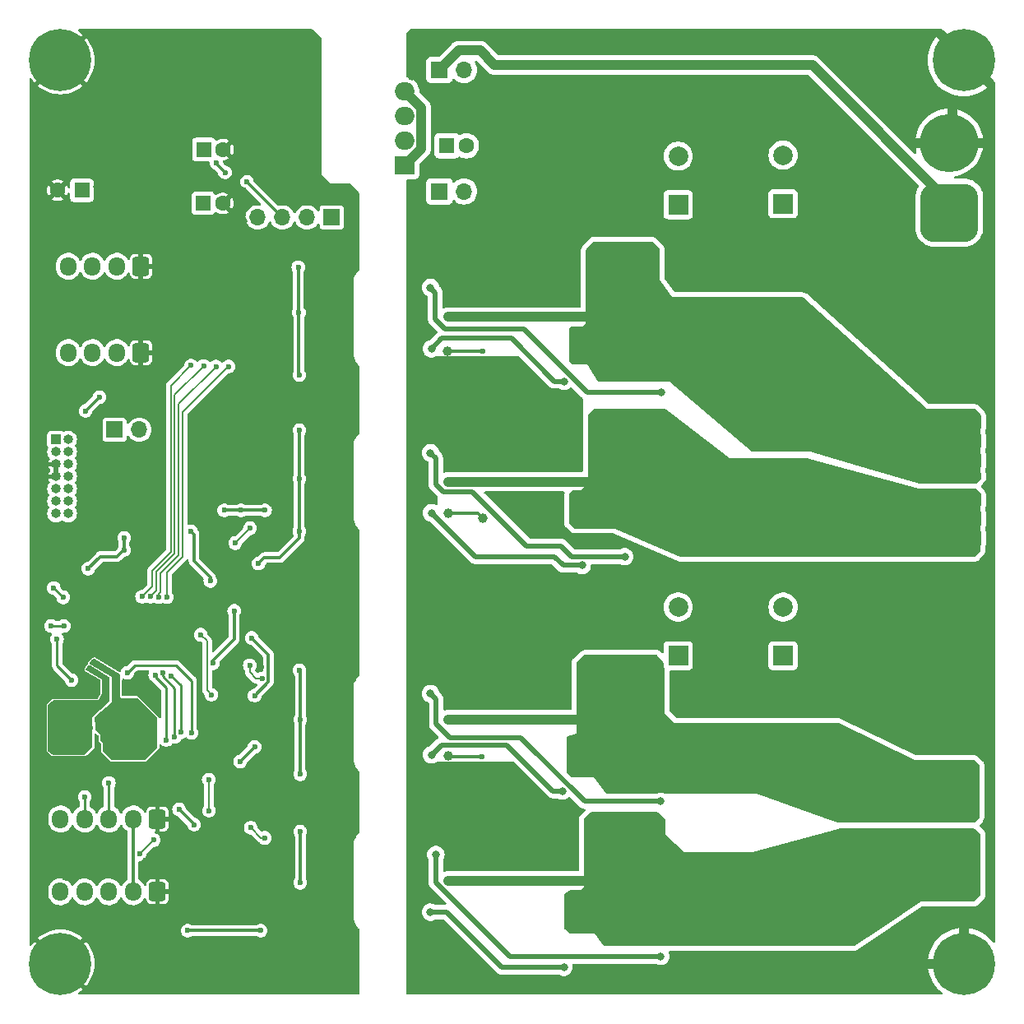
<source format=gbl>
%TF.GenerationSoftware,KiCad,Pcbnew,7.0.9*%
%TF.CreationDate,2024-10-14T12:04:04+09:00*%
%TF.ProjectId,schematic_MD,73636865-6d61-4746-9963-5f4d442e6b69,rev?*%
%TF.SameCoordinates,PX5a53c78PY8528228*%
%TF.FileFunction,Copper,L2,Bot*%
%TF.FilePolarity,Positive*%
%FSLAX46Y46*%
G04 Gerber Fmt 4.6, Leading zero omitted, Abs format (unit mm)*
G04 Created by KiCad (PCBNEW 7.0.9) date 2024-10-14 12:04:04*
%MOMM*%
%LPD*%
G01*
G04 APERTURE LIST*
G04 Aperture macros list*
%AMRoundRect*
0 Rectangle with rounded corners*
0 $1 Rounding radius*
0 $2 $3 $4 $5 $6 $7 $8 $9 X,Y pos of 4 corners*
0 Add a 4 corners polygon primitive as box body*
4,1,4,$2,$3,$4,$5,$6,$7,$8,$9,$2,$3,0*
0 Add four circle primitives for the rounded corners*
1,1,$1+$1,$2,$3*
1,1,$1+$1,$4,$5*
1,1,$1+$1,$6,$7*
1,1,$1+$1,$8,$9*
0 Add four rect primitives between the rounded corners*
20,1,$1+$1,$2,$3,$4,$5,0*
20,1,$1+$1,$4,$5,$6,$7,0*
20,1,$1+$1,$6,$7,$8,$9,0*
20,1,$1+$1,$8,$9,$2,$3,0*%
G04 Aperture macros list end*
%TA.AperFunction,ComponentPad*%
%ADD10C,0.600000*%
%TD*%
%TA.AperFunction,ComponentPad*%
%ADD11R,1.700000X1.700000*%
%TD*%
%TA.AperFunction,ComponentPad*%
%ADD12O,1.700000X1.700000*%
%TD*%
%TA.AperFunction,ComponentPad*%
%ADD13R,1.600000X1.600000*%
%TD*%
%TA.AperFunction,ComponentPad*%
%ADD14C,1.600000*%
%TD*%
%TA.AperFunction,ComponentPad*%
%ADD15R,1.000000X1.000000*%
%TD*%
%TA.AperFunction,ComponentPad*%
%ADD16O,1.000000X1.000000*%
%TD*%
%TA.AperFunction,ComponentPad*%
%ADD17R,2.000000X2.000000*%
%TD*%
%TA.AperFunction,ComponentPad*%
%ADD18C,2.000000*%
%TD*%
%TA.AperFunction,ComponentPad*%
%ADD19RoundRect,1.500000X-1.500000X1.500000X-1.500000X-1.500000X1.500000X-1.500000X1.500000X1.500000X0*%
%TD*%
%TA.AperFunction,ComponentPad*%
%ADD20C,6.000000*%
%TD*%
%TA.AperFunction,ComponentPad*%
%ADD21RoundRect,0.250000X0.600000X0.725000X-0.600000X0.725000X-0.600000X-0.725000X0.600000X-0.725000X0*%
%TD*%
%TA.AperFunction,ComponentPad*%
%ADD22O,1.700000X1.950000*%
%TD*%
%TA.AperFunction,ComponentPad*%
%ADD23C,0.800000*%
%TD*%
%TA.AperFunction,ComponentPad*%
%ADD24C,6.400000*%
%TD*%
%TA.AperFunction,ComponentPad*%
%ADD25R,2.000000X1.905000*%
%TD*%
%TA.AperFunction,ComponentPad*%
%ADD26O,2.000000X1.905000*%
%TD*%
%TA.AperFunction,ComponentPad*%
%ADD27RoundRect,1.500000X1.500000X-1.500000X1.500000X1.500000X-1.500000X1.500000X-1.500000X-1.500000X0*%
%TD*%
%TA.AperFunction,ViaPad*%
%ADD28C,0.600000*%
%TD*%
%TA.AperFunction,ViaPad*%
%ADD29C,1.000000*%
%TD*%
%TA.AperFunction,ViaPad*%
%ADD30C,0.800000*%
%TD*%
%TA.AperFunction,Conductor*%
%ADD31C,0.300000*%
%TD*%
%TA.AperFunction,Conductor*%
%ADD32C,0.200000*%
%TD*%
%TA.AperFunction,Conductor*%
%ADD33C,0.250000*%
%TD*%
%TA.AperFunction,Conductor*%
%ADD34C,1.000000*%
%TD*%
%TA.AperFunction,Conductor*%
%ADD35C,0.500000*%
%TD*%
G04 APERTURE END LIST*
D10*
%TO.P,Q8,5,D*%
%TO.N,/Driver1/H-bridge_right*%
X56605000Y68365000D03*
X56605000Y67165000D03*
X56605000Y65965000D03*
X57805000Y68365000D03*
X57805000Y67165000D03*
X57805000Y65965000D03*
X59005000Y68365000D03*
X59005000Y67165000D03*
X59005000Y65965000D03*
%TD*%
%TO.P,Q7,5,D*%
%TO.N,/Driver/H-bridge_right*%
X56405000Y25935000D03*
X56405000Y24735000D03*
X56405000Y23535000D03*
X57605000Y25935000D03*
X57605000Y24735000D03*
X57605000Y23535000D03*
X58805000Y25935000D03*
X58805000Y24735000D03*
X58805000Y23535000D03*
%TD*%
%TO.P,Q4,5,D*%
%TO.N,/Driver1/H-bridge_left*%
X56605000Y51465000D03*
X56605000Y50265000D03*
X56605000Y49065000D03*
X57805000Y51465000D03*
X57805000Y50265000D03*
X57805000Y49065000D03*
X59005000Y51465000D03*
X59005000Y50265000D03*
X59005000Y49065000D03*
%TD*%
%TO.P,Q3,5,D*%
%TO.N,/Driver/H-bridge_left*%
X56410000Y10030000D03*
X56410000Y8830000D03*
X56410000Y7630000D03*
X57610000Y10030000D03*
X57610000Y8830000D03*
X57610000Y7630000D03*
X58810000Y10030000D03*
X58810000Y8830000D03*
X58810000Y7630000D03*
%TD*%
%TO.P,U8,2,GND*%
%TO.N,GND1*%
X14966000Y98048200D03*
X13766000Y98048200D03*
X12566000Y98048200D03*
X11366000Y98048200D03*
X10166000Y98048200D03*
X10166000Y95648200D03*
X11366000Y95648200D03*
X12566000Y95648200D03*
X13766000Y95648200D03*
X14966000Y95648200D03*
X10166000Y96848200D03*
X11366000Y96848200D03*
X12566000Y96848200D03*
X13766000Y96848200D03*
X14966000Y96848200D03*
X14966000Y94448200D03*
X13766000Y94448200D03*
X12566000Y94448200D03*
X11366000Y94448200D03*
X10166000Y94448200D03*
X14966000Y93248200D03*
X12566000Y93248200D03*
X13766000Y93248200D03*
X11366000Y93248200D03*
X10166000Y93248200D03*
%TD*%
D11*
%TO.P,J8,1,Pin_1*%
%TO.N,gate_logic_PWR*%
X31435000Y80325000D03*
D12*
%TO.P,J8,2,Pin_2*%
%TO.N,+3.3V*%
X28895000Y80325000D03*
%TO.P,J8,3,Pin_3*%
X26355000Y80325000D03*
%TO.P,J8,4,Pin_4*%
%TO.N,STM_power*%
X23815000Y80325000D03*
%TD*%
D13*
%TO.P,C8,1*%
%TO.N,+5V*%
X18266000Y87320700D03*
D14*
%TO.P,C8,2*%
%TO.N,GND1*%
X20266000Y87320700D03*
%TD*%
D15*
%TO.P,J7,1,Pin_1*%
%TO.N,unconnected-(J7-Pin_1-Pad1)*%
X3046000Y57448200D03*
D16*
%TO.P,J7,2,Pin_2*%
%TO.N,unconnected-(J7-Pin_2-Pad2)*%
X4316000Y57448200D03*
%TO.P,J7,3,Pin_3*%
%TO.N,STM_power*%
X3046000Y56178200D03*
%TO.P,J7,4,Pin_4*%
%TO.N,/STM32F405/SWDIO*%
X4316000Y56178200D03*
%TO.P,J7,5,Pin_5*%
%TO.N,GND1*%
X3046000Y54908200D03*
%TO.P,J7,6,Pin_6*%
%TO.N,/STM32F405/SWCLK*%
X4316000Y54908200D03*
%TO.P,J7,7,Pin_7*%
%TO.N,GND1*%
X3046000Y53638200D03*
%TO.P,J7,8,Pin_8*%
%TO.N,/STM32F405/SWO*%
X4316000Y53638200D03*
%TO.P,J7,9,Pin_9*%
%TO.N,unconnected-(J7-Pin_9-Pad9)*%
X3046000Y52368200D03*
%TO.P,J7,10,Pin_10*%
%TO.N,unconnected-(J7-Pin_10-Pad10)*%
X4316000Y52368200D03*
%TO.P,J7,11,Pin_11*%
%TO.N,unconnected-(J7-Pin_11-Pad11)*%
X3046000Y51098200D03*
%TO.P,J7,12,Pin_12*%
%TO.N,unconnected-(J7-Pin_12-Pad12)*%
X4316000Y51098200D03*
%TO.P,J7,13,Pin_13*%
%TO.N,unconnected-(J7-Pin_13-Pad13)*%
X3046000Y49828200D03*
%TO.P,J7,14,Pin_14*%
%TO.N,unconnected-(J7-Pin_14-Pad14)*%
X4316000Y49828200D03*
%TD*%
D17*
%TO.P,C10,1*%
%TO.N,Vdrive*%
X67100000Y81632323D03*
D18*
%TO.P,C10,2*%
%TO.N,GND2*%
X67100000Y86632323D03*
%TD*%
D11*
%TO.P,J9,1,Pin_1*%
%TO.N,Net-(J11-Pin_4)*%
X9086000Y58463004D03*
D12*
%TO.P,J9,2,Pin_2*%
%TO.N,Net-(J9-Pin_2)*%
X11626000Y58463004D03*
%TD*%
D13*
%TO.P,C59,1*%
%TO.N,Gate_power*%
X43300000Y87700000D03*
D14*
%TO.P,C59,2*%
%TO.N,GND2*%
X45300000Y87700000D03*
%TD*%
D11*
%TO.P,J10,1,Pin_1*%
%TO.N,Vdrive*%
X42525000Y95500000D03*
D12*
%TO.P,J10,2,Pin_2*%
%TO.N,Net-(D21-K)*%
X45065000Y95500000D03*
%TD*%
D19*
%TO.P,J1,1,Pin_1*%
%TO.N,/Driver/H-bridge_right*%
X95100000Y21000000D03*
D20*
%TO.P,J1,2,Pin_2*%
%TO.N,/Driver/H-bridge_left*%
X95100000Y13800000D03*
%TD*%
D21*
%TO.P,J6,1,Pin_1*%
%TO.N,GND1*%
X13500000Y10900000D03*
D22*
%TO.P,J6,2,Pin_2*%
%TO.N,+5V*%
X11000000Y10900000D03*
%TO.P,J6,3,Pin_3*%
%TO.N,/STM32F405/Motor2_A*%
X8500000Y10900000D03*
%TO.P,J6,4,Pin_4*%
%TO.N,/STM32F405/Motor2_B*%
X6000000Y10900000D03*
%TO.P,J6,5,Pin_5*%
%TO.N,/STM32F405/Motor2_Z*%
X3500000Y10900000D03*
%TD*%
D23*
%TO.P,H1,1,1*%
%TO.N,GND1*%
X1100000Y96500000D03*
X1802944Y98197056D03*
X1802944Y94802944D03*
X3500000Y98900000D03*
D24*
X3500000Y96500000D03*
D23*
X3500000Y94100000D03*
X5197056Y98197056D03*
X5197056Y94802944D03*
X5900000Y96500000D03*
%TD*%
D25*
%TO.P,U9,1,VIN*%
%TO.N,Net-(D21-K)*%
X38945000Y85690000D03*
D26*
%TO.P,U9,2,VOUT*%
%TO.N,Gate_power*%
X38945000Y88230000D03*
%TO.P,U9,3,GND*%
%TO.N,GND2*%
X38945000Y90770000D03*
%TO.P,U9,4,CONTROL*%
%TO.N,Net-(D21-K)*%
X38945000Y93310000D03*
%TD*%
D13*
%TO.P,C2,1*%
%TO.N,+12V*%
X5716000Y83108200D03*
D14*
%TO.P,C2,2*%
%TO.N,GND1*%
X3216000Y83108200D03*
%TD*%
D21*
%TO.P,J11,1,Pin_1*%
%TO.N,GND1*%
X11800000Y66410000D03*
D22*
%TO.P,J11,2,Pin_2*%
%TO.N,+12V*%
X9300000Y66410000D03*
%TO.P,J11,3,Pin_3*%
%TO.N,Net-(J11-Pin_3)*%
X6800000Y66410000D03*
%TO.P,J11,4,Pin_4*%
%TO.N,Net-(J11-Pin_4)*%
X4300000Y66410000D03*
%TD*%
D23*
%TO.P,H3,1,1*%
%TO.N,GND2*%
X94100000Y96500000D03*
X94802944Y98197056D03*
X94802944Y94802944D03*
X96500000Y98900000D03*
D24*
X96500000Y96500000D03*
D23*
X96500000Y94100000D03*
X98197056Y98197056D03*
X98197056Y94802944D03*
X98900000Y96500000D03*
%TD*%
D13*
%TO.P,C9,1*%
%TO.N,+3.3V*%
X18216000Y81770700D03*
D14*
%TO.P,C9,2*%
%TO.N,GND1*%
X20216000Y81770700D03*
%TD*%
D19*
%TO.P,J2,1,Pin_1*%
%TO.N,/Driver1/H-bridge_right*%
X95100000Y56500000D03*
D20*
%TO.P,J2,2,Pin_2*%
%TO.N,/Driver1/H-bridge_left*%
X95100000Y49300000D03*
%TD*%
D17*
%TO.P,C1,1*%
%TO.N,Vdrive*%
X77900000Y81732323D03*
D18*
%TO.P,C1,2*%
%TO.N,GND2*%
X77900000Y86732323D03*
%TD*%
D17*
%TO.P,C12,1*%
%TO.N,Vdrive*%
X67100000Y35200000D03*
D18*
%TO.P,C12,2*%
%TO.N,GND2*%
X67100000Y40200000D03*
%TD*%
D27*
%TO.P,J3,1,Pin_1*%
%TO.N,Vdrive*%
X95000000Y80800000D03*
D20*
%TO.P,J3,2,Pin_2*%
%TO.N,GND2*%
X95000000Y88000000D03*
%TD*%
D21*
%TO.P,J4,1,Pin_1*%
%TO.N,GND1*%
X11800000Y75300000D03*
D22*
%TO.P,J4,2,Pin_2*%
%TO.N,+12V*%
X9300000Y75300000D03*
%TO.P,J4,3,Pin_3*%
%TO.N,Net-(J11-Pin_3)*%
X6800000Y75300000D03*
%TO.P,J4,4,Pin_4*%
%TO.N,Net-(J11-Pin_4)*%
X4300000Y75300000D03*
%TD*%
D17*
%TO.P,C11,1*%
%TO.N,Vdrive*%
X77900000Y35200000D03*
D18*
%TO.P,C11,2*%
%TO.N,GND2*%
X77900000Y40200000D03*
%TD*%
D11*
%TO.P,J13,1,Pin_1*%
%TO.N,GND2*%
X42525000Y83000000D03*
D12*
%TO.P,J13,2,Pin_2*%
X45065000Y83000000D03*
%TD*%
D23*
%TO.P,H4,1,1*%
%TO.N,GND2*%
X94100000Y3500000D03*
X94802944Y5197056D03*
X94802944Y1802944D03*
X96500000Y5900000D03*
D24*
X96500000Y3500000D03*
D23*
X96500000Y1100000D03*
X98197056Y5197056D03*
X98197056Y1802944D03*
X98900000Y3500000D03*
%TD*%
D21*
%TO.P,J5,1,Pin_1*%
%TO.N,GND1*%
X13500000Y18400000D03*
D22*
%TO.P,J5,2,Pin_2*%
%TO.N,+5V*%
X11000000Y18400000D03*
%TO.P,J5,3,Pin_3*%
%TO.N,/STM32F405/Motor1_A*%
X8500000Y18400000D03*
%TO.P,J5,4,Pin_4*%
%TO.N,/STM32F405/Motor1_B*%
X6000000Y18400000D03*
%TO.P,J5,5,Pin_5*%
%TO.N,/STM32F405/Motor1_Z*%
X3500000Y18400000D03*
%TD*%
D23*
%TO.P,H2,1,1*%
%TO.N,GND1*%
X1100000Y3500000D03*
X1802944Y5197056D03*
X1802944Y1802944D03*
X3500000Y5900000D03*
D24*
X3500000Y3500000D03*
D23*
X3500000Y1100000D03*
X5197056Y5197056D03*
X5197056Y1802944D03*
X5900000Y3500000D03*
%TD*%
D28*
%TO.N,GND2*%
X46900000Y24800000D03*
D29*
X47000000Y49400000D03*
D28*
%TO.N,GND1*%
X7290500Y28600000D03*
%TO.N,+3.3V*%
X22715000Y83975000D03*
D29*
%TO.N,GND1*%
X20165000Y73175000D03*
X24015000Y77675000D03*
D28*
%TO.N,STM_power*%
X7515000Y61825000D03*
X6090000Y60400000D03*
D29*
%TO.N,GND1*%
X19797000Y53925000D03*
X18265000Y57425000D03*
X17065000Y49425000D03*
D28*
%TO.N,Net-(U6-PB12)*%
X20815000Y64975000D03*
X14479203Y41216124D03*
%TO.N,Net-(U6-PB13)*%
X13665000Y41225000D03*
X19515000Y64975000D03*
%TO.N,Net-(U6-PB14)*%
X12765000Y41275000D03*
X18265000Y65025000D03*
%TO.N,Net-(U6-PB15)*%
X11915000Y41275000D03*
X16965000Y65075000D03*
%TO.N,Net-(U6-PC4)*%
X17965000Y37357700D03*
X19058166Y31181834D03*
%TO.N,/STM32F405/Motor2_A*%
X13115000Y16225500D03*
X11649500Y14775000D03*
D29*
%TO.N,GND1*%
X15915000Y24375000D03*
D28*
%TO.N,/STM32F405/Motor1_A*%
X8500000Y22099500D03*
X14415000Y26525000D03*
X13265000Y33225000D03*
%TO.N,/STM32F405/Motor1_B*%
X6015000Y20675000D03*
%TO.N,/STM32F405/Motor1_Z*%
X15896089Y27315847D03*
%TO.N,GND2*%
X90215000Y26300000D03*
X96215000Y26300000D03*
X93215000Y26300000D03*
X87215000Y29275000D03*
X90215000Y29275000D03*
X90215000Y32275000D03*
X93215000Y32300000D03*
X93215000Y29300000D03*
X93215000Y35300000D03*
X96215000Y35300000D03*
X96215000Y29300000D03*
X96215000Y32300000D03*
X93215000Y41300000D03*
X93215000Y38300000D03*
X93215000Y44300000D03*
X96215000Y44300000D03*
X96215000Y38300000D03*
X96215000Y41300000D03*
X96215000Y68300000D03*
X96215000Y65300000D03*
X96215000Y62300000D03*
X93215000Y65300000D03*
X93215000Y68300000D03*
X93215000Y62300000D03*
X93215000Y71300000D03*
X47015000Y66550000D03*
D30*
%TO.N,Net-(U1-OUTA)*%
X42157247Y14729103D03*
%TO.N,Net-(U1-OUTB)*%
X41600000Y8800000D03*
D29*
%TO.N,GND2*%
X43390000Y66550000D03*
D28*
%TO.N,Net-(U6-PC4)*%
X18792000Y19250000D03*
X18780961Y22450000D03*
D29*
%TO.N,/Driver/H-bridge_left*%
X58800000Y13800000D03*
X64300000Y14900000D03*
X61000000Y13800000D03*
X59900000Y17100000D03*
X64300000Y18200000D03*
X59900000Y16000000D03*
X58800000Y12700000D03*
X64300000Y16000000D03*
X59900000Y18200000D03*
X61000000Y16000000D03*
X61000000Y12700000D03*
X58800000Y18200000D03*
X62100000Y12700000D03*
X63200000Y17100000D03*
X58800000Y17100000D03*
X59900000Y13800000D03*
X62100000Y14900000D03*
X64300000Y13800000D03*
X62100000Y13800000D03*
X58800000Y16000000D03*
X58800000Y14900000D03*
X63200000Y16000000D03*
X63200000Y18200000D03*
X64300000Y17100000D03*
X61000000Y14900000D03*
X61000000Y18200000D03*
X59900000Y14900000D03*
X63200000Y12700000D03*
X62100000Y17100000D03*
X63200000Y14900000D03*
X63200000Y13800000D03*
X62100000Y16000000D03*
X61000000Y17100000D03*
X59900000Y12700000D03*
X64300000Y12700000D03*
X43415000Y12024500D03*
X62100000Y18200000D03*
%TO.N,GND2*%
X57700000Y99000000D03*
X39700000Y5100000D03*
X75700000Y99000000D03*
X83700000Y99000000D03*
X61700000Y1100000D03*
X99200000Y58300000D03*
X99200000Y88300000D03*
X39700000Y1100000D03*
X55700000Y1100000D03*
X91700000Y99000000D03*
X99200000Y46300000D03*
X85700000Y1100000D03*
X99200000Y16300000D03*
X65700000Y1100000D03*
X39700000Y94900000D03*
X99200000Y38300000D03*
X79700000Y1100000D03*
X71700000Y99000000D03*
X63700000Y99000000D03*
X69700000Y1100000D03*
X81700000Y99000000D03*
X99200000Y54300000D03*
X89700000Y99000000D03*
X99200000Y22300000D03*
X99200000Y78300000D03*
X99200000Y68300000D03*
X83700000Y1100000D03*
X99200000Y18300000D03*
X99200000Y20300000D03*
X99200000Y66300000D03*
X99200000Y24300000D03*
X99200000Y70300000D03*
X39700000Y99000000D03*
X99200000Y30300000D03*
X43176000Y89581000D03*
X39700000Y3100000D03*
X87700000Y99000000D03*
X99200000Y32300000D03*
X99200000Y36300000D03*
X99200000Y50300000D03*
X99200000Y76300000D03*
X71700000Y1100000D03*
X77700000Y99000000D03*
X39700000Y97000000D03*
X51700000Y99000000D03*
X99200000Y34300000D03*
X99200000Y90300000D03*
X63700000Y1100000D03*
X59700000Y99000000D03*
X79700000Y99000000D03*
X99200000Y84300000D03*
X99200000Y86300000D03*
X67700000Y99000000D03*
X99200000Y74300000D03*
X53700000Y99000000D03*
X73700000Y1100000D03*
X81700000Y1100000D03*
X45700000Y99000000D03*
X65700000Y99000000D03*
X99200000Y64300000D03*
X99200000Y92300000D03*
X99200000Y8300000D03*
X47700000Y1100000D03*
X77700000Y1100000D03*
X73700000Y99000000D03*
X99200000Y72300000D03*
X67700000Y1100000D03*
X99200000Y42300000D03*
X45700000Y1100000D03*
X69700000Y99000000D03*
X99200000Y48300000D03*
X57700000Y1100000D03*
X51700000Y1100000D03*
X99200000Y82300000D03*
X87700000Y1100000D03*
X99200000Y44300000D03*
X49700000Y1100000D03*
X43700000Y1100000D03*
X49700000Y99000000D03*
X75700000Y1100000D03*
X99200000Y60300000D03*
X99200000Y52300000D03*
X99200000Y80300000D03*
X55700000Y99000000D03*
X99200000Y62300000D03*
X99200000Y10300000D03*
X89700000Y1100000D03*
X91700000Y1100000D03*
X85700000Y99000000D03*
X99200000Y12300000D03*
X53700000Y1100000D03*
X43700000Y99000000D03*
X61700000Y99000000D03*
X59700000Y1100000D03*
X99200000Y28300000D03*
X43400000Y24850500D03*
X43125000Y90800000D03*
X99200000Y40300000D03*
X43176000Y91994000D03*
X99200000Y14300000D03*
X99200000Y56300000D03*
X41700000Y99000000D03*
X41700000Y1100000D03*
X43400000Y49900000D03*
X99200000Y26300000D03*
D28*
X97100000Y69870000D03*
D29*
X47700000Y99000000D03*
%TO.N,/Driver/H-bridge_right*%
X63300000Y28800000D03*
X60000000Y32100000D03*
X43409266Y28609266D03*
X61100000Y34300000D03*
X62200000Y31000000D03*
X61100000Y31000000D03*
X57800000Y32100000D03*
X60000000Y34300000D03*
X58900000Y33200000D03*
X57800000Y33200000D03*
X62200000Y29900000D03*
X58900000Y31000000D03*
X63300000Y32100000D03*
X60000000Y33200000D03*
X62200000Y32100000D03*
X62200000Y34300000D03*
X58900000Y28800000D03*
X64400000Y28800000D03*
X64400000Y32100000D03*
X61100000Y28800000D03*
X62200000Y33200000D03*
X63300000Y33200000D03*
X61100000Y33200000D03*
X58900000Y29900000D03*
X61100000Y32100000D03*
X63300000Y31000000D03*
X60000000Y29900000D03*
X60000000Y28800000D03*
X63300000Y29900000D03*
X64400000Y31000000D03*
X58900000Y34300000D03*
X62200000Y28800000D03*
X60000000Y31000000D03*
X58900000Y32100000D03*
X61100000Y29900000D03*
X57800000Y34300000D03*
X64400000Y29900000D03*
%TO.N,/Driver1/H-bridge_left*%
X63200000Y56500000D03*
X64300000Y57600000D03*
X61000000Y57600000D03*
X62100000Y54300000D03*
X58800000Y58700000D03*
X64300000Y56500000D03*
X62100000Y58700000D03*
X64300000Y54300000D03*
X63200000Y58700000D03*
X43440000Y53124500D03*
X58800000Y59800000D03*
X58800000Y55400000D03*
X64300000Y55400000D03*
X58800000Y57600000D03*
X58800000Y56500000D03*
X64300000Y58700000D03*
X58800000Y54300000D03*
X59900000Y54300000D03*
X61000000Y56500000D03*
X62100000Y57600000D03*
X59900000Y55400000D03*
X59900000Y56500000D03*
X61000000Y58700000D03*
X62100000Y56500000D03*
X59900000Y58700000D03*
X61000000Y59800000D03*
X63200000Y59800000D03*
X59900000Y57600000D03*
X61000000Y54300000D03*
X63200000Y54300000D03*
X63200000Y57600000D03*
X59900000Y59800000D03*
X62100000Y59800000D03*
X64300000Y59800000D03*
X62100000Y55400000D03*
X61000000Y55400000D03*
X63200000Y55400000D03*
%TO.N,/Driver1/H-bridge_right*%
X64400000Y76700000D03*
X63300000Y75600000D03*
X61100000Y73400000D03*
X60000000Y71200000D03*
X61100000Y71200000D03*
X64400000Y71200000D03*
X60000000Y73400000D03*
X60000000Y72300000D03*
X58900000Y72300000D03*
X64400000Y72300000D03*
X64400000Y75600000D03*
X64400000Y74500000D03*
X63300000Y76700000D03*
X58900000Y73400000D03*
X62200000Y73400000D03*
X63300000Y72300000D03*
X62200000Y72300000D03*
X62200000Y71200000D03*
X58900000Y76700000D03*
X60000000Y74500000D03*
X60000000Y76700000D03*
X64400000Y73400000D03*
X61100000Y72300000D03*
X62200000Y75600000D03*
X58900000Y71200000D03*
X63300000Y74500000D03*
X62200000Y74500000D03*
X60000000Y75600000D03*
X63300000Y73400000D03*
X58900000Y75600000D03*
X58900000Y74500000D03*
X61100000Y75600000D03*
X61100000Y76700000D03*
X62200000Y76700000D03*
X63300000Y71200000D03*
X61100000Y74500000D03*
X43400000Y70064500D03*
D28*
%TO.N,/Driver/Left_Highside_PWM_IN*%
X24549161Y16449161D03*
X23100000Y17500000D03*
%TO.N,gate_logic_PWR*%
X28200000Y17078500D03*
X28100000Y53400000D03*
%TO.N,STM_power*%
X18939800Y42900000D03*
%TO.N,gate_logic_PWR*%
X28100000Y58400000D03*
%TO.N,STM_power*%
X10066000Y46088700D03*
%TO.N,gate_logic_PWR*%
X23900000Y44700000D03*
%TO.N,STM_power*%
X4666000Y32688200D03*
X21400000Y39825000D03*
%TO.N,gate_logic_PWR*%
X28183070Y11831026D03*
%TO.N,STM_power*%
X6366000Y44163700D03*
%TO.N,gate_logic_PWR*%
X28062500Y70500000D03*
X28190000Y28600000D03*
%TO.N,STM_power*%
X19215000Y34425000D03*
%TO.N,gate_logic_PWR*%
X28099587Y64100000D03*
X28000000Y75200000D03*
%TO.N,STM_power*%
X10066000Y47338200D03*
%TO.N,gate_logic_PWR*%
X28096494Y48004500D03*
X28200000Y23000000D03*
%TO.N,STM_power*%
X3166000Y36888200D03*
X16965000Y48000000D03*
%TO.N,gate_logic_PWR*%
X28100000Y33700000D03*
D29*
%TO.N,GND1*%
X22323696Y4077680D03*
D28*
X24400000Y71400000D03*
D29*
X12500000Y86900000D03*
X23450000Y58500000D03*
X13050000Y3500000D03*
X28150000Y35400000D03*
X20100000Y7950000D03*
X1100000Y63500000D03*
X1100000Y75500000D03*
X10050000Y3500000D03*
X8150000Y92550000D03*
X1100000Y84500000D03*
X4100000Y87500000D03*
X10850000Y69400000D03*
D28*
X29150000Y28214500D03*
D29*
X29400000Y86700000D03*
X1100000Y33500000D03*
D28*
X26000000Y48800000D03*
X26650000Y28150000D03*
D29*
X26100000Y61000000D03*
X25150000Y25500000D03*
X13800000Y51400000D03*
X1100000Y42500000D03*
X4100000Y84500000D03*
X1100000Y78500000D03*
D28*
X13668750Y50034484D03*
D29*
X13800000Y66450000D03*
X13850000Y78450000D03*
D28*
X6116000Y30208200D03*
D29*
X4100000Y78500000D03*
X13050000Y36500000D03*
X7400000Y83500000D03*
X7200000Y87200000D03*
X7100000Y51500000D03*
D28*
X24350000Y13400000D03*
D29*
X7800000Y63400000D03*
D28*
X11220000Y3312500D03*
D29*
X10100000Y36500000D03*
D28*
X2516000Y29958200D03*
D29*
X13850000Y72450000D03*
D28*
X24250000Y29500000D03*
D29*
X22250000Y82950000D03*
X10800000Y60400000D03*
X30850000Y36650000D03*
X12150000Y89800000D03*
X13800000Y63450000D03*
D28*
X29250000Y12050000D03*
D29*
X7100000Y24500000D03*
X17900000Y69450000D03*
D28*
X9416000Y51058200D03*
D29*
X4100000Y15500000D03*
X7100000Y98800000D03*
X23100000Y7950000D03*
D28*
X24400000Y59200000D03*
X9366000Y24808200D03*
D29*
X12400000Y80150000D03*
X20100000Y10950000D03*
X13200000Y88500000D03*
D28*
X24200000Y34050000D03*
D29*
X1050000Y9500000D03*
D28*
X10716000Y51158200D03*
X24600000Y42232500D03*
X2616000Y25558200D03*
D29*
X4850472Y46337944D03*
D28*
X32790000Y42300000D03*
D29*
X23100000Y10950000D03*
X16050000Y7950000D03*
X26400000Y86700000D03*
D28*
X8016000Y26808200D03*
D29*
X26100000Y64000000D03*
D28*
X31490000Y42300000D03*
D29*
X1100000Y81500000D03*
X1100000Y39500000D03*
X1100000Y90500000D03*
X26400000Y83700000D03*
X1100000Y27500000D03*
X10800000Y63400000D03*
X1100000Y72500000D03*
X25900000Y19950000D03*
X4100000Y60500000D03*
D28*
X24300000Y76000000D03*
D29*
X7100000Y48500000D03*
X1100000Y18500000D03*
X25100000Y98900000D03*
X25465000Y5475000D03*
D28*
X20280000Y41880000D03*
D29*
X10100000Y39500000D03*
D28*
X29079000Y53155000D03*
D29*
X23300000Y86700000D03*
X25950000Y22500000D03*
D28*
X14965000Y35125000D03*
D29*
X7050000Y6500000D03*
X1100000Y60500000D03*
D28*
X26550000Y70100000D03*
D29*
X7400000Y81050000D03*
X7100000Y39500000D03*
D28*
X3216000Y31258200D03*
X29111228Y70014500D03*
D29*
X31050000Y45700000D03*
X17900000Y66450000D03*
X7100000Y54500000D03*
D28*
X11316000Y24808200D03*
D29*
X13850000Y69450000D03*
D28*
X18132500Y27225000D03*
D29*
X1100000Y30500000D03*
X13800000Y60450000D03*
D28*
X25800000Y7600000D03*
D29*
X1100000Y45500000D03*
D28*
X31490000Y40200000D03*
D29*
X20900000Y66450000D03*
X1100000Y66500000D03*
X1100000Y21500000D03*
D28*
X30200000Y40200000D03*
D29*
X7100000Y36500000D03*
X7100000Y15500000D03*
X22100000Y98900000D03*
D28*
X17220000Y3250000D03*
D29*
X13050000Y39500000D03*
X1100000Y48500000D03*
X7100000Y57500000D03*
D28*
X24300000Y17950000D03*
D29*
X1100000Y57500000D03*
X13800000Y57400000D03*
D28*
X10364911Y30457111D03*
D29*
X1100000Y15500000D03*
X4100000Y81500000D03*
X1100000Y87500000D03*
D28*
X2350000Y33600000D03*
X2350000Y34650000D03*
X25850000Y65600000D03*
X2516000Y27858200D03*
D29*
X29400000Y83700000D03*
D28*
X3416000Y43638200D03*
X13366000Y83058200D03*
D29*
X20100000Y16950000D03*
X21965000Y75325000D03*
X20100000Y19950000D03*
X22250000Y79950000D03*
X28250000Y77700000D03*
X4100000Y12500000D03*
D28*
X6566000Y27758200D03*
D29*
X16050000Y10950000D03*
X1100000Y54500000D03*
X17900000Y78550000D03*
X33750000Y1050000D03*
X17900000Y75550000D03*
D28*
X32690000Y40200000D03*
D29*
X13850000Y75450000D03*
X29400000Y95800000D03*
X31015000Y5325000D03*
X1100000Y36500000D03*
D28*
X25900000Y23950000D03*
D29*
X1100000Y51500000D03*
D28*
X12566000Y25358200D03*
D29*
X4100000Y90500000D03*
X8600000Y85550000D03*
X28050000Y1050000D03*
X13100000Y21500000D03*
X28200000Y41500000D03*
X16050000Y13950000D03*
D28*
X6500000Y33850000D03*
D29*
X10100000Y78500000D03*
D28*
X26650000Y53100000D03*
D29*
X1100000Y24500000D03*
D28*
X24350000Y54700000D03*
D29*
X33715000Y5275000D03*
D28*
X26539000Y12238000D03*
D29*
X19100000Y98900000D03*
X16050000Y3500000D03*
X20900000Y69450000D03*
X1100000Y12500000D03*
X31050000Y1050000D03*
X13800000Y54400000D03*
D28*
X12100000Y33200000D03*
D29*
X28100000Y98900000D03*
X1100000Y69500000D03*
D28*
X6960000Y34520000D03*
D29*
X4100000Y21500000D03*
X10850000Y72400000D03*
X12350000Y13950000D03*
X29400000Y89700000D03*
X16950000Y93300000D03*
X29400000Y92800000D03*
X20100000Y13950000D03*
D30*
%TO.N,Net-(U1-OUTA)*%
X65315000Y4250000D03*
%TO.N,Net-(U1-OUTB)*%
X55340000Y3125000D03*
%TO.N,Net-(U4-OUTA)*%
X65300000Y20200000D03*
X41600000Y31300000D03*
D28*
%TO.N,+5V*%
X24115000Y6904000D03*
X20446886Y84953114D03*
X16618500Y6904000D03*
X19578000Y85922000D03*
%TO.N,/Driver/Right_Highside_PWM_IN*%
X24263661Y32863661D03*
X22999500Y34212733D03*
D30*
%TO.N,Net-(U4-OUTB)*%
X55165000Y21275000D03*
X41700000Y25000000D03*
%TO.N,Net-(U3-OUTA)*%
X41602250Y56087250D03*
X61600000Y45400000D03*
%TO.N,Net-(U3-OUTB)*%
X41700000Y49900000D03*
X57215000Y44500000D03*
D28*
%TO.N,/Driver1/Left_Highside_PWM_IN*%
X21500000Y46800000D03*
X23024265Y48324265D03*
D30*
%TO.N,Net-(U5-OUTA)*%
X65400000Y62300000D03*
X41600000Y73100000D03*
%TO.N,Net-(U5-OUTB)*%
X41700000Y66800000D03*
X55365000Y63450000D03*
D28*
%TO.N,/STM32F405/Motor1_Z*%
X14915000Y33125000D03*
%TO.N,/STM32F405/Motor1_B*%
X15265000Y26825000D03*
X14023475Y33477825D03*
%TO.N,/STM32F405/SWCLK*%
X2824350Y42174350D03*
X3790500Y41208200D03*
%TO.N,/STM32F405/SWO*%
X3866000Y38258200D03*
X2541000Y38258200D03*
%TO.N,/Driver/EN_left*%
X23500000Y31100000D03*
X23500000Y25800000D03*
X22000000Y24300000D03*
X23215000Y37025000D03*
%TO.N,/Driver1/EN_left*%
X24573911Y50173911D03*
X22115000Y50173911D03*
X20365500Y50173911D03*
%TO.N,/STM32F405/NRST*%
X17268000Y17820178D03*
X10391400Y33433600D03*
X15727961Y19366039D03*
X17015000Y27275000D03*
%TD*%
D31*
%TO.N,GND2*%
X47015000Y66550000D02*
X43390000Y66550000D01*
X43450500Y24800000D02*
X43400000Y24850500D01*
X46900000Y24800000D02*
X43450500Y24800000D01*
X43400000Y49900000D02*
X46490000Y49900000D01*
X46490000Y49900000D02*
X47015000Y49375000D01*
%TO.N,+3.3V*%
X22715000Y83965000D02*
X26355000Y80325000D01*
X22715000Y83975000D02*
X22715000Y83965000D01*
%TO.N,STM_power*%
X6090000Y60400000D02*
X7515000Y61825000D01*
%TO.N,+5V*%
X24115000Y6904000D02*
X16618500Y6904000D01*
D32*
%TO.N,Net-(U6-PB12)*%
X16065000Y45377942D02*
X14479203Y43792145D01*
X16065000Y60275000D02*
X16065000Y45377942D01*
X20765000Y64975000D02*
X16065000Y60275000D01*
X20815000Y64975000D02*
X20765000Y64975000D01*
X14479203Y43792145D02*
X14479203Y41216124D01*
%TO.N,Net-(U6-PB13)*%
X13815000Y41759315D02*
X13815000Y43693628D01*
X13815000Y43693628D02*
X15665000Y45543628D01*
X15665000Y45543628D02*
X15665000Y61125000D01*
X13665000Y41225000D02*
X13665000Y41609314D01*
X13665000Y41609314D02*
X13815000Y41759315D01*
X15665000Y61125000D02*
X19515000Y64975000D01*
%TO.N,Net-(U6-PB15)*%
X14865000Y62975000D02*
X16965000Y65075000D01*
X12965000Y43975000D02*
X14865000Y45875000D01*
X14865000Y45875000D02*
X14865000Y62975000D01*
X12965000Y42325000D02*
X12965000Y43975000D01*
X11915000Y41275000D02*
X12965000Y42325000D01*
%TO.N,Net-(U6-PB14)*%
X15265000Y62025000D02*
X18265000Y65025000D01*
X13415000Y41925000D02*
X13415000Y43859314D01*
X15265000Y45709314D02*
X15265000Y62025000D01*
X13415000Y43859314D02*
X15265000Y45709314D01*
X12765000Y41275000D02*
X13415000Y41925000D01*
D31*
%TO.N,STM_power*%
X18939800Y43260200D02*
X18939800Y42900000D01*
X17265000Y44935000D02*
X18939800Y43260200D01*
X17265000Y47700000D02*
X17265000Y44935000D01*
X16965000Y48000000D02*
X17265000Y47700000D01*
%TO.N,/Driver1/EN_left*%
X20365500Y50173911D02*
X22115000Y50173911D01*
%TO.N,/Driver/EN_left*%
X24913661Y32513661D02*
X23500000Y31100000D01*
X23215000Y37025000D02*
X24913661Y35326339D01*
X24913661Y35326339D02*
X24913661Y32513661D01*
%TO.N,STM_power*%
X21400000Y36910000D02*
X19215000Y34725000D01*
X19215000Y34725000D02*
X19215000Y34425000D01*
X21400000Y39825000D02*
X21400000Y36910000D01*
%TO.N,/Driver1/EN_left*%
X22115000Y50173911D02*
X24573911Y50173911D01*
D32*
%TO.N,/STM32F405/Motor1_Z*%
X14915000Y33125000D02*
X14863569Y33073569D01*
D33*
X15896089Y32143911D02*
X15896089Y27315847D01*
X14915000Y33125000D02*
X15896089Y32143911D01*
%TO.N,/STM32F405/Motor1_B*%
X14023475Y33066525D02*
X15265000Y31825000D01*
X15265000Y31825000D02*
X15265000Y26825000D01*
X14023475Y33477825D02*
X14023475Y33066525D01*
D32*
%TO.N,Net-(U6-PC4)*%
X18615000Y31625000D02*
X19058166Y31181834D01*
X18615000Y36707700D02*
X18615000Y31625000D01*
X17965000Y37357700D02*
X18615000Y36707700D01*
%TO.N,/STM32F405/Motor2_A*%
X13115000Y16225500D02*
X13100000Y16225500D01*
X13100000Y16225500D02*
X11649500Y14775000D01*
D33*
%TO.N,/STM32F405/NRST*%
X17015000Y32625000D02*
X17015000Y27275000D01*
X15440000Y34200000D02*
X17015000Y32625000D01*
X10391400Y33433600D02*
X11157800Y34200000D01*
X11157800Y34200000D02*
X15440000Y34200000D01*
%TO.N,/STM32F405/Motor1_A*%
X13265000Y33013148D02*
X13265000Y33225000D01*
X14398932Y31879216D02*
X13265000Y33013148D01*
X14398932Y26541068D02*
X14398932Y31879216D01*
X14415000Y26525000D02*
X14398932Y26541068D01*
X8500000Y22099500D02*
X8500000Y18400000D01*
%TO.N,/STM32F405/Motor1_B*%
X6015000Y20675000D02*
X6015000Y18415000D01*
D32*
X6015000Y18415000D02*
X6000000Y18400000D01*
%TO.N,/Driver/Right_Highside_PWM_IN*%
X22999500Y33500500D02*
X23636339Y32863661D01*
X23636339Y32863661D02*
X24263661Y32863661D01*
X22999500Y34212733D02*
X22999500Y33500500D01*
D34*
%TO.N,GND2*%
X96815000Y96500000D02*
X99165000Y94150000D01*
X96500000Y96500000D02*
X96815000Y96500000D01*
X96500000Y96790000D02*
X94115000Y99175000D01*
X96500000Y96500000D02*
X96500000Y96790000D01*
D35*
%TO.N,Net-(U5-OUTA)*%
X57765000Y62275000D02*
X65375000Y62275000D01*
X43115000Y68825000D02*
X51215000Y68825000D01*
X42100000Y72600000D02*
X42100000Y69840000D01*
X42100000Y69840000D02*
X43115000Y68825000D01*
X41600000Y73100000D02*
X42100000Y72600000D01*
X51215000Y68825000D02*
X57765000Y62275000D01*
X65375000Y62275000D02*
X65400000Y62300000D01*
%TO.N,Net-(U5-OUTB)*%
X54349500Y63450000D02*
X49924500Y67875000D01*
X42775000Y67875000D02*
X41700000Y66800000D01*
X55365000Y63450000D02*
X54349500Y63450000D01*
X49924500Y67875000D02*
X42775000Y67875000D01*
D34*
%TO.N,/Driver1/H-bridge_right*%
X43400000Y70064500D02*
X57829500Y70064500D01*
%TO.N,/Driver1/H-bridge_left*%
X43440000Y53124500D02*
X58189500Y53124500D01*
%TO.N,/Driver/H-bridge_left*%
X43415000Y12024500D02*
X58225500Y12024500D01*
D35*
%TO.N,Net-(U1-OUTA)*%
X42157247Y11857753D02*
X42157247Y14729103D01*
X49765000Y4250000D02*
X42157247Y11857753D01*
X65315000Y4250000D02*
X49765000Y4250000D01*
%TO.N,Net-(U1-OUTB)*%
X48975000Y3125000D02*
X43300000Y8800000D01*
X55340000Y3125000D02*
X48975000Y3125000D01*
X43300000Y8800000D02*
X41600000Y8800000D01*
%TO.N,Net-(U4-OUTA)*%
X57490000Y20200000D02*
X65300000Y20200000D01*
X50915000Y26775000D02*
X57490000Y20200000D01*
X42200000Y30700000D02*
X42200000Y28175000D01*
X42200000Y28175000D02*
X43600000Y26775000D01*
X41600000Y31300000D02*
X42200000Y30700000D01*
X43600000Y26775000D02*
X50915000Y26775000D01*
%TO.N,Net-(U4-OUTB)*%
X42725000Y26025000D02*
X41700000Y25000000D01*
X54224500Y21275000D02*
X49474500Y26025000D01*
X55165000Y21275000D02*
X54224500Y21275000D01*
X49474500Y26025000D02*
X42725000Y26025000D01*
%TO.N,Net-(U3-OUTA)*%
X51500000Y46500000D02*
X55040000Y46500000D01*
X45925000Y52075000D02*
X51500000Y46500000D01*
X56140000Y45400000D02*
X61600000Y45400000D01*
X42140000Y52860000D02*
X42925000Y52075000D01*
X42925000Y52075000D02*
X45925000Y52075000D01*
X42140000Y55549500D02*
X42140000Y52860000D01*
X55040000Y46500000D02*
X56140000Y45400000D01*
X41602250Y56087250D02*
X42140000Y55549500D01*
%TO.N,Net-(U3-OUTB)*%
X46200000Y45400000D02*
X41700000Y49900000D01*
X54365000Y45400000D02*
X46200000Y45400000D01*
X55265000Y44500000D02*
X54365000Y45400000D01*
X57215000Y44500000D02*
X55265000Y44500000D01*
D34*
%TO.N,/Driver/H-bridge_right*%
X43409266Y28609266D02*
X57940734Y28609266D01*
D32*
%TO.N,Net-(U6-PC4)*%
X18780961Y19261039D02*
X18792000Y19250000D01*
X18780961Y22450000D02*
X18780961Y19261039D01*
D34*
%TO.N,Vdrive*%
X42525000Y95500000D02*
X44525000Y97500000D01*
X80900000Y96000000D02*
X95500000Y81400000D01*
X46700000Y97500000D02*
X48200000Y96000000D01*
X44525000Y97500000D02*
X46700000Y97500000D01*
X48200000Y96000000D02*
X80900000Y96000000D01*
%TO.N,GND2*%
X96500000Y3500000D02*
X92300000Y3500000D01*
X95300000Y88000000D02*
X95300000Y91500000D01*
X95300000Y88000000D02*
X99000000Y88000000D01*
X96500000Y3500000D02*
X96500000Y7300000D01*
X95300000Y88000000D02*
X91400000Y88000000D01*
D32*
%TO.N,/Driver/Left_Highside_PWM_IN*%
X24150839Y16449161D02*
X24549161Y16449161D01*
X23100000Y17500000D02*
X24150839Y16449161D01*
D31*
%TO.N,gate_logic_PWR*%
X28200000Y11847956D02*
X28183070Y11831026D01*
%TO.N,STM_power*%
X10066000Y47338200D02*
X9966000Y47338200D01*
%TO.N,gate_logic_PWR*%
X28100000Y48008006D02*
X28100000Y53400000D01*
X28096494Y48004500D02*
X28100000Y48008006D01*
X28099587Y64100000D02*
X28063000Y64136587D01*
X28062500Y70500000D02*
X28000000Y70562500D01*
X28063000Y70499500D02*
X28062500Y70500000D01*
X26100000Y45300000D02*
X28096494Y47296494D01*
%TO.N,STM_power*%
X10066000Y47338200D02*
X10066000Y46158200D01*
%TO.N,gate_logic_PWR*%
X28000000Y70562500D02*
X28000000Y75200000D01*
X28200000Y28610000D02*
X28190000Y28600000D01*
X28200000Y33600000D02*
X28200000Y28610000D01*
X24500000Y45300000D02*
X26100000Y45300000D01*
X28190000Y23010000D02*
X28200000Y23000000D01*
X28100000Y33700000D02*
X28200000Y33600000D01*
X28063000Y64136587D02*
X28063000Y70499500D01*
X28200000Y17078500D02*
X28200000Y11847956D01*
D33*
%TO.N,STM_power*%
X3166000Y36888200D02*
X3166000Y34188200D01*
D31*
X9316000Y45408200D02*
X7610500Y45408200D01*
X10066000Y46158200D02*
X9316000Y45408200D01*
X7610500Y45408200D02*
X6366000Y44163700D01*
%TO.N,gate_logic_PWR*%
X28190000Y28600000D02*
X28190000Y23010000D01*
X23900000Y44700000D02*
X24500000Y45300000D01*
D33*
%TO.N,STM_power*%
X3166000Y34188200D02*
X4666000Y32688200D01*
D31*
%TO.N,gate_logic_PWR*%
X28100000Y53400000D02*
X28100000Y58400000D01*
X28096494Y47296494D02*
X28096494Y48004500D01*
%TO.N,+5V*%
X11000000Y18400000D02*
X11000000Y10900000D01*
X19578000Y85822000D02*
X19578000Y85922000D01*
X20446886Y84953114D02*
X19578000Y85822000D01*
D32*
%TO.N,/Driver1/Left_Highside_PWM_IN*%
X23024265Y48324265D02*
X21500000Y46800000D01*
D33*
%TO.N,/STM32F405/SWCLK*%
X2824350Y42174350D02*
X3790500Y41208200D01*
%TO.N,/STM32F405/SWO*%
X2541000Y38258200D02*
X3866000Y38258200D01*
D31*
%TO.N,/Driver/EN_left*%
X22000000Y24300000D02*
X23500000Y25800000D01*
%TO.N,/STM32F405/NRST*%
X15727961Y19366039D02*
X17268000Y17826000D01*
X17268000Y17826000D02*
X17268000Y17820178D01*
D34*
%TO.N,Net-(D21-K)*%
X40645000Y87390000D02*
X38945000Y85690000D01*
X38945000Y93310000D02*
X40645000Y91610000D01*
X40645000Y91610000D02*
X40645000Y87390000D01*
%TD*%
%TA.AperFunction,Conductor*%
%TO.N,GND2*%
G36*
X94288569Y99679815D02*
G01*
X94334324Y99627011D01*
X94344268Y99557853D01*
X94315243Y99494297D01*
X94299566Y99479134D01*
X94020823Y99253414D01*
X94020815Y99253407D01*
X93746593Y98979185D01*
X93746586Y98979177D01*
X93502525Y98677786D01*
X93502523Y98677784D01*
X93291310Y98352544D01*
X93115244Y98006995D01*
X92976262Y97644937D01*
X92875887Y97270331D01*
X92875886Y97270324D01*
X92815219Y96887288D01*
X92794922Y96500001D01*
X92794922Y96500000D01*
X92815219Y96112713D01*
X92875886Y95729677D01*
X92875887Y95729670D01*
X92976262Y95355064D01*
X93115244Y94993006D01*
X93291310Y94647457D01*
X93502523Y94322217D01*
X93502525Y94322215D01*
X93746586Y94020824D01*
X93746593Y94020816D01*
X94020815Y93746594D01*
X94020823Y93746587D01*
X94322214Y93502526D01*
X94322216Y93502524D01*
X94647456Y93291311D01*
X94993005Y93115245D01*
X95355063Y92976263D01*
X95729669Y92875888D01*
X95729676Y92875887D01*
X96112712Y92815220D01*
X96499999Y92794922D01*
X96500001Y92794922D01*
X96887287Y92815220D01*
X97270323Y92875887D01*
X97270330Y92875888D01*
X97644936Y92976263D01*
X98006994Y93115245D01*
X98352543Y93291311D01*
X98677783Y93502524D01*
X98677785Y93502526D01*
X98979176Y93746587D01*
X98979184Y93746594D01*
X99253406Y94020816D01*
X99253413Y94020824D01*
X99479134Y94299566D01*
X99536621Y94339277D01*
X99606452Y94341605D01*
X99666456Y94305810D01*
X99697582Y94243256D01*
X99699500Y94221530D01*
X99699500Y5778471D01*
X99679815Y5711432D01*
X99627011Y5665677D01*
X99557853Y5655733D01*
X99494297Y5684758D01*
X99479134Y5700435D01*
X99253413Y5979177D01*
X99253406Y5979185D01*
X98979184Y6253407D01*
X98979176Y6253414D01*
X98677785Y6497475D01*
X98677783Y6497477D01*
X98352543Y6708690D01*
X98006994Y6884756D01*
X97644936Y7023738D01*
X97270330Y7124113D01*
X97270323Y7124114D01*
X96887287Y7184781D01*
X96500001Y7205078D01*
X96499999Y7205078D01*
X96112712Y7184781D01*
X95729676Y7124114D01*
X95729669Y7124113D01*
X95355063Y7023738D01*
X94993005Y6884756D01*
X94647456Y6708690D01*
X94322216Y6497477D01*
X94322214Y6497475D01*
X94020823Y6253414D01*
X94020815Y6253407D01*
X93746593Y5979185D01*
X93746586Y5979177D01*
X93502525Y5677786D01*
X93502523Y5677784D01*
X93291310Y5352544D01*
X93115244Y5006995D01*
X92976262Y4644937D01*
X92875887Y4270331D01*
X92875886Y4270324D01*
X92815219Y3887288D01*
X92794922Y3500001D01*
X92794922Y3500000D01*
X92815219Y3112713D01*
X92875886Y2729677D01*
X92875887Y2729670D01*
X92976262Y2355064D01*
X93115244Y1993006D01*
X93291310Y1647457D01*
X93502523Y1322217D01*
X93502525Y1322215D01*
X93746586Y1020824D01*
X93746593Y1020816D01*
X94020815Y746594D01*
X94020823Y746587D01*
X94299566Y520866D01*
X94339277Y463379D01*
X94341605Y393548D01*
X94305810Y333544D01*
X94243256Y302418D01*
X94221530Y300500D01*
X39223948Y300500D01*
X39156909Y320185D01*
X39111154Y372989D01*
X39099948Y424488D01*
X39099105Y8800000D01*
X40694540Y8800000D01*
X40714326Y8611744D01*
X40714327Y8611741D01*
X40772818Y8431723D01*
X40772821Y8431716D01*
X40867467Y8267784D01*
X40994129Y8127112D01*
X41147265Y8015852D01*
X41147270Y8015849D01*
X41320192Y7938858D01*
X41320197Y7938856D01*
X41505354Y7899500D01*
X41505355Y7899500D01*
X41694644Y7899500D01*
X41694646Y7899500D01*
X41879803Y7938856D01*
X42052730Y8015849D01*
X42054776Y8017336D01*
X42066452Y8025818D01*
X42132258Y8049298D01*
X42139337Y8049500D01*
X42937770Y8049500D01*
X43004809Y8029815D01*
X43025451Y8013181D01*
X48399270Y2639362D01*
X48411051Y2625730D01*
X48425388Y2606472D01*
X48465409Y2572889D01*
X48469397Y2569234D01*
X48475216Y2563415D01*
X48475220Y2563412D01*
X48475223Y2563409D01*
X48500959Y2543060D01*
X48559786Y2493698D01*
X48559787Y2493698D01*
X48559789Y2493696D01*
X48565818Y2489730D01*
X48565785Y2489681D01*
X48572147Y2485628D01*
X48572179Y2485679D01*
X48578319Y2481892D01*
X48578323Y2481889D01*
X48613132Y2465657D01*
X48647941Y2449425D01*
X48716565Y2414961D01*
X48716567Y2414960D01*
X48716569Y2414960D01*
X48723357Y2412489D01*
X48723336Y2412433D01*
X48730457Y2409957D01*
X48730476Y2410014D01*
X48737322Y2407746D01*
X48737327Y2407743D01*
X48737332Y2407742D01*
X48737335Y2407741D01*
X48812565Y2392208D01*
X48887279Y2374500D01*
X48887282Y2374500D01*
X48887286Y2374499D01*
X48894453Y2373661D01*
X48894446Y2373602D01*
X48901944Y2372836D01*
X48901950Y2372895D01*
X48909139Y2372266D01*
X48909143Y2372267D01*
X48909144Y2372266D01*
X48985917Y2374500D01*
X54800663Y2374500D01*
X54867702Y2354815D01*
X54873548Y2350818D01*
X54887265Y2340852D01*
X54887270Y2340849D01*
X55060192Y2263858D01*
X55060197Y2263856D01*
X55245354Y2224500D01*
X55245355Y2224500D01*
X55434644Y2224500D01*
X55434646Y2224500D01*
X55619803Y2263856D01*
X55792730Y2340849D01*
X55945871Y2452112D01*
X56072533Y2592784D01*
X56167179Y2756716D01*
X56225674Y2936744D01*
X56245460Y3125000D01*
X56225674Y3313256D01*
X56217900Y3337182D01*
X56215905Y3407023D01*
X56251985Y3466856D01*
X56314686Y3497684D01*
X56335831Y3499500D01*
X64775663Y3499500D01*
X64842702Y3479815D01*
X64848548Y3475818D01*
X64862265Y3465852D01*
X64862270Y3465849D01*
X65035192Y3388858D01*
X65035197Y3388856D01*
X65220354Y3349500D01*
X65220355Y3349500D01*
X65409644Y3349500D01*
X65409646Y3349500D01*
X65594803Y3388856D01*
X65767730Y3465849D01*
X65920871Y3577112D01*
X66047533Y3717784D01*
X66142179Y3881716D01*
X66200674Y4061744D01*
X66220460Y4250000D01*
X66200674Y4438256D01*
X66142179Y4618284D01*
X66142177Y4618288D01*
X66141387Y4620063D01*
X66141236Y4621187D01*
X66140171Y4624465D01*
X66140770Y4624660D01*
X66132101Y4689312D01*
X66161729Y4752589D01*
X66220863Y4789804D01*
X66254666Y4794500D01*
X85164637Y4794500D01*
X85164639Y4794500D01*
X85167483Y4794525D01*
X85168907Y4794537D01*
X85169937Y4794550D01*
X85173033Y4794589D01*
X85315084Y4817455D01*
X85381783Y4838263D01*
X85381785Y4838264D01*
X85511640Y4900225D01*
X92221813Y9373675D01*
X92288512Y9394482D01*
X92290596Y9394500D01*
X97562173Y9394500D01*
X97562177Y9394500D01*
X97589216Y9395949D01*
X97589223Y9395950D01*
X97589227Y9395950D01*
X97589228Y9395950D01*
X97629036Y9400231D01*
X97682448Y9408886D01*
X97817257Y9459168D01*
X97878580Y9492653D01*
X97993761Y9578877D01*
X98530697Y10115812D01*
X98530697Y10115813D01*
X98530704Y10115819D01*
X98530704Y10115820D01*
X98548791Y10135956D01*
X98548791Y10135955D01*
X98573920Y10167139D01*
X98578362Y10173301D01*
X98605567Y10211026D01*
X98665338Y10341903D01*
X98685023Y10408942D01*
X98685024Y10408946D01*
X98705500Y10551362D01*
X98705500Y12248933D01*
X98705195Y12261348D01*
X98704287Y12279820D01*
X98703471Y12290880D01*
X98703471Y12309124D01*
X98704286Y12320182D01*
X98705195Y12338650D01*
X98705500Y12351068D01*
X98705500Y14248932D01*
X98705195Y14261348D01*
X98704287Y14279821D01*
X98703471Y14290879D01*
X98703471Y14309124D01*
X98704286Y14320182D01*
X98705195Y14338650D01*
X98705500Y14351068D01*
X98705500Y16248932D01*
X98705195Y16261348D01*
X98704287Y16279821D01*
X98703471Y16290879D01*
X98703471Y16309124D01*
X98704286Y16320182D01*
X98705195Y16338650D01*
X98705500Y16351068D01*
X98705500Y16841923D01*
X98699638Y16918681D01*
X98693920Y16955899D01*
X98688137Y16980750D01*
X98676473Y17030873D01*
X98614193Y17160576D01*
X98575294Y17218615D01*
X98478996Y17325517D01*
X98125890Y17619772D01*
X98086992Y17677810D01*
X98085646Y17747667D01*
X98117589Y17802707D01*
X98430697Y18115812D01*
X98430697Y18115813D01*
X98430704Y18115819D01*
X98430704Y18115820D01*
X98448791Y18135956D01*
X98448791Y18135955D01*
X98473920Y18167139D01*
X98478362Y18173301D01*
X98505567Y18211026D01*
X98565338Y18341903D01*
X98585023Y18408942D01*
X98585024Y18408946D01*
X98605500Y18551362D01*
X98605500Y23941922D01*
X98599638Y24018680D01*
X98593920Y24055900D01*
X98576473Y24130873D01*
X98514193Y24260576D01*
X98475294Y24318615D01*
X98378996Y24425517D01*
X97852103Y24864595D01*
X97849424Y24866691D01*
X97839801Y24874218D01*
X97821160Y24887894D01*
X97795442Y24905567D01*
X97795440Y24905568D01*
X97664568Y24965337D01*
X97597531Y24985022D01*
X97597525Y24985024D01*
X97512072Y24997310D01*
X97455106Y25005500D01*
X97455104Y25005500D01*
X91545184Y25005500D01*
X91490876Y25018025D01*
X83847103Y28741914D01*
X83739312Y28780045D01*
X83685007Y28792569D01*
X83685005Y28792570D01*
X83685002Y28792570D01*
X83571401Y28805500D01*
X83571397Y28805500D01*
X66960746Y28805500D01*
X66893707Y28825185D01*
X66873065Y28841819D01*
X66241819Y29473065D01*
X66208334Y29534388D01*
X66205500Y29560746D01*
X66205500Y33575501D01*
X66225185Y33642540D01*
X66277989Y33688295D01*
X66329500Y33699501D01*
X68147871Y33699501D01*
X68147872Y33699501D01*
X68207483Y33705909D01*
X68342331Y33756204D01*
X68457546Y33842454D01*
X68543796Y33957669D01*
X68594091Y34092517D01*
X68600500Y34152127D01*
X68600500Y34152130D01*
X76399500Y34152130D01*
X76399501Y34152124D01*
X76405908Y34092517D01*
X76456202Y33957672D01*
X76456206Y33957665D01*
X76542452Y33842456D01*
X76542455Y33842453D01*
X76657664Y33756207D01*
X76657671Y33756203D01*
X76792517Y33705909D01*
X76792516Y33705909D01*
X76799444Y33705165D01*
X76852127Y33699500D01*
X78947872Y33699501D01*
X79007483Y33705909D01*
X79142331Y33756204D01*
X79257546Y33842454D01*
X79343796Y33957669D01*
X79394091Y34092517D01*
X79400500Y34152127D01*
X79400499Y36247872D01*
X79394091Y36307483D01*
X79343796Y36442331D01*
X79343795Y36442332D01*
X79343793Y36442336D01*
X79257547Y36557545D01*
X79257544Y36557548D01*
X79142335Y36643794D01*
X79142328Y36643798D01*
X79007482Y36694092D01*
X79007483Y36694092D01*
X78947883Y36700499D01*
X78947881Y36700500D01*
X78947873Y36700500D01*
X78947864Y36700500D01*
X76852129Y36700500D01*
X76852123Y36700499D01*
X76792516Y36694092D01*
X76657671Y36643798D01*
X76657664Y36643794D01*
X76542455Y36557548D01*
X76542452Y36557545D01*
X76456206Y36442336D01*
X76456202Y36442329D01*
X76405908Y36307483D01*
X76399501Y36247884D01*
X76399501Y36247877D01*
X76399500Y36247865D01*
X76399500Y34152130D01*
X68600500Y34152130D01*
X68600499Y36247872D01*
X68594091Y36307483D01*
X68543796Y36442331D01*
X68543795Y36442332D01*
X68543793Y36442336D01*
X68457547Y36557545D01*
X68457544Y36557548D01*
X68342335Y36643794D01*
X68342328Y36643798D01*
X68207482Y36694092D01*
X68207483Y36694092D01*
X68147883Y36700499D01*
X68147881Y36700500D01*
X68147873Y36700500D01*
X68147864Y36700500D01*
X66052129Y36700500D01*
X66052123Y36700499D01*
X65992516Y36694092D01*
X65857671Y36643798D01*
X65857664Y36643794D01*
X65742455Y36557548D01*
X65742452Y36557545D01*
X65656206Y36442336D01*
X65656202Y36442329D01*
X65605908Y36307483D01*
X65599501Y36247884D01*
X65599501Y36247877D01*
X65599500Y36247865D01*
X65599500Y35600087D01*
X65579815Y35533048D01*
X65527011Y35487293D01*
X65457853Y35477349D01*
X65394297Y35506374D01*
X65382821Y35517706D01*
X65303349Y35607112D01*
X65303346Y35607115D01*
X65278710Y35631287D01*
X65239957Y35664438D01*
X65184652Y35705567D01*
X65184651Y35705568D01*
X65184648Y35705570D01*
X65053781Y35765336D01*
X65053776Y35765338D01*
X65053775Y35765338D01*
X65031174Y35771975D01*
X64986741Y35785022D01*
X64986735Y35785024D01*
X64897106Y35797910D01*
X64844316Y35805500D01*
X57537322Y35805500D01*
X57537321Y35805500D01*
X57517690Y35804737D01*
X57488700Y35802479D01*
X57449697Y35797913D01*
X57449684Y35797910D01*
X57312160Y35755633D01*
X57248981Y35725809D01*
X57248974Y35725806D01*
X57128935Y35646501D01*
X57128929Y35646497D01*
X56292888Y34903349D01*
X56292885Y34903346D01*
X56268713Y34878710D01*
X56235562Y34839957D01*
X56221624Y34821216D01*
X56194432Y34784652D01*
X56194430Y34784649D01*
X56134664Y34653782D01*
X56114978Y34586741D01*
X56114976Y34586736D01*
X56094500Y34444315D01*
X56094500Y29733766D01*
X56074815Y29666727D01*
X56022011Y29620972D01*
X55970500Y29609766D01*
X43461466Y29609766D01*
X43455385Y29610065D01*
X43409266Y29614607D01*
X43363267Y29610077D01*
X43360328Y29609858D01*
X43358526Y29609767D01*
X43309602Y29604792D01*
X43213126Y29595290D01*
X43212824Y29595229D01*
X43207033Y29594362D01*
X43206842Y29594343D01*
X43206817Y29594338D01*
X43114257Y29565296D01*
X43110463Y29564147D01*
X43040596Y29563542D01*
X42981493Y29600806D01*
X42951919Y29664109D01*
X42950500Y29682817D01*
X42950500Y30636295D01*
X42951809Y30654265D01*
X42955289Y30678026D01*
X42950736Y30730061D01*
X42950500Y30735468D01*
X42950500Y30743704D01*
X42950500Y30743709D01*
X42946691Y30776295D01*
X42939998Y30852797D01*
X42939995Y30852806D01*
X42938538Y30859865D01*
X42938598Y30859878D01*
X42936966Y30867236D01*
X42936908Y30867222D01*
X42935241Y30874253D01*
X42935241Y30874255D01*
X42908969Y30946437D01*
X42884814Y31019334D01*
X42881762Y31025879D01*
X42881815Y31025905D01*
X42878531Y31032689D01*
X42878479Y31032662D01*
X42875236Y31039118D01*
X42833034Y31103284D01*
X42792714Y31168653D01*
X42788234Y31174319D01*
X42788280Y31174357D01*
X42783519Y31180201D01*
X42783474Y31180162D01*
X42778834Y31185692D01*
X42722982Y31238387D01*
X42512770Y31448598D01*
X42482521Y31497959D01*
X42427179Y31668284D01*
X42332533Y31832216D01*
X42205871Y31972888D01*
X42205870Y31972889D01*
X42052734Y32084149D01*
X42052729Y32084152D01*
X41879807Y32161143D01*
X41879802Y32161145D01*
X41734001Y32192135D01*
X41694646Y32200500D01*
X41505354Y32200500D01*
X41472897Y32193602D01*
X41320197Y32161145D01*
X41320192Y32161143D01*
X41147270Y32084152D01*
X41147265Y32084149D01*
X40994129Y31972889D01*
X40867466Y31832215D01*
X40772821Y31668285D01*
X40772818Y31668278D01*
X40717479Y31497961D01*
X40714326Y31488256D01*
X40694540Y31300000D01*
X40714326Y31111744D01*
X40714327Y31111741D01*
X40772818Y30931723D01*
X40772821Y30931716D01*
X40867467Y30767784D01*
X40969680Y30654265D01*
X40994129Y30627112D01*
X41147265Y30515852D01*
X41147270Y30515849D01*
X41320191Y30438858D01*
X41320197Y30438856D01*
X41351281Y30432249D01*
X41412763Y30399057D01*
X41446539Y30337894D01*
X41449500Y30310959D01*
X41449500Y28238706D01*
X41448191Y28220737D01*
X41444710Y28196975D01*
X41449264Y28144936D01*
X41449500Y28139530D01*
X41449500Y28131291D01*
X41453306Y28098726D01*
X41460000Y28022209D01*
X41461461Y28015133D01*
X41461403Y28015122D01*
X41463034Y28007763D01*
X41463092Y28007776D01*
X41464757Y28000750D01*
X41491025Y27928576D01*
X41515185Y27855669D01*
X41518236Y27849126D01*
X41518182Y27849102D01*
X41521470Y27842312D01*
X41521521Y27842337D01*
X41524761Y27835887D01*
X41524762Y27835886D01*
X41524763Y27835883D01*
X41566965Y27771717D01*
X41607287Y27706345D01*
X41611766Y27700681D01*
X41611719Y27700644D01*
X41616482Y27694798D01*
X41616528Y27694836D01*
X41621173Y27689300D01*
X41677017Y27636615D01*
X42415909Y26897723D01*
X42449394Y26836400D01*
X42444410Y26766709D01*
X42402538Y26710775D01*
X42391842Y26704157D01*
X42321708Y26658029D01*
X42256347Y26617715D01*
X42250683Y26613235D01*
X42250647Y26613281D01*
X42244798Y26608516D01*
X42244835Y26608472D01*
X42239310Y26603836D01*
X42186598Y26547966D01*
X41547229Y25908598D01*
X41485906Y25875113D01*
X41485330Y25874989D01*
X41420196Y25861144D01*
X41420192Y25861143D01*
X41247270Y25784152D01*
X41247265Y25784149D01*
X41094129Y25672889D01*
X40967466Y25532215D01*
X40872821Y25368285D01*
X40872818Y25368278D01*
X40814327Y25188260D01*
X40814326Y25188256D01*
X40794540Y25000000D01*
X40814326Y24811744D01*
X40814327Y24811741D01*
X40872818Y24631723D01*
X40872821Y24631716D01*
X40967467Y24467784D01*
X41094129Y24327112D01*
X41247265Y24215852D01*
X41247270Y24215849D01*
X41420192Y24138858D01*
X41420197Y24138856D01*
X41605354Y24099500D01*
X41605355Y24099500D01*
X41794644Y24099500D01*
X41794646Y24099500D01*
X41979803Y24138856D01*
X42152730Y24215849D01*
X42257649Y24292078D01*
X42323452Y24315556D01*
X42391506Y24299731D01*
X42392645Y24298866D01*
X42398784Y24298867D01*
X42398784Y24298866D01*
X50086783Y24299970D01*
X50153824Y24280295D01*
X50174481Y24263651D01*
X53648767Y20789366D01*
X53660548Y20775734D01*
X53674890Y20756470D01*
X53714920Y20722881D01*
X53718892Y20719241D01*
X53724723Y20713410D01*
X53750439Y20693077D01*
X53809286Y20643698D01*
X53809288Y20643697D01*
X53815323Y20639728D01*
X53815289Y20639678D01*
X53821644Y20635630D01*
X53821677Y20635682D01*
X53827819Y20631893D01*
X53827823Y20631890D01*
X53891675Y20602115D01*
X53897414Y20599439D01*
X53966058Y20564964D01*
X53966061Y20564963D01*
X53966067Y20564960D01*
X53966072Y20564959D01*
X53972855Y20562490D01*
X53972834Y20562433D01*
X53979951Y20559960D01*
X53979970Y20560016D01*
X53986830Y20557743D01*
X54062032Y20542216D01*
X54136779Y20524500D01*
X54136788Y20524500D01*
X54143952Y20523662D01*
X54143945Y20523603D01*
X54151446Y20522837D01*
X54151452Y20522896D01*
X54158640Y20522267D01*
X54158643Y20522268D01*
X54158644Y20522267D01*
X54235398Y20524500D01*
X54625663Y20524500D01*
X54692702Y20504815D01*
X54698548Y20500818D01*
X54712265Y20490852D01*
X54712270Y20490849D01*
X54885192Y20413858D01*
X54885197Y20413856D01*
X55070354Y20374500D01*
X55070355Y20374500D01*
X55259644Y20374500D01*
X55259646Y20374500D01*
X55444803Y20413856D01*
X55617730Y20490849D01*
X55770871Y20602112D01*
X55804563Y20639531D01*
X55864045Y20676179D01*
X55933902Y20674851D01*
X55984393Y20644240D01*
X56914267Y19714366D01*
X56926048Y19700734D01*
X56940390Y19681470D01*
X56980420Y19647881D01*
X56984392Y19644241D01*
X56990223Y19638410D01*
X56990222Y19638410D01*
X57015944Y19618073D01*
X57074786Y19568698D01*
X57074794Y19568694D01*
X57080824Y19564727D01*
X57080790Y19564677D01*
X57087137Y19560634D01*
X57087169Y19560684D01*
X57093318Y19556892D01*
X57093320Y19556891D01*
X57093323Y19556889D01*
X57162930Y19524431D01*
X57231567Y19489960D01*
X57231576Y19489958D01*
X57238355Y19487490D01*
X57238334Y19487433D01*
X57245451Y19484960D01*
X57245470Y19485016D01*
X57252330Y19482743D01*
X57327532Y19467216D01*
X57402279Y19449500D01*
X57402288Y19449500D01*
X57409452Y19448662D01*
X57409445Y19448603D01*
X57416946Y19447837D01*
X57416952Y19447896D01*
X57424143Y19447268D01*
X57424144Y19447267D01*
X57424144Y19447268D01*
X57424145Y19447267D01*
X57429620Y19447426D01*
X57497204Y19429702D01*
X57544477Y19378253D01*
X57556431Y19309414D01*
X57529269Y19245040D01*
X57520912Y19235798D01*
X57069296Y18784181D01*
X57051209Y18764044D01*
X57051209Y18764045D01*
X57026080Y18732861D01*
X56994433Y18688975D01*
X56934663Y18558101D01*
X56914978Y18491063D01*
X56914976Y18491058D01*
X56894500Y18348637D01*
X56894500Y13149000D01*
X56874815Y13081961D01*
X56822011Y13036206D01*
X56770500Y13025000D01*
X43467200Y13025000D01*
X43461119Y13025299D01*
X43415000Y13029841D01*
X43369001Y13025311D01*
X43366062Y13025092D01*
X43364260Y13025001D01*
X43315336Y13020026D01*
X43218860Y13010524D01*
X43218558Y13010463D01*
X43212767Y13009596D01*
X43212576Y13009577D01*
X43212551Y13009572D01*
X43120006Y12980535D01*
X43067742Y12964681D01*
X42997875Y12964058D01*
X42938762Y13001307D01*
X42909171Y13064601D01*
X42907747Y13083342D01*
X42907747Y14194782D01*
X42924360Y14256782D01*
X42937661Y14279820D01*
X42984426Y14360819D01*
X43042921Y14540847D01*
X43062707Y14729103D01*
X43042921Y14917359D01*
X42984426Y15097387D01*
X42889780Y15261319D01*
X42763118Y15401991D01*
X42763117Y15401992D01*
X42609981Y15513252D01*
X42609976Y15513255D01*
X42437054Y15590246D01*
X42437049Y15590248D01*
X42291248Y15621238D01*
X42251893Y15629603D01*
X42062601Y15629603D01*
X42030144Y15622705D01*
X41877444Y15590248D01*
X41877439Y15590246D01*
X41704517Y15513255D01*
X41704512Y15513252D01*
X41551376Y15401992D01*
X41424713Y15261318D01*
X41330068Y15097388D01*
X41330065Y15097381D01*
X41271574Y14917363D01*
X41271573Y14917359D01*
X41251787Y14729103D01*
X41271573Y14540847D01*
X41271574Y14540844D01*
X41330065Y14360826D01*
X41330068Y14360819D01*
X41360666Y14307821D01*
X41390134Y14256782D01*
X41406747Y14194782D01*
X41406747Y11921459D01*
X41405438Y11903490D01*
X41401957Y11879728D01*
X41406511Y11827689D01*
X41406747Y11822283D01*
X41406747Y11814044D01*
X41410553Y11781479D01*
X41417247Y11704962D01*
X41418708Y11697886D01*
X41418650Y11697875D01*
X41420281Y11690516D01*
X41420339Y11690529D01*
X41422004Y11683503D01*
X41448272Y11611329D01*
X41472432Y11538422D01*
X41475483Y11531879D01*
X41475429Y11531855D01*
X41478717Y11525065D01*
X41478768Y11525090D01*
X41482008Y11518640D01*
X41482009Y11518639D01*
X41482010Y11518636D01*
X41524212Y11454470D01*
X41564534Y11389098D01*
X41569013Y11383434D01*
X41568966Y11383397D01*
X41573729Y11377551D01*
X41573775Y11377589D01*
X41578420Y11372053D01*
X41634265Y11319367D01*
X43191451Y9762181D01*
X43224936Y9700858D01*
X43219952Y9631166D01*
X43178080Y9575233D01*
X43112616Y9550816D01*
X43103770Y9550500D01*
X42139337Y9550500D01*
X42072298Y9570185D01*
X42066452Y9574182D01*
X42052734Y9584149D01*
X42052729Y9584152D01*
X41879807Y9661143D01*
X41879802Y9661145D01*
X41734001Y9692135D01*
X41694646Y9700500D01*
X41505354Y9700500D01*
X41472897Y9693602D01*
X41320197Y9661145D01*
X41320192Y9661143D01*
X41147270Y9584152D01*
X41147265Y9584149D01*
X40994129Y9472889D01*
X40867466Y9332215D01*
X40772821Y9168285D01*
X40772818Y9168278D01*
X40714327Y8988260D01*
X40714326Y8988256D01*
X40694540Y8800000D01*
X39099105Y8800000D01*
X39097243Y27293528D01*
X39095944Y40199995D01*
X65594859Y40199995D01*
X65615385Y39952271D01*
X65615387Y39952262D01*
X65676412Y39711283D01*
X65776267Y39483633D01*
X65912232Y39275522D01*
X66080592Y39092636D01*
X66080602Y39092627D01*
X66276762Y38939949D01*
X66276771Y38939943D01*
X66495385Y38821636D01*
X66495396Y38821631D01*
X66730506Y38740917D01*
X66975707Y38700000D01*
X67224293Y38700000D01*
X67469493Y38740917D01*
X67704603Y38821631D01*
X67704614Y38821636D01*
X67923228Y38939943D01*
X67923237Y38939949D01*
X68119397Y39092627D01*
X68119407Y39092636D01*
X68287767Y39275522D01*
X68423732Y39483633D01*
X68523587Y39711283D01*
X68584612Y39952262D01*
X68584614Y39952271D01*
X68605141Y40199995D01*
X76394859Y40199995D01*
X76415385Y39952271D01*
X76415387Y39952262D01*
X76476412Y39711283D01*
X76576267Y39483633D01*
X76712232Y39275522D01*
X76880592Y39092636D01*
X76880602Y39092627D01*
X77076762Y38939949D01*
X77076771Y38939943D01*
X77295385Y38821636D01*
X77295396Y38821631D01*
X77530506Y38740917D01*
X77775707Y38700000D01*
X78024293Y38700000D01*
X78269493Y38740917D01*
X78504603Y38821631D01*
X78504614Y38821636D01*
X78723228Y38939943D01*
X78723237Y38939949D01*
X78919397Y39092627D01*
X78919407Y39092636D01*
X79087767Y39275522D01*
X79223732Y39483633D01*
X79323587Y39711283D01*
X79384612Y39952262D01*
X79384614Y39952271D01*
X79405141Y40199995D01*
X79405141Y40200006D01*
X79384614Y40447730D01*
X79384612Y40447739D01*
X79323587Y40688718D01*
X79223732Y40916368D01*
X79087767Y41124479D01*
X78919407Y41307365D01*
X78919397Y41307374D01*
X78723237Y41460052D01*
X78723228Y41460058D01*
X78504614Y41578365D01*
X78504603Y41578370D01*
X78269493Y41659084D01*
X78024293Y41700000D01*
X77775707Y41700000D01*
X77530506Y41659084D01*
X77295396Y41578370D01*
X77295385Y41578365D01*
X77076771Y41460058D01*
X77076762Y41460052D01*
X76880602Y41307374D01*
X76880592Y41307365D01*
X76712232Y41124479D01*
X76576267Y40916368D01*
X76476412Y40688718D01*
X76415387Y40447739D01*
X76415385Y40447730D01*
X76394859Y40200006D01*
X76394859Y40199995D01*
X68605141Y40199995D01*
X68605141Y40200006D01*
X68584614Y40447730D01*
X68584612Y40447739D01*
X68523587Y40688718D01*
X68423732Y40916368D01*
X68287767Y41124479D01*
X68119407Y41307365D01*
X68119397Y41307374D01*
X67923237Y41460052D01*
X67923228Y41460058D01*
X67704614Y41578365D01*
X67704603Y41578370D01*
X67469493Y41659084D01*
X67224293Y41700000D01*
X66975707Y41700000D01*
X66730506Y41659084D01*
X66495396Y41578370D01*
X66495385Y41578365D01*
X66276771Y41460058D01*
X66276762Y41460052D01*
X66080602Y41307374D01*
X66080592Y41307365D01*
X65912232Y41124479D01*
X65776267Y40916368D01*
X65676412Y40688718D01*
X65615387Y40447739D01*
X65615385Y40447730D01*
X65594859Y40200006D01*
X65594859Y40199995D01*
X39095944Y40199995D01*
X39092633Y73100000D01*
X40694540Y73100000D01*
X40714326Y72911744D01*
X40714327Y72911741D01*
X40772818Y72731723D01*
X40772821Y72731716D01*
X40867467Y72567784D01*
X40994129Y72427112D01*
X41147270Y72315849D01*
X41275939Y72258561D01*
X41329173Y72213313D01*
X41349494Y72146464D01*
X41349500Y72145284D01*
X41349500Y69903706D01*
X41348191Y69885737D01*
X41344710Y69861975D01*
X41349264Y69809936D01*
X41349500Y69804530D01*
X41349500Y69796291D01*
X41353306Y69763726D01*
X41360000Y69687209D01*
X41361461Y69680133D01*
X41361403Y69680122D01*
X41363034Y69672763D01*
X41363092Y69672776D01*
X41364757Y69665750D01*
X41391025Y69593576D01*
X41415185Y69520669D01*
X41418236Y69514126D01*
X41418182Y69514102D01*
X41421470Y69507312D01*
X41421521Y69507337D01*
X41424761Y69500887D01*
X41424762Y69500886D01*
X41424763Y69500883D01*
X41466965Y69436717D01*
X41507287Y69371345D01*
X41511766Y69365681D01*
X41511719Y69365644D01*
X41516482Y69359798D01*
X41516528Y69359836D01*
X41521173Y69354300D01*
X41577017Y69301615D01*
X42269914Y68608718D01*
X42303399Y68547395D01*
X42298415Y68477704D01*
X42272428Y68435944D01*
X42253675Y68416067D01*
X42236598Y68397966D01*
X41913132Y68074500D01*
X41547229Y67708598D01*
X41485906Y67675113D01*
X41485330Y67674989D01*
X41420196Y67661144D01*
X41420192Y67661143D01*
X41247270Y67584152D01*
X41247265Y67584149D01*
X41094129Y67472889D01*
X40967466Y67332215D01*
X40872821Y67168285D01*
X40872818Y67168278D01*
X40814327Y66988260D01*
X40814326Y66988256D01*
X40794540Y66800000D01*
X40814326Y66611744D01*
X40814327Y66611741D01*
X40872818Y66431723D01*
X40872821Y66431716D01*
X40967467Y66267784D01*
X41005106Y66225982D01*
X41094129Y66127112D01*
X41247265Y66015852D01*
X41247270Y66015849D01*
X41420192Y65938858D01*
X41420197Y65938856D01*
X41605354Y65899500D01*
X41605355Y65899500D01*
X41794644Y65899500D01*
X41794646Y65899500D01*
X41979803Y65938856D01*
X42152730Y66015849D01*
X42198010Y66048747D01*
X42263814Y66072226D01*
X42331868Y66056401D01*
X42355293Y66032297D01*
X42358570Y66035573D01*
X42394894Y65999253D01*
X50686395Y66000360D01*
X50753436Y65980684D01*
X50774091Y65964041D01*
X53773770Y62964362D01*
X53785551Y62950730D01*
X53799888Y62931472D01*
X53839909Y62897889D01*
X53843897Y62894234D01*
X53849716Y62888415D01*
X53849720Y62888412D01*
X53849723Y62888409D01*
X53875459Y62868060D01*
X53934286Y62818698D01*
X53934287Y62818698D01*
X53934289Y62818696D01*
X53940318Y62814730D01*
X53940285Y62814681D01*
X53946647Y62810628D01*
X53946679Y62810679D01*
X53952819Y62806892D01*
X53952823Y62806889D01*
X53987632Y62790657D01*
X54022441Y62774425D01*
X54053679Y62758737D01*
X54091067Y62739960D01*
X54091069Y62739960D01*
X54097857Y62737489D01*
X54097836Y62737433D01*
X54104957Y62734957D01*
X54104976Y62735014D01*
X54111822Y62732746D01*
X54111827Y62732743D01*
X54111832Y62732742D01*
X54111835Y62732741D01*
X54187065Y62717208D01*
X54261779Y62699500D01*
X54261782Y62699500D01*
X54261786Y62699499D01*
X54268953Y62698661D01*
X54268946Y62698602D01*
X54276444Y62697836D01*
X54276450Y62697895D01*
X54283639Y62697266D01*
X54283643Y62697267D01*
X54283644Y62697266D01*
X54360417Y62699500D01*
X54825663Y62699500D01*
X54892702Y62679815D01*
X54898548Y62675818D01*
X54912265Y62665852D01*
X54912270Y62665849D01*
X55085192Y62588858D01*
X55085197Y62588856D01*
X55270354Y62549500D01*
X55270355Y62549500D01*
X55459644Y62549500D01*
X55459646Y62549500D01*
X55644803Y62588856D01*
X55817730Y62665849D01*
X55970871Y62777112D01*
X55992716Y62801375D01*
X56052202Y62838023D01*
X56122059Y62836694D01*
X56172548Y62806084D01*
X57189270Y61789362D01*
X57201051Y61775730D01*
X57215388Y61756472D01*
X57255404Y61722893D01*
X57259383Y61719247D01*
X57262236Y61716396D01*
X57263664Y61714968D01*
X57297161Y61653654D01*
X57300000Y61627270D01*
X57300000Y59995760D01*
X57298738Y59978113D01*
X57294500Y59948638D01*
X57294500Y54249000D01*
X57274815Y54181961D01*
X57222011Y54136206D01*
X57170500Y54125000D01*
X43492200Y54125000D01*
X43486119Y54125299D01*
X43440000Y54129841D01*
X43394001Y54125311D01*
X43391062Y54125092D01*
X43389260Y54125001D01*
X43340336Y54120026D01*
X43243860Y54110524D01*
X43243558Y54110463D01*
X43237767Y54109596D01*
X43237576Y54109577D01*
X43237551Y54109572D01*
X43145007Y54080535D01*
X43050496Y54051865D01*
X42980629Y54051242D01*
X42921516Y54088490D01*
X42891925Y54151784D01*
X42890500Y54170526D01*
X42890500Y55485795D01*
X42891809Y55503765D01*
X42895289Y55527526D01*
X42890736Y55579561D01*
X42890500Y55584968D01*
X42890500Y55593203D01*
X42890500Y55593209D01*
X42886691Y55625793D01*
X42879998Y55702298D01*
X42879996Y55702303D01*
X42878538Y55709367D01*
X42878597Y55709380D01*
X42876967Y55716736D01*
X42876908Y55716721D01*
X42875242Y55723747D01*
X42875241Y55723755D01*
X42848973Y55795927D01*
X42837581Y55830307D01*
X42824815Y55868834D01*
X42821763Y55875379D01*
X42821817Y55875405D01*
X42818533Y55882188D01*
X42818480Y55882160D01*
X42815238Y55888614D01*
X42815237Y55888617D01*
X42773038Y55952777D01*
X42732712Y56018156D01*
X42732711Y56018157D01*
X42732710Y56018159D01*
X42728234Y56023819D01*
X42728280Y56023857D01*
X42723519Y56029701D01*
X42723474Y56029662D01*
X42718834Y56035192D01*
X42717231Y56036704D01*
X42708531Y56044913D01*
X42662982Y56087887D01*
X42559588Y56191280D01*
X42515018Y56235850D01*
X42484771Y56285209D01*
X42429429Y56455534D01*
X42334783Y56619466D01*
X42208121Y56760138D01*
X42208120Y56760139D01*
X42054984Y56871399D01*
X42054979Y56871402D01*
X41882057Y56948393D01*
X41882052Y56948395D01*
X41736251Y56979385D01*
X41696896Y56987750D01*
X41507604Y56987750D01*
X41475147Y56980852D01*
X41322447Y56948395D01*
X41322442Y56948393D01*
X41149520Y56871402D01*
X41149515Y56871399D01*
X40996379Y56760139D01*
X40869716Y56619465D01*
X40775071Y56455535D01*
X40775068Y56455528D01*
X40752114Y56384881D01*
X40716576Y56275506D01*
X40696790Y56087250D01*
X40716576Y55898994D01*
X40716577Y55898991D01*
X40775068Y55718973D01*
X40775071Y55718966D01*
X40869717Y55555034D01*
X40996379Y55414362D01*
X41149515Y55303102D01*
X41149516Y55303102D01*
X41149520Y55303099D01*
X41315936Y55229005D01*
X41369173Y55183755D01*
X41389494Y55116906D01*
X41389500Y55115726D01*
X41389500Y52923706D01*
X41388191Y52905737D01*
X41384710Y52881975D01*
X41389264Y52829936D01*
X41389500Y52824530D01*
X41389500Y52816291D01*
X41393306Y52783726D01*
X41400000Y52707209D01*
X41401461Y52700133D01*
X41401403Y52700122D01*
X41403034Y52692763D01*
X41403092Y52692776D01*
X41404757Y52685750D01*
X41431025Y52613576D01*
X41455185Y52540669D01*
X41458236Y52534126D01*
X41458182Y52534102D01*
X41461470Y52527312D01*
X41461521Y52527337D01*
X41464761Y52520887D01*
X41464762Y52520886D01*
X41464763Y52520883D01*
X41506965Y52456717D01*
X41547287Y52391345D01*
X41551766Y52385681D01*
X41551719Y52385644D01*
X41556482Y52379798D01*
X41556528Y52379836D01*
X41561173Y52374300D01*
X41617019Y52321613D01*
X41967142Y51971490D01*
X42263681Y51674952D01*
X42297166Y51613629D01*
X42300000Y51587271D01*
X42300000Y50809526D01*
X42280315Y50742487D01*
X42227511Y50696732D01*
X42158353Y50686788D01*
X42125564Y50696247D01*
X41979807Y50761143D01*
X41979802Y50761145D01*
X41834001Y50792135D01*
X41794646Y50800500D01*
X41605354Y50800500D01*
X41572897Y50793602D01*
X41420197Y50761145D01*
X41420192Y50761143D01*
X41247270Y50684152D01*
X41247265Y50684149D01*
X41094129Y50572889D01*
X40967466Y50432215D01*
X40872821Y50268285D01*
X40872818Y50268278D01*
X40814327Y50088260D01*
X40814326Y50088256D01*
X40794540Y49900000D01*
X40814326Y49711744D01*
X40814327Y49711741D01*
X40872818Y49531723D01*
X40872821Y49531716D01*
X40967467Y49367784D01*
X41094129Y49227112D01*
X41247265Y49115852D01*
X41247270Y49115849D01*
X41420191Y49038858D01*
X41420193Y49038858D01*
X41420197Y49038856D01*
X41485329Y49025013D01*
X41546809Y48991822D01*
X41547228Y48991404D01*
X45624270Y44914362D01*
X45636051Y44900730D01*
X45650388Y44881472D01*
X45690409Y44847889D01*
X45694397Y44844234D01*
X45700216Y44838415D01*
X45700220Y44838412D01*
X45700223Y44838409D01*
X45725959Y44818060D01*
X45784786Y44768698D01*
X45784787Y44768698D01*
X45784789Y44768696D01*
X45790818Y44764730D01*
X45790785Y44764681D01*
X45797147Y44760628D01*
X45797179Y44760679D01*
X45803319Y44756892D01*
X45803323Y44756889D01*
X45838132Y44740657D01*
X45872941Y44724425D01*
X45941565Y44689961D01*
X45941567Y44689960D01*
X45941569Y44689960D01*
X45948357Y44687489D01*
X45948336Y44687433D01*
X45955457Y44684957D01*
X45955476Y44685014D01*
X45962322Y44682746D01*
X45962327Y44682743D01*
X45962332Y44682742D01*
X45962335Y44682741D01*
X46037565Y44667208D01*
X46112279Y44649500D01*
X46112282Y44649500D01*
X46112286Y44649499D01*
X46119453Y44648661D01*
X46119446Y44648602D01*
X46126944Y44647836D01*
X46126950Y44647895D01*
X46134139Y44647266D01*
X46134143Y44647267D01*
X46134144Y44647266D01*
X46210917Y44649500D01*
X54002770Y44649500D01*
X54069809Y44629815D01*
X54090451Y44613181D01*
X54689269Y44014363D01*
X54701049Y44000732D01*
X54715389Y43981470D01*
X54715391Y43981468D01*
X54755409Y43947890D01*
X54759399Y43944234D01*
X54765220Y43938413D01*
X54765222Y43938410D01*
X54790944Y43918073D01*
X54849786Y43868698D01*
X54849794Y43868694D01*
X54855824Y43864727D01*
X54855790Y43864677D01*
X54862137Y43860634D01*
X54862169Y43860684D01*
X54868318Y43856892D01*
X54868320Y43856891D01*
X54868323Y43856889D01*
X54937930Y43824431D01*
X55006567Y43789960D01*
X55006576Y43789958D01*
X55013355Y43787490D01*
X55013334Y43787433D01*
X55020451Y43784960D01*
X55020470Y43785016D01*
X55027330Y43782743D01*
X55102532Y43767216D01*
X55177279Y43749500D01*
X55177288Y43749500D01*
X55184452Y43748662D01*
X55184445Y43748603D01*
X55191946Y43747837D01*
X55191952Y43747896D01*
X55199140Y43747267D01*
X55199143Y43747268D01*
X55199144Y43747267D01*
X55275898Y43749500D01*
X56675663Y43749500D01*
X56742702Y43729815D01*
X56748548Y43725818D01*
X56762265Y43715852D01*
X56762270Y43715849D01*
X56935192Y43638858D01*
X56935197Y43638856D01*
X57120354Y43599500D01*
X57120355Y43599500D01*
X57309644Y43599500D01*
X57309646Y43599500D01*
X57494803Y43638856D01*
X57667730Y43715849D01*
X57820871Y43827112D01*
X57947533Y43967784D01*
X58042179Y44131716D01*
X58100674Y44311744D01*
X58120460Y44500000D01*
X58119142Y44512540D01*
X58131712Y44581269D01*
X58179444Y44632292D01*
X58242463Y44649500D01*
X61060663Y44649500D01*
X61127702Y44629815D01*
X61133548Y44625818D01*
X61147265Y44615852D01*
X61147270Y44615849D01*
X61320192Y44538858D01*
X61320197Y44538856D01*
X61505354Y44499500D01*
X61505355Y44499500D01*
X61694644Y44499500D01*
X61694646Y44499500D01*
X61879803Y44538856D01*
X62052730Y44615849D01*
X62205871Y44727112D01*
X62332533Y44867784D01*
X62427179Y45031716D01*
X62485674Y45211744D01*
X62505460Y45400000D01*
X62485674Y45588256D01*
X62427179Y45768284D01*
X62332533Y45932216D01*
X62205871Y46072888D01*
X62173427Y46096460D01*
X62052734Y46184149D01*
X62052729Y46184152D01*
X61879807Y46261143D01*
X61879802Y46261145D01*
X61734001Y46292135D01*
X61694646Y46300500D01*
X61505354Y46300500D01*
X61472897Y46293602D01*
X61320197Y46261145D01*
X61320192Y46261143D01*
X61147270Y46184152D01*
X61147265Y46184149D01*
X61133548Y46174182D01*
X61067742Y46150702D01*
X61060663Y46150500D01*
X56502229Y46150500D01*
X56435190Y46170185D01*
X56414548Y46186819D01*
X55615729Y46985639D01*
X55603949Y46999270D01*
X55596482Y47009299D01*
X55589612Y47018528D01*
X55589610Y47018530D01*
X55549587Y47052114D01*
X55545612Y47055756D01*
X55542690Y47058678D01*
X55539780Y47061589D01*
X55514040Y47081941D01*
X55455209Y47131306D01*
X55449180Y47135271D01*
X55449212Y47135320D01*
X55442853Y47139372D01*
X55442822Y47139321D01*
X55436680Y47143109D01*
X55436678Y47143110D01*
X55436677Y47143111D01*
X55397474Y47161392D01*
X55367058Y47175576D01*
X55332894Y47192733D01*
X55298433Y47210040D01*
X55298431Y47210041D01*
X55298430Y47210041D01*
X55291645Y47212511D01*
X55291665Y47212567D01*
X55284549Y47215041D01*
X55284531Y47214985D01*
X55277671Y47217258D01*
X55249841Y47223004D01*
X55202434Y47232793D01*
X55153472Y47244397D01*
X55127719Y47250501D01*
X55120547Y47251339D01*
X55120553Y47251399D01*
X55113055Y47252165D01*
X55113050Y47252105D01*
X55105860Y47252735D01*
X55029083Y47250500D01*
X51862229Y47250500D01*
X51795190Y47270185D01*
X51774548Y47286819D01*
X47149049Y51912319D01*
X47115564Y51973642D01*
X47120548Y52043334D01*
X47162420Y52099267D01*
X47227884Y52123684D01*
X47236730Y52124000D01*
X55290987Y52124000D01*
X55358026Y52104315D01*
X55403781Y52051511D01*
X55413725Y51982354D01*
X55394500Y51848639D01*
X55394500Y48837827D01*
X55395950Y48810773D01*
X55395950Y48810772D01*
X55400231Y48770964D01*
X55408885Y48717555D01*
X55408885Y48717553D01*
X55457048Y48588427D01*
X55459168Y48582743D01*
X55481555Y48541744D01*
X55492469Y48521756D01*
X55492653Y48521420D01*
X55578877Y48406239D01*
X55578881Y48406235D01*
X55578886Y48406229D01*
X56015819Y47969296D01*
X56015820Y47969296D01*
X56035956Y47951209D01*
X56035955Y47951209D01*
X56067139Y47926080D01*
X56067142Y47926078D01*
X56111026Y47894433D01*
X56241903Y47834662D01*
X56284675Y47822103D01*
X56308937Y47814978D01*
X56308942Y47814977D01*
X56308946Y47814976D01*
X56451362Y47794500D01*
X60469607Y47794500D01*
X60518863Y47784298D01*
X67075634Y44946293D01*
X67138904Y44926280D01*
X67173902Y44915209D01*
X67173903Y44915209D01*
X67173906Y44915208D01*
X67223162Y44905006D01*
X67325686Y44894500D01*
X67325691Y44894500D01*
X97642968Y44894500D01*
X97716248Y44899840D01*
X97722544Y44900763D01*
X97751821Y44905052D01*
X97751830Y44905054D01*
X97751830Y44905053D01*
X97789766Y44913467D01*
X97823565Y44920961D01*
X97954120Y44981435D01*
X98012694Y45019525D01*
X98120920Y45114327D01*
X98576882Y45646283D01*
X98638463Y45736172D01*
X98663599Y45782997D01*
X98704488Y45883998D01*
X98723694Y46026590D01*
X98723071Y46096457D01*
X98722145Y46102514D01*
X98721731Y46105809D01*
X98715390Y46170185D01*
X98703800Y46287861D01*
X98703800Y46312147D01*
X98710963Y46384886D01*
X98715706Y46408723D01*
X98749338Y46519591D01*
X98750816Y46523885D01*
X98775713Y46588428D01*
X98790353Y46646877D01*
X98805500Y46769696D01*
X98805500Y47830306D01*
X98804962Y47834664D01*
X98797590Y47894434D01*
X98790349Y47953139D01*
X98775706Y48011594D01*
X98750818Y48076107D01*
X98749340Y48080404D01*
X98715706Y48191280D01*
X98710963Y48215122D01*
X98703800Y48287857D01*
X98703800Y48312146D01*
X98710963Y48384884D01*
X98715706Y48408723D01*
X98749338Y48519591D01*
X98750816Y48523885D01*
X98775713Y48588428D01*
X98790353Y48646877D01*
X98805500Y48769696D01*
X98805500Y49830306D01*
X98790349Y49953139D01*
X98775706Y50011594D01*
X98750818Y50076107D01*
X98749340Y50080404D01*
X98715706Y50191280D01*
X98710963Y50215122D01*
X98703800Y50287857D01*
X98703800Y50312146D01*
X98710963Y50384884D01*
X98715706Y50408723D01*
X98749338Y50519591D01*
X98750816Y50523885D01*
X98775713Y50588428D01*
X98790353Y50646877D01*
X98805500Y50769696D01*
X98805500Y51762913D01*
X98805018Y51778519D01*
X98803591Y51801590D01*
X98800702Y51832683D01*
X98762831Y51971490D01*
X98735035Y52035592D01*
X98659595Y52158102D01*
X98523336Y52321613D01*
X98315832Y52570619D01*
X98288037Y52634722D01*
X98299311Y52703676D01*
X98315833Y52729385D01*
X98361117Y52783725D01*
X98664594Y53147897D01*
X98674218Y53160200D01*
X98687894Y53178841D01*
X98705567Y53204558D01*
X98765338Y53335435D01*
X98785023Y53402474D01*
X98785024Y53402478D01*
X98805500Y53544894D01*
X98805500Y53830306D01*
X98790349Y53953139D01*
X98783056Y53982252D01*
X98775706Y54011595D01*
X98750820Y54076103D01*
X98749340Y54080404D01*
X98715706Y54191278D01*
X98710964Y54215117D01*
X98707627Y54249000D01*
X98703800Y54287860D01*
X98703800Y54312147D01*
X98710963Y54384886D01*
X98715706Y54408723D01*
X98749338Y54519591D01*
X98750816Y54523885D01*
X98775713Y54588428D01*
X98790353Y54646877D01*
X98805500Y54769696D01*
X98805500Y55830306D01*
X98790349Y55953139D01*
X98775706Y56011594D01*
X98773173Y56018159D01*
X98750820Y56076103D01*
X98749340Y56080404D01*
X98715706Y56191280D01*
X98710963Y56215122D01*
X98708922Y56235847D01*
X98703800Y56287857D01*
X98703800Y56312146D01*
X98710963Y56384884D01*
X98715706Y56408723D01*
X98749338Y56519591D01*
X98750816Y56523885D01*
X98775713Y56588428D01*
X98783487Y56619466D01*
X98790353Y56646877D01*
X98805500Y56769696D01*
X98805500Y57830306D01*
X98790349Y57953139D01*
X98775706Y58011594D01*
X98750818Y58076107D01*
X98749340Y58080404D01*
X98715706Y58191280D01*
X98710963Y58215122D01*
X98703800Y58287857D01*
X98703800Y58312146D01*
X98710963Y58384884D01*
X98715706Y58408723D01*
X98749338Y58519591D01*
X98750816Y58523885D01*
X98775713Y58588428D01*
X98790353Y58646877D01*
X98805500Y58769696D01*
X98805500Y59830306D01*
X98790349Y59953139D01*
X98775706Y60011594D01*
X98750814Y60076123D01*
X98749328Y60080441D01*
X98714496Y60195267D01*
X98714493Y60195275D01*
X98664342Y60308412D01*
X98664338Y60308420D01*
X98633368Y60360090D01*
X98633360Y60360102D01*
X98621490Y60375312D01*
X98557224Y60457660D01*
X98084188Y60930697D01*
X98084187Y60930698D01*
X98084181Y60930704D01*
X98084180Y60930704D01*
X98064044Y60948791D01*
X98064045Y60948791D01*
X98032861Y60973920D01*
X97988974Y61005567D01*
X97858100Y61065337D01*
X97791063Y61085022D01*
X97791057Y61085024D01*
X97705604Y61097310D01*
X97648638Y61105500D01*
X97648636Y61105500D01*
X92942659Y61105500D01*
X92875620Y61125185D01*
X92859428Y61137584D01*
X92444513Y61513294D01*
X80367018Y72449609D01*
X80351026Y72462934D01*
X80326570Y72481661D01*
X80292542Y72505564D01*
X80292539Y72505565D01*
X80292537Y72505567D01*
X80185906Y72554265D01*
X80161663Y72565337D01*
X80094626Y72585022D01*
X80094620Y72585024D01*
X80009167Y72597310D01*
X79952201Y72605500D01*
X79952199Y72605500D01*
X66821870Y72605500D01*
X66754831Y72625185D01*
X66721346Y72656899D01*
X65728976Y74030950D01*
X65705683Y74096823D01*
X65705500Y74103551D01*
X65705500Y77062173D01*
X65704050Y77089227D01*
X65704050Y77089228D01*
X65699769Y77129036D01*
X65691114Y77182446D01*
X65691114Y77182448D01*
X65649602Y77293744D01*
X65640832Y77317257D01*
X65607347Y77378580D01*
X65521123Y77493761D01*
X65521117Y77493767D01*
X65521113Y77493772D01*
X64884181Y78130704D01*
X64884180Y78130704D01*
X64864044Y78148791D01*
X64864045Y78148791D01*
X64832861Y78173920D01*
X64788974Y78205567D01*
X64658100Y78265337D01*
X64591063Y78285022D01*
X64591057Y78285024D01*
X64505604Y78297310D01*
X64448638Y78305500D01*
X58338522Y78305500D01*
X58322786Y78304394D01*
X58303111Y78303011D01*
X58303112Y78303011D01*
X58251188Y78295674D01*
X58181841Y78280854D01*
X58050683Y78221721D01*
X58050673Y78221715D01*
X57991717Y78184228D01*
X57991712Y78184226D01*
X57882525Y78090536D01*
X57244104Y77360910D01*
X57232333Y77346410D01*
X57215722Y77324329D01*
X57194437Y77293751D01*
X57194436Y77293750D01*
X57134663Y77162871D01*
X57114978Y77095833D01*
X57114976Y77095828D01*
X57094500Y76953407D01*
X57094500Y71189000D01*
X57074815Y71121961D01*
X57022011Y71076206D01*
X56970500Y71065000D01*
X43452200Y71065000D01*
X43446119Y71065299D01*
X43400000Y71069841D01*
X43354001Y71065311D01*
X43351062Y71065092D01*
X43349260Y71065001D01*
X43300336Y71060026D01*
X43203860Y71050524D01*
X43203558Y71050463D01*
X43197767Y71049596D01*
X43197576Y71049577D01*
X43197551Y71049572D01*
X43105007Y71020535D01*
X43010496Y70991865D01*
X42940629Y70991242D01*
X42881516Y71028490D01*
X42851925Y71091784D01*
X42850500Y71110526D01*
X42850500Y72536295D01*
X42851809Y72554265D01*
X42853789Y72567786D01*
X42855289Y72578023D01*
X42850735Y72630069D01*
X42850500Y72635472D01*
X42850500Y72643703D01*
X42850500Y72643709D01*
X42846693Y72676276D01*
X42839999Y72752797D01*
X42839999Y72752799D01*
X42838539Y72759871D01*
X42838597Y72759884D01*
X42836965Y72767243D01*
X42836906Y72767228D01*
X42835242Y72774247D01*
X42835241Y72774255D01*
X42808974Y72846424D01*
X42784814Y72919334D01*
X42784809Y72919341D01*
X42781760Y72925882D01*
X42781815Y72925909D01*
X42778533Y72932687D01*
X42778480Y72932660D01*
X42775235Y72939120D01*
X42733028Y73003292D01*
X42692710Y73068658D01*
X42688234Y73074318D01*
X42688281Y73074356D01*
X42683519Y73080201D01*
X42683474Y73080162D01*
X42678834Y73085691D01*
X42678832Y73085693D01*
X42678830Y73085696D01*
X42648061Y73114725D01*
X42622966Y73138402D01*
X42567868Y73193499D01*
X42512768Y73248599D01*
X42482522Y73297957D01*
X42427179Y73468284D01*
X42332533Y73632216D01*
X42205871Y73772888D01*
X42205870Y73772889D01*
X42052734Y73884149D01*
X42052729Y73884152D01*
X41879807Y73961143D01*
X41879802Y73961145D01*
X41734001Y73992135D01*
X41694646Y74000500D01*
X41505354Y74000500D01*
X41472897Y73993602D01*
X41320197Y73961145D01*
X41320192Y73961143D01*
X41147270Y73884152D01*
X41147265Y73884149D01*
X40994129Y73772889D01*
X40867466Y73632215D01*
X40772821Y73468285D01*
X40772818Y73468278D01*
X40717479Y73297960D01*
X40714326Y73288256D01*
X40694540Y73100000D01*
X39092633Y73100000D01*
X39091880Y80584453D01*
X65599500Y80584453D01*
X65599501Y80584447D01*
X65605908Y80524840D01*
X65656202Y80389995D01*
X65656206Y80389988D01*
X65742452Y80274779D01*
X65742455Y80274776D01*
X65857664Y80188530D01*
X65857671Y80188526D01*
X65992517Y80138232D01*
X65992516Y80138232D01*
X65999444Y80137488D01*
X66052127Y80131823D01*
X68147872Y80131824D01*
X68207483Y80138232D01*
X68342331Y80188527D01*
X68457546Y80274777D01*
X68543796Y80389992D01*
X68594091Y80524840D01*
X68600500Y80584450D01*
X68600500Y80684453D01*
X76399500Y80684453D01*
X76399501Y80684447D01*
X76405908Y80624840D01*
X76456202Y80489995D01*
X76456206Y80489988D01*
X76542452Y80374779D01*
X76542455Y80374776D01*
X76657664Y80288530D01*
X76657671Y80288526D01*
X76792517Y80238232D01*
X76792516Y80238232D01*
X76799444Y80237488D01*
X76852127Y80231823D01*
X78947872Y80231824D01*
X79007483Y80238232D01*
X79142331Y80288527D01*
X79257546Y80374777D01*
X79343796Y80489992D01*
X79394091Y80624840D01*
X79400500Y80684450D01*
X79400499Y82780195D01*
X79394091Y82839806D01*
X79381094Y82874652D01*
X79343797Y82974652D01*
X79343793Y82974659D01*
X79257547Y83089868D01*
X79257544Y83089871D01*
X79142335Y83176117D01*
X79142328Y83176121D01*
X79007482Y83226415D01*
X79007483Y83226415D01*
X78947883Y83232822D01*
X78947881Y83232823D01*
X78947873Y83232823D01*
X78947864Y83232823D01*
X76852129Y83232823D01*
X76852123Y83232822D01*
X76792516Y83226415D01*
X76657671Y83176121D01*
X76657664Y83176117D01*
X76542455Y83089871D01*
X76542452Y83089868D01*
X76456206Y82974659D01*
X76456202Y82974652D01*
X76405908Y82839806D01*
X76399501Y82780207D01*
X76399501Y82780200D01*
X76399500Y82780188D01*
X76399500Y80684453D01*
X68600500Y80684453D01*
X68600499Y82680195D01*
X68594091Y82739806D01*
X68579027Y82780194D01*
X68543797Y82874652D01*
X68543793Y82874659D01*
X68457547Y82989868D01*
X68457544Y82989871D01*
X68342335Y83076117D01*
X68342328Y83076121D01*
X68207482Y83126415D01*
X68207483Y83126415D01*
X68147883Y83132822D01*
X68147881Y83132823D01*
X68147873Y83132823D01*
X68147864Y83132823D01*
X66052129Y83132823D01*
X66052123Y83132822D01*
X65992516Y83126415D01*
X65857671Y83076121D01*
X65857664Y83076117D01*
X65742455Y82989871D01*
X65742452Y82989868D01*
X65656206Y82874659D01*
X65656202Y82874652D01*
X65605908Y82739806D01*
X65599501Y82680207D01*
X65599501Y82680200D01*
X65599500Y82680188D01*
X65599500Y80584453D01*
X39091880Y80584453D01*
X39091727Y82102156D01*
X41175000Y82102156D01*
X41181401Y82042628D01*
X41181403Y82042621D01*
X41231645Y81907914D01*
X41231649Y81907907D01*
X41317809Y81792813D01*
X41317812Y81792810D01*
X41432906Y81706650D01*
X41432913Y81706646D01*
X41567620Y81656404D01*
X41567627Y81656402D01*
X41627155Y81650001D01*
X41627172Y81650000D01*
X43422828Y81650000D01*
X43422844Y81650001D01*
X43482372Y81656402D01*
X43482379Y81656404D01*
X43617086Y81706646D01*
X43617093Y81706650D01*
X43732187Y81792810D01*
X43732190Y81792813D01*
X43818350Y81907907D01*
X43818354Y81907914D01*
X43867614Y82039987D01*
X43909485Y82095921D01*
X43974949Y82120338D01*
X44043222Y82105487D01*
X44071477Y82084335D01*
X44193917Y81961895D01*
X44387421Y81826400D01*
X44601507Y81726571D01*
X44601516Y81726567D01*
X44829673Y81665433D01*
X44829684Y81665431D01*
X45064998Y81644843D01*
X45065002Y81644843D01*
X45300315Y81665431D01*
X45300326Y81665433D01*
X45528483Y81726567D01*
X45528492Y81726571D01*
X45742578Y81826400D01*
X45936082Y81961895D01*
X46103105Y82128918D01*
X46238600Y82322422D01*
X46338429Y82536508D01*
X46338433Y82536517D01*
X46399567Y82764674D01*
X46399569Y82764685D01*
X46420157Y82999999D01*
X46420157Y83000002D01*
X46399569Y83235316D01*
X46399567Y83235327D01*
X46338433Y83463484D01*
X46338429Y83463493D01*
X46238600Y83677578D01*
X46238599Y83677580D01*
X46103113Y83871074D01*
X46103108Y83871080D01*
X45936082Y84038106D01*
X45742578Y84173601D01*
X45528492Y84273430D01*
X45528483Y84273434D01*
X45300326Y84334568D01*
X45300315Y84334570D01*
X45065002Y84355157D01*
X45064998Y84355157D01*
X44829684Y84334570D01*
X44829673Y84334568D01*
X44601516Y84273434D01*
X44601507Y84273430D01*
X44387422Y84173601D01*
X44387420Y84173600D01*
X44193926Y84038114D01*
X44071477Y83915665D01*
X44010154Y83882181D01*
X43940462Y83887165D01*
X43884529Y83929037D01*
X43867614Y83960014D01*
X43818354Y84092087D01*
X43818350Y84092094D01*
X43732190Y84207188D01*
X43732187Y84207191D01*
X43617093Y84293351D01*
X43617086Y84293355D01*
X43482379Y84343597D01*
X43482372Y84343599D01*
X43422844Y84350000D01*
X41627155Y84350000D01*
X41567627Y84343599D01*
X41567620Y84343597D01*
X41432913Y84293355D01*
X41432906Y84293351D01*
X41317812Y84207191D01*
X41317809Y84207188D01*
X41231649Y84092094D01*
X41231645Y84092087D01*
X41181403Y83957380D01*
X41181401Y83957373D01*
X41175000Y83897845D01*
X41175000Y82102156D01*
X39091727Y82102156D01*
X39091525Y84112995D01*
X39111202Y84180030D01*
X39164001Y84225790D01*
X39215522Y84237001D01*
X39992872Y84237001D01*
X40052483Y84243409D01*
X40187331Y84293704D01*
X40302546Y84379954D01*
X40388796Y84495169D01*
X40439091Y84630017D01*
X40445500Y84689627D01*
X40445499Y85724219D01*
X40465183Y85791257D01*
X40481814Y85811895D01*
X41343468Y86673549D01*
X41408053Y86734941D01*
X41443099Y86785294D01*
X41445938Y86789059D01*
X41449612Y86793565D01*
X41484698Y86836593D01*
X41492813Y86852130D01*
X41999500Y86852130D01*
X41999501Y86852124D01*
X42005908Y86792517D01*
X42056202Y86657672D01*
X42056206Y86657665D01*
X42142452Y86542456D01*
X42142455Y86542453D01*
X42257664Y86456207D01*
X42257671Y86456203D01*
X42392517Y86405909D01*
X42392516Y86405909D01*
X42399444Y86405165D01*
X42452127Y86399500D01*
X44147872Y86399501D01*
X44207483Y86405909D01*
X44342331Y86456204D01*
X44457546Y86542454D01*
X44464350Y86551545D01*
X44520280Y86593416D01*
X44589971Y86598403D01*
X44634740Y86578812D01*
X44647512Y86569870D01*
X44647518Y86569866D01*
X44853673Y86473735D01*
X44853682Y86473731D01*
X45073389Y86414861D01*
X45073400Y86414859D01*
X45299998Y86395034D01*
X45300002Y86395034D01*
X45526599Y86414859D01*
X45526610Y86414861D01*
X45746317Y86473731D01*
X45746326Y86473735D01*
X45952482Y86569866D01*
X46041672Y86632318D01*
X65594859Y86632318D01*
X65615385Y86384594D01*
X65615387Y86384585D01*
X65676412Y86143606D01*
X65776267Y85915956D01*
X65912232Y85707845D01*
X66080592Y85524959D01*
X66080602Y85524950D01*
X66276762Y85372272D01*
X66276771Y85372266D01*
X66495385Y85253959D01*
X66495396Y85253954D01*
X66730506Y85173240D01*
X66975707Y85132323D01*
X67224293Y85132323D01*
X67469493Y85173240D01*
X67704603Y85253954D01*
X67704614Y85253959D01*
X67923228Y85372266D01*
X67923237Y85372272D01*
X68119397Y85524950D01*
X68119407Y85524959D01*
X68287767Y85707845D01*
X68423732Y85915956D01*
X68523587Y86143606D01*
X68584612Y86384585D01*
X68584614Y86384594D01*
X68605141Y86632318D01*
X68605141Y86632329D01*
X68596856Y86732318D01*
X76394859Y86732318D01*
X76415385Y86484594D01*
X76415387Y86484585D01*
X76476412Y86243606D01*
X76576267Y86015956D01*
X76712232Y85807845D01*
X76880592Y85624959D01*
X76880602Y85624950D01*
X77076762Y85472272D01*
X77076771Y85472266D01*
X77295385Y85353959D01*
X77295396Y85353954D01*
X77530506Y85273240D01*
X77775707Y85232323D01*
X78024293Y85232323D01*
X78269493Y85273240D01*
X78504603Y85353954D01*
X78504614Y85353959D01*
X78723228Y85472266D01*
X78723237Y85472272D01*
X78919397Y85624950D01*
X78919407Y85624959D01*
X79087767Y85807845D01*
X79223732Y86015956D01*
X79323587Y86243606D01*
X79384612Y86484585D01*
X79384614Y86484594D01*
X79405141Y86732318D01*
X79405141Y86732329D01*
X79384614Y86980053D01*
X79384612Y86980062D01*
X79323587Y87221041D01*
X79223732Y87448691D01*
X79087767Y87656802D01*
X78919407Y87839688D01*
X78919397Y87839697D01*
X78723237Y87992375D01*
X78723228Y87992381D01*
X78504614Y88110688D01*
X78504603Y88110693D01*
X78269493Y88191407D01*
X78024293Y88232323D01*
X77775707Y88232323D01*
X77530506Y88191407D01*
X77295396Y88110693D01*
X77295385Y88110688D01*
X77076771Y87992381D01*
X77076762Y87992375D01*
X76880602Y87839697D01*
X76880592Y87839688D01*
X76712232Y87656802D01*
X76576267Y87448691D01*
X76476412Y87221041D01*
X76415387Y86980062D01*
X76415385Y86980053D01*
X76394859Y86732329D01*
X76394859Y86732318D01*
X68596856Y86732318D01*
X68584614Y86880053D01*
X68584612Y86880062D01*
X68523587Y87121041D01*
X68423732Y87348691D01*
X68287767Y87556802D01*
X68119407Y87739688D01*
X68119397Y87739697D01*
X67923237Y87892375D01*
X67923228Y87892381D01*
X67704614Y88010688D01*
X67704603Y88010693D01*
X67469493Y88091407D01*
X67224293Y88132323D01*
X66975707Y88132323D01*
X66730506Y88091407D01*
X66495396Y88010693D01*
X66495385Y88010688D01*
X66276771Y87892381D01*
X66276762Y87892375D01*
X66080602Y87739697D01*
X66080592Y87739688D01*
X65912232Y87556802D01*
X65776267Y87348691D01*
X65676412Y87121041D01*
X65615387Y86880062D01*
X65615385Y86880053D01*
X65594859Y86632329D01*
X65594859Y86632318D01*
X46041672Y86632318D01*
X46138820Y86700343D01*
X46299657Y86861180D01*
X46430134Y87047518D01*
X46526265Y87253674D01*
X46526269Y87253683D01*
X46585139Y87473390D01*
X46585141Y87473401D01*
X46604966Y87699998D01*
X46604966Y87700003D01*
X46585141Y87926600D01*
X46585139Y87926611D01*
X46526269Y88146318D01*
X46526265Y88146327D01*
X46430134Y88352483D01*
X46299657Y88538821D01*
X46138820Y88699658D01*
X45952482Y88830135D01*
X45746326Y88926266D01*
X45746317Y88926270D01*
X45526610Y88985140D01*
X45526599Y88985142D01*
X45300002Y89004966D01*
X45299998Y89004966D01*
X45073400Y88985142D01*
X45073389Y88985140D01*
X44853682Y88926270D01*
X44853673Y88926266D01*
X44647512Y88830132D01*
X44647507Y88830129D01*
X44634736Y88821187D01*
X44568529Y88798862D01*
X44500763Y88815876D01*
X44464352Y88848454D01*
X44457546Y88857546D01*
X44457544Y88857547D01*
X44457544Y88857548D01*
X44342335Y88943794D01*
X44342328Y88943798D01*
X44207482Y88994092D01*
X44207483Y88994092D01*
X44147883Y89000499D01*
X44147881Y89000500D01*
X44147873Y89000500D01*
X44147864Y89000500D01*
X42452129Y89000500D01*
X42452123Y89000499D01*
X42392516Y88994092D01*
X42257671Y88943798D01*
X42257664Y88943794D01*
X42142455Y88857548D01*
X42142452Y88857545D01*
X42056206Y88742336D01*
X42056202Y88742329D01*
X42005908Y88607483D01*
X41999501Y88547884D01*
X41999500Y88547865D01*
X41999500Y86852130D01*
X41492813Y86852130D01*
X41500601Y86867040D01*
X41504674Y86873761D01*
X41512379Y86884831D01*
X41524295Y86901951D01*
X41548492Y86958340D01*
X41550498Y86962565D01*
X41578909Y87016951D01*
X41588360Y87049985D01*
X41590991Y87057372D01*
X41603404Y87086296D01*
X41604540Y87088942D01*
X41616893Y87149060D01*
X41618006Y87153588D01*
X41634887Y87212582D01*
X41637495Y87246845D01*
X41638587Y87254624D01*
X41642018Y87271314D01*
X41645500Y87288259D01*
X41645500Y87349599D01*
X41645679Y87354308D01*
X41650337Y87415474D01*
X41645997Y87449558D01*
X41645500Y87457397D01*
X41645500Y91597302D01*
X41647757Y91686359D01*
X41647756Y91686360D01*
X41647757Y91686363D01*
X41636933Y91746751D01*
X41636280Y91751413D01*
X41630074Y91812437D01*
X41630074Y91812438D01*
X41619784Y91845232D01*
X41617917Y91852845D01*
X41617172Y91857000D01*
X41611858Y91886653D01*
X41589100Y91943626D01*
X41587521Y91948062D01*
X41569157Y92006593D01*
X41552488Y92036622D01*
X41549117Y92043722D01*
X41536378Y92075614D01*
X41536377Y92075617D01*
X41502620Y92126837D01*
X41500180Y92130866D01*
X41489379Y92150325D01*
X41470409Y92184502D01*
X41470407Y92184505D01*
X41448033Y92210566D01*
X41443302Y92216841D01*
X41424402Y92245519D01*
X41381012Y92288909D01*
X41377822Y92292352D01*
X41337867Y92338894D01*
X41337863Y92338898D01*
X41310698Y92359926D01*
X41304803Y92365118D01*
X40481819Y93188102D01*
X40448334Y93249425D01*
X40445500Y93275783D01*
X40445500Y93430398D01*
X40405865Y93667917D01*
X40327681Y93895657D01*
X40327678Y93895666D01*
X40213070Y94107442D01*
X40175346Y94155909D01*
X40065171Y94297463D01*
X39888010Y94460551D01*
X39686422Y94592255D01*
X39686419Y94592257D01*
X39686418Y94592257D01*
X39663910Y94602130D01*
X41174500Y94602130D01*
X41174501Y94602124D01*
X41180908Y94542517D01*
X41231202Y94407672D01*
X41231206Y94407665D01*
X41317452Y94292456D01*
X41317455Y94292453D01*
X41432664Y94206207D01*
X41432671Y94206203D01*
X41567517Y94155909D01*
X41567516Y94155909D01*
X41574444Y94155165D01*
X41627127Y94149500D01*
X43422872Y94149501D01*
X43482483Y94155909D01*
X43617331Y94206204D01*
X43732546Y94292454D01*
X43818796Y94407669D01*
X43867810Y94539084D01*
X43909681Y94595016D01*
X43975145Y94619434D01*
X44043418Y94604583D01*
X44071673Y94583431D01*
X44193599Y94461505D01*
X44290384Y94393735D01*
X44387165Y94325968D01*
X44387167Y94325967D01*
X44387170Y94325965D01*
X44601337Y94226097D01*
X44829592Y94164937D01*
X45006034Y94149500D01*
X45064999Y94144341D01*
X45065000Y94144341D01*
X45065001Y94144341D01*
X45123966Y94149500D01*
X45300408Y94164937D01*
X45528663Y94226097D01*
X45742830Y94325965D01*
X45936401Y94461505D01*
X46103495Y94628599D01*
X46239035Y94822170D01*
X46338903Y95036337D01*
X46400063Y95264592D01*
X46420659Y95500000D01*
X46400063Y95735408D01*
X46338903Y95963663D01*
X46239035Y96177829D01*
X46191962Y96245057D01*
X46169635Y96311263D01*
X46186645Y96379030D01*
X46237593Y96426843D01*
X46306303Y96439521D01*
X46370960Y96413039D01*
X46381218Y96403861D01*
X47483566Y95301513D01*
X47544941Y95236947D01*
X47544944Y95236945D01*
X47544947Y95236942D01*
X47575877Y95215416D01*
X47595295Y95201900D01*
X47599050Y95199068D01*
X47646593Y95160302D01*
X47677045Y95144396D01*
X47683756Y95140329D01*
X47711951Y95120705D01*
X47768332Y95096510D01*
X47772567Y95094499D01*
X47826951Y95066091D01*
X47859973Y95056644D01*
X47867365Y95054011D01*
X47898940Y95040461D01*
X47898941Y95040460D01*
X47912054Y95037766D01*
X47959055Y95028108D01*
X47963595Y95026994D01*
X48022582Y95010114D01*
X48056841Y95007506D01*
X48064609Y95006415D01*
X48098255Y94999500D01*
X48098259Y94999500D01*
X48159601Y94999500D01*
X48164308Y94999322D01*
X48200651Y94996554D01*
X48225475Y94994663D01*
X48225475Y94994664D01*
X48225476Y94994663D01*
X48259559Y94999004D01*
X48267389Y94999500D01*
X80434217Y94999500D01*
X80501256Y94979815D01*
X80521898Y94963181D01*
X91860089Y83624990D01*
X91893574Y83563667D01*
X91888590Y83493975D01*
X91871676Y83462999D01*
X91812770Y83384310D01*
X91675635Y83133167D01*
X91575628Y82865038D01*
X91514804Y82585434D01*
X91499500Y82371448D01*
X91499500Y79228552D01*
X91514804Y79014567D01*
X91575628Y78734963D01*
X91675635Y78466834D01*
X91812770Y78215691D01*
X91812775Y78215683D01*
X91984254Y77986613D01*
X91984270Y77986595D01*
X92186594Y77784271D01*
X92186612Y77784255D01*
X92415682Y77612776D01*
X92415690Y77612771D01*
X92666833Y77475636D01*
X92666832Y77475636D01*
X92666836Y77475635D01*
X92666839Y77475633D01*
X92934954Y77375631D01*
X92934960Y77375630D01*
X92934962Y77375629D01*
X93214566Y77314805D01*
X93214568Y77314805D01*
X93214572Y77314804D01*
X93428552Y77299500D01*
X96571448Y77299500D01*
X96785428Y77314804D01*
X96796705Y77317257D01*
X97065037Y77375629D01*
X97065037Y77375630D01*
X97065046Y77375631D01*
X97333161Y77475633D01*
X97584315Y77612774D01*
X97813395Y77784261D01*
X98015739Y77986605D01*
X98187226Y78215685D01*
X98324367Y78466839D01*
X98424369Y78734954D01*
X98485196Y79014572D01*
X98500500Y79228552D01*
X98500500Y82371448D01*
X98485196Y82585428D01*
X98464582Y82680188D01*
X98424371Y82865038D01*
X98424370Y82865040D01*
X98424369Y82865046D01*
X98324367Y83133161D01*
X98273446Y83226415D01*
X98187229Y83384310D01*
X98187224Y83384318D01*
X98015745Y83613388D01*
X98015729Y83613406D01*
X97813405Y83815730D01*
X97813387Y83815746D01*
X97584317Y83987225D01*
X97584309Y83987230D01*
X97333166Y84124365D01*
X97333167Y84124365D01*
X97225915Y84164368D01*
X97065046Y84224369D01*
X97065043Y84224370D01*
X97065037Y84224372D01*
X96785433Y84285196D01*
X96571448Y84300500D01*
X95591429Y84300500D01*
X95524390Y84320185D01*
X95478635Y84372989D01*
X95468691Y84442147D01*
X95497716Y84505703D01*
X95556494Y84543477D01*
X95572031Y84546973D01*
X95728684Y84571785D01*
X95728686Y84571785D01*
X96083051Y84666737D01*
X96425535Y84798205D01*
X96752406Y84964755D01*
X97060070Y85164554D01*
X97345166Y85395421D01*
X97345174Y85395428D01*
X97604572Y85654826D01*
X97604579Y85654834D01*
X97835446Y85939930D01*
X98035245Y86247594D01*
X98201795Y86574465D01*
X98333263Y86916949D01*
X98428215Y87271314D01*
X98428215Y87271316D01*
X98485602Y87633647D01*
X98504803Y88000000D01*
X98504803Y88000001D01*
X98485602Y88366354D01*
X98428215Y88728685D01*
X98428215Y88728687D01*
X98333263Y89083052D01*
X98201795Y89425536D01*
X98035245Y89752406D01*
X97835446Y90060071D01*
X97604579Y90345167D01*
X97604572Y90345175D01*
X97345174Y90604573D01*
X97345166Y90604580D01*
X97060070Y90835447D01*
X96752406Y91035246D01*
X96425535Y91201796D01*
X96083051Y91333264D01*
X95728685Y91428216D01*
X95366353Y91485603D01*
X95000001Y91504803D01*
X94999999Y91504803D01*
X94633646Y91485603D01*
X94271315Y91428216D01*
X94271313Y91428216D01*
X93916948Y91333264D01*
X93574464Y91201796D01*
X93247594Y91035246D01*
X92939929Y90835447D01*
X92654833Y90604580D01*
X92654825Y90604573D01*
X92395427Y90345175D01*
X92395420Y90345167D01*
X92164553Y90060071D01*
X91964754Y89752406D01*
X91798204Y89425536D01*
X91666736Y89083052D01*
X91571784Y88728687D01*
X91571784Y88728685D01*
X91514397Y88366354D01*
X91495197Y88000001D01*
X91495197Y88000000D01*
X91514397Y87633647D01*
X91571784Y87271316D01*
X91571784Y87271314D01*
X91645336Y86996816D01*
X91643673Y86926966D01*
X91604511Y86869103D01*
X91540282Y86841599D01*
X91471380Y86853185D01*
X91437880Y86877041D01*
X81616452Y96698468D01*
X81555061Y96763051D01*
X81555060Y96763052D01*
X81555059Y96763053D01*
X81527204Y96782441D01*
X81504709Y96798098D01*
X81500946Y96800936D01*
X81453413Y96839695D01*
X81453406Y96839700D01*
X81422959Y96855603D01*
X81416251Y96859666D01*
X81388049Y96879295D01*
X81388046Y96879297D01*
X81388045Y96879297D01*
X81388041Y96879299D01*
X81331680Y96903486D01*
X81327424Y96905507D01*
X81273057Y96933906D01*
X81273050Y96933909D01*
X81273049Y96933909D01*
X81267008Y96935638D01*
X81240030Y96943358D01*
X81232630Y96945992D01*
X81201057Y96959541D01*
X81201058Y96959541D01*
X81140966Y96971891D01*
X81136391Y96973014D01*
X81077420Y96989887D01*
X81077425Y96989887D01*
X81043158Y96992497D01*
X81035380Y96993588D01*
X81001742Y97000500D01*
X81001741Y97000500D01*
X80940402Y97000500D01*
X80935695Y97000679D01*
X80930121Y97001104D01*
X80874524Y97005338D01*
X80854589Y97002799D01*
X80840440Y97000997D01*
X80832611Y97000500D01*
X48665783Y97000500D01*
X48598744Y97020185D01*
X48578102Y97036819D01*
X47416451Y98198469D01*
X47355061Y98263051D01*
X47355060Y98263052D01*
X47355059Y98263053D01*
X47327204Y98282441D01*
X47304709Y98298098D01*
X47300946Y98300936D01*
X47253413Y98339695D01*
X47253406Y98339700D01*
X47222959Y98355603D01*
X47216251Y98359666D01*
X47188049Y98379295D01*
X47188046Y98379297D01*
X47188045Y98379297D01*
X47188041Y98379299D01*
X47131680Y98403486D01*
X47127424Y98405507D01*
X47073057Y98433906D01*
X47073050Y98433909D01*
X47073049Y98433909D01*
X47067008Y98435638D01*
X47040030Y98443358D01*
X47032630Y98445992D01*
X47001057Y98459541D01*
X47001058Y98459541D01*
X46940966Y98471891D01*
X46936391Y98473014D01*
X46877420Y98489887D01*
X46877425Y98489887D01*
X46843158Y98492497D01*
X46835380Y98493588D01*
X46801742Y98500500D01*
X46801741Y98500500D01*
X46740402Y98500500D01*
X46735695Y98500679D01*
X46730121Y98501104D01*
X46674524Y98505338D01*
X46654589Y98502799D01*
X46640440Y98500997D01*
X46632611Y98500500D01*
X44537699Y98500500D01*
X44448639Y98502758D01*
X44448635Y98502758D01*
X44397476Y98493588D01*
X44388254Y98491936D01*
X44383595Y98491282D01*
X44322564Y98485075D01*
X44322562Y98485074D01*
X44289780Y98474790D01*
X44282156Y98472919D01*
X44279057Y98472363D01*
X44248349Y98466859D01*
X44191381Y98444105D01*
X44186945Y98442526D01*
X44128414Y98424160D01*
X44128410Y98424158D01*
X44098378Y98407490D01*
X44091284Y98404121D01*
X44059382Y98391377D01*
X44059377Y98391375D01*
X44008156Y98357619D01*
X44004128Y98355178D01*
X43950501Y98325412D01*
X43924434Y98303035D01*
X43918165Y98298308D01*
X43889484Y98279405D01*
X43889478Y98279400D01*
X43846109Y98236032D01*
X43842655Y98232831D01*
X43796102Y98192864D01*
X43775076Y98165702D01*
X43769885Y98159808D01*
X42496897Y96886819D01*
X42435574Y96853334D01*
X42409216Y96850500D01*
X41627129Y96850500D01*
X41627123Y96850499D01*
X41567516Y96844092D01*
X41432671Y96793798D01*
X41432664Y96793794D01*
X41317455Y96707548D01*
X41317452Y96707545D01*
X41231206Y96592336D01*
X41231202Y96592329D01*
X41180908Y96457483D01*
X41174501Y96397884D01*
X41174500Y96397865D01*
X41174500Y94602130D01*
X39663910Y94602130D01*
X39465905Y94688983D01*
X39232479Y94748095D01*
X39232468Y94748097D01*
X39204200Y94750439D01*
X39139015Y94775593D01*
X39097778Y94831996D01*
X39090442Y94873999D01*
X39090005Y99222396D01*
X39109683Y99289436D01*
X39127819Y99311559D01*
X39493091Y99664656D01*
X39554973Y99697096D01*
X39579274Y99699500D01*
X94221530Y99699500D01*
X94288569Y99679815D01*
G37*
%TD.AperFunction*%
%TD*%
%TA.AperFunction,Conductor*%
%TO.N,GND1*%
G36*
X7055578Y34853486D02*
G01*
X7067351Y34847123D01*
X9614992Y33286753D01*
X9661878Y33234954D01*
X9674218Y33179634D01*
X9673608Y33124738D01*
X9649999Y31000002D01*
X9650000Y31000002D01*
X9650000Y31000000D01*
X9850000Y30825000D01*
X11349521Y30825000D01*
X11416560Y30805315D01*
X11436124Y30789747D01*
X13436455Y28837616D01*
X13437606Y28836493D01*
X13471836Y28775583D01*
X13475000Y28747749D01*
X13475000Y25801362D01*
X13455315Y25734323D01*
X13438681Y25713681D01*
X12261319Y24536319D01*
X12199996Y24502834D01*
X12173638Y24500000D01*
X8800282Y24500000D01*
X8733243Y24519685D01*
X8713919Y24535020D01*
X7937637Y25288470D01*
X7903241Y25349287D01*
X7900000Y25377450D01*
X7900000Y26150001D01*
X7675715Y26441571D01*
X7650442Y26506710D01*
X7650000Y26517175D01*
X7650000Y27050000D01*
X7136319Y27563681D01*
X7102834Y27625004D01*
X7100000Y27651362D01*
X7100000Y28833205D01*
X7119685Y28900244D01*
X7141617Y28925883D01*
X8800000Y30400000D01*
X8800000Y33000000D01*
X8799999Y33000001D01*
X6568640Y34285458D01*
X6520376Y34335979D01*
X6507088Y34404574D01*
X6529949Y34465415D01*
X6768637Y34796497D01*
X6823808Y34839364D01*
X6853180Y34846937D01*
X6986557Y34864334D01*
X7055578Y34853486D01*
G37*
%TD.AperFunction*%
%TA.AperFunction,Conductor*%
G36*
X6579451Y34182330D02*
G01*
X8456454Y33056128D01*
X8489797Y33036122D01*
X8537156Y32984751D01*
X8550000Y32929793D01*
X8550000Y30578512D01*
X8530315Y30511473D01*
X8511066Y30488291D01*
X6800000Y28875000D01*
X6800000Y25876362D01*
X6780315Y25809323D01*
X6763681Y25788681D01*
X6011319Y25036319D01*
X5949996Y25002834D01*
X5923638Y25000000D01*
X2747583Y25000000D01*
X2680544Y25019685D01*
X2664631Y25031832D01*
X2659645Y25036319D01*
X2311903Y25349287D01*
X2241048Y25413057D01*
X2204387Y25472535D01*
X2200000Y25505225D01*
X2200000Y30113000D01*
X2219685Y30180039D01*
X2249600Y30212200D01*
X2553613Y30440210D01*
X2766933Y30600201D01*
X2832375Y30624676D01*
X2841333Y30625000D01*
X7450000Y30625000D01*
X7800000Y31300000D01*
X7800000Y32750000D01*
X7647252Y32837946D01*
X6190856Y33676477D01*
X6142580Y33726986D01*
X6135092Y33744725D01*
X6119968Y33790096D01*
X6117442Y33859920D01*
X6136698Y33901379D01*
X6312910Y34148074D01*
X6367894Y34191185D01*
X6413813Y34200000D01*
X6515655Y34200000D01*
X6579451Y34182330D01*
G37*
%TD.AperFunction*%
%TA.AperFunction,Conductor*%
G36*
X12573682Y33654815D02*
G01*
X12619437Y33602011D01*
X12629381Y33532853D01*
X12622585Y33506529D01*
X12579860Y33393875D01*
X12579859Y33393870D01*
X12559355Y33225000D01*
X12579859Y33056131D01*
X12579860Y33056126D01*
X12640182Y32897069D01*
X12702475Y32806823D01*
X12736817Y32757071D01*
X12824665Y32679245D01*
X12864150Y32644264D01*
X12903345Y32623693D01*
X12933400Y32601578D01*
X13387004Y32147974D01*
X13837113Y31697866D01*
X13870598Y31636543D01*
X13873432Y31610185D01*
X13873432Y28925786D01*
X13853747Y28858747D01*
X13800943Y28812992D01*
X13731785Y28803048D01*
X13668229Y28832073D01*
X13662242Y28837616D01*
X13624438Y28875000D01*
X11425000Y31050000D01*
X11424999Y31050000D01*
X9966333Y31050000D01*
X9899294Y31069685D01*
X9891932Y31074801D01*
X9876015Y31086739D01*
X9834195Y31142710D01*
X9826448Y31188750D01*
X9861214Y32718462D01*
X9882417Y32785033D01*
X9936247Y32829577D01*
X10005613Y32837946D01*
X10042808Y32825437D01*
X10122945Y32783378D01*
X10141175Y32773810D01*
X10306344Y32733100D01*
X10476456Y32733100D01*
X10641625Y32773810D01*
X10763825Y32837946D01*
X10792249Y32852864D01*
X10792250Y32852866D01*
X10792252Y32852866D01*
X10919583Y32965671D01*
X11016218Y33105670D01*
X11076540Y33264728D01*
X11086700Y33348414D01*
X11114321Y33412590D01*
X11122093Y33421126D01*
X11339151Y33638184D01*
X11400473Y33671666D01*
X11426831Y33674500D01*
X12506643Y33674500D01*
X12573682Y33654815D01*
G37*
%TD.AperFunction*%
%TA.AperFunction,Conductor*%
G36*
X29429616Y99679815D02*
G01*
X29448520Y99664885D01*
X30361945Y98786591D01*
X30396626Y98725937D01*
X30400000Y98697209D01*
X30400000Y84649999D01*
X30871896Y84252614D01*
X31350000Y83850000D01*
X33244971Y83850000D01*
X33312010Y83830315D01*
X33336919Y83809195D01*
X34195689Y82860028D01*
X34217950Y82835424D01*
X34248331Y82772505D01*
X34250000Y82752231D01*
X34250000Y74953114D01*
X34230315Y74886075D01*
X34219713Y74871912D01*
X34054949Y74681764D01*
X34054939Y74681750D01*
X33915709Y74465104D01*
X33915696Y74465081D01*
X33808714Y74230823D01*
X33736154Y73983707D01*
X33736151Y73983697D01*
X33699500Y73728773D01*
X33699500Y66302817D01*
X33697563Y66287246D01*
X33697881Y66287217D01*
X33696999Y66277502D01*
X33697784Y66265735D01*
X33699363Y66242044D01*
X33699500Y66237941D01*
X33699500Y66222163D01*
X33699502Y66222145D01*
X33700683Y66215824D01*
X33701600Y66208571D01*
X33708805Y66100876D01*
X33708806Y66100868D01*
X33762721Y65847699D01*
X33762723Y65847692D01*
X33852230Y65604817D01*
X33852233Y65604811D01*
X33852234Y65604809D01*
X33883540Y65547003D01*
X33975504Y65377192D01*
X33993554Y65352930D01*
X34130011Y65169504D01*
X34213903Y65085187D01*
X34247232Y65023780D01*
X34250000Y64997728D01*
X34250000Y58103114D01*
X34230315Y58036075D01*
X34219713Y58021912D01*
X34054949Y57831764D01*
X34054939Y57831750D01*
X33915709Y57615104D01*
X33915696Y57615081D01*
X33808714Y57380823D01*
X33736154Y57133707D01*
X33736151Y57133697D01*
X33699500Y56878773D01*
X33699500Y49452817D01*
X33697563Y49437246D01*
X33697881Y49437217D01*
X33696999Y49427502D01*
X33697784Y49415735D01*
X33699363Y49392044D01*
X33699500Y49387941D01*
X33699500Y49372163D01*
X33699502Y49372145D01*
X33700683Y49365824D01*
X33701600Y49358571D01*
X33708805Y49250876D01*
X33708806Y49250868D01*
X33762721Y48997699D01*
X33762723Y48997692D01*
X33852230Y48754817D01*
X33975504Y48527192D01*
X34000836Y48493141D01*
X34130011Y48319504D01*
X34213903Y48235187D01*
X34247232Y48173780D01*
X34250000Y48147728D01*
X34250000Y33203114D01*
X34230315Y33136075D01*
X34219713Y33121912D01*
X34054949Y32931764D01*
X34054939Y32931750D01*
X33915709Y32715104D01*
X33915696Y32715081D01*
X33808714Y32480823D01*
X33736154Y32233707D01*
X33736151Y32233697D01*
X33699500Y31978773D01*
X33699500Y24552817D01*
X33697563Y24537246D01*
X33697881Y24537217D01*
X33696999Y24527502D01*
X33697784Y24515735D01*
X33699363Y24492044D01*
X33699500Y24487941D01*
X33699500Y24472163D01*
X33699502Y24472145D01*
X33700683Y24465824D01*
X33701600Y24458571D01*
X33708805Y24350876D01*
X33708806Y24350868D01*
X33762721Y24097699D01*
X33762723Y24097692D01*
X33852230Y23854817D01*
X33975504Y23627192D01*
X33996105Y23599500D01*
X34130011Y23419504D01*
X34160052Y23389311D01*
X34213903Y23335187D01*
X34247232Y23273780D01*
X34250000Y23247728D01*
X34250000Y17003114D01*
X34230315Y16936075D01*
X34219713Y16921912D01*
X34054949Y16731764D01*
X34054939Y16731750D01*
X33915709Y16515104D01*
X33915696Y16515081D01*
X33808714Y16280823D01*
X33736154Y16033707D01*
X33736151Y16033697D01*
X33699500Y15778773D01*
X33699500Y8352817D01*
X33697563Y8337246D01*
X33697881Y8337217D01*
X33696999Y8327502D01*
X33697784Y8315735D01*
X33699363Y8292044D01*
X33699500Y8287941D01*
X33699500Y8272163D01*
X33699502Y8272145D01*
X33700683Y8265824D01*
X33701600Y8258571D01*
X33708805Y8150876D01*
X33708806Y8150868D01*
X33762721Y7897699D01*
X33762723Y7897692D01*
X33852230Y7654817D01*
X33975504Y7427192D01*
X34001668Y7392022D01*
X34130011Y7219504D01*
X34213903Y7135187D01*
X34247232Y7073780D01*
X34250000Y7047728D01*
X34250000Y424500D01*
X34230315Y357461D01*
X34177511Y311706D01*
X34126000Y300500D01*
X5418094Y300500D01*
X5351055Y320185D01*
X5305300Y372989D01*
X5295356Y442147D01*
X5324381Y505703D01*
X5350559Y528495D01*
X5560065Y664550D01*
X5793148Y853298D01*
X5037689Y1608757D01*
X5099511Y1567449D01*
X5172432Y1552944D01*
X5221680Y1552944D01*
X5294601Y1567449D01*
X5377296Y1622704D01*
X5432551Y1705399D01*
X5451954Y1802944D01*
X5432551Y1900489D01*
X5391244Y1962309D01*
X6146701Y1206852D01*
X6146702Y1206852D01*
X6335450Y1439935D01*
X6535245Y1747594D01*
X6701795Y2074465D01*
X6833263Y2416949D01*
X6928215Y2771314D01*
X6928215Y2771316D01*
X6985602Y3133647D01*
X7004803Y3500000D01*
X7004803Y3500001D01*
X6985602Y3866354D01*
X6928215Y4228685D01*
X6928215Y4228687D01*
X6833263Y4583052D01*
X6701795Y4925536D01*
X6535245Y5252406D01*
X6335450Y5560065D01*
X6146701Y5793149D01*
X5391246Y5037694D01*
X5432551Y5099511D01*
X5451954Y5197056D01*
X5432551Y5294601D01*
X5377296Y5377296D01*
X5294601Y5432551D01*
X5221680Y5447056D01*
X5172432Y5447056D01*
X5099511Y5432551D01*
X5037687Y5391242D01*
X5793148Y6146703D01*
X5560064Y6335451D01*
X5252406Y6535246D01*
X4925535Y6701796D01*
X4583051Y6833264D01*
X4319060Y6904000D01*
X15912855Y6904000D01*
X15933359Y6735131D01*
X15933360Y6735126D01*
X15993682Y6576069D01*
X16021861Y6535246D01*
X16090317Y6436071D01*
X16183521Y6353500D01*
X16217650Y6323264D01*
X16368273Y6244211D01*
X16368275Y6244210D01*
X16533444Y6203500D01*
X16703556Y6203500D01*
X16868725Y6244210D01*
X16958047Y6291091D01*
X17019345Y6323262D01*
X17019346Y6323264D01*
X17019352Y6323266D01*
X17019356Y6323270D01*
X17025520Y6327524D01*
X17026460Y6326161D01*
X17081511Y6352037D01*
X17100506Y6353500D01*
X23632994Y6353500D01*
X23700033Y6333815D01*
X23712074Y6324698D01*
X23714154Y6323262D01*
X23864773Y6244211D01*
X23864775Y6244210D01*
X24029944Y6203500D01*
X24200056Y6203500D01*
X24365225Y6244210D01*
X24444692Y6285919D01*
X24515849Y6323264D01*
X24515850Y6323266D01*
X24515852Y6323266D01*
X24643183Y6436071D01*
X24739818Y6576070D01*
X24800140Y6735128D01*
X24820645Y6904000D01*
X24800140Y7072872D01*
X24739818Y7231930D01*
X24734729Y7239302D01*
X24683871Y7312982D01*
X24643183Y7371929D01*
X24548316Y7455974D01*
X24515849Y7484737D01*
X24365226Y7563790D01*
X24200056Y7604500D01*
X24029944Y7604500D01*
X23864773Y7563790D01*
X23714154Y7484739D01*
X23707980Y7480476D01*
X23707039Y7481840D01*
X23651989Y7455963D01*
X23632994Y7454500D01*
X17100506Y7454500D01*
X17033467Y7474185D01*
X17021425Y7483303D01*
X17019345Y7484739D01*
X16868726Y7563790D01*
X16703556Y7604500D01*
X16533444Y7604500D01*
X16368273Y7563790D01*
X16217650Y7484737D01*
X16090316Y7371928D01*
X15993682Y7231932D01*
X15933360Y7072875D01*
X15933359Y7072870D01*
X15912855Y6904000D01*
X4319060Y6904000D01*
X4228685Y6928216D01*
X3866353Y6985603D01*
X3500001Y7004803D01*
X3499999Y7004803D01*
X3133646Y6985603D01*
X2771315Y6928216D01*
X2771313Y6928216D01*
X2416948Y6833264D01*
X2074464Y6701796D01*
X1747594Y6535246D01*
X1439929Y6335447D01*
X1206851Y6146703D01*
X1962311Y5391243D01*
X1900489Y5432551D01*
X1827568Y5447056D01*
X1778320Y5447056D01*
X1705399Y5432551D01*
X1622704Y5377296D01*
X1567449Y5294601D01*
X1548046Y5197056D01*
X1567449Y5099511D01*
X1608756Y5037690D01*
X853297Y5793149D01*
X664553Y5560071D01*
X528495Y5350558D01*
X475474Y5305055D01*
X406269Y5295441D01*
X342852Y5324768D01*
X305358Y5383725D01*
X300500Y5418093D01*
X300500Y10718849D01*
X2249500Y10718849D01*
X2264622Y10550814D01*
X2264623Y10550808D01*
X2324503Y10333840D01*
X2324508Y10333827D01*
X2422167Y10131034D01*
X2422171Y10131026D01*
X2554473Y9948928D01*
X2554474Y9948926D01*
X2717176Y9793367D01*
X2905033Y9669364D01*
X3112004Y9580900D01*
X3112007Y9580899D01*
X3112012Y9580897D01*
X3331463Y9530809D01*
X3556330Y9520710D01*
X3779387Y9550925D01*
X3993464Y9620483D01*
X4191681Y9727148D01*
X4367666Y9867492D01*
X4515765Y10037004D01*
X4631215Y10230236D01*
X4635787Y10242419D01*
X4677769Y10298266D01*
X4743283Y10322552D01*
X4811526Y10307562D01*
X4860831Y10258058D01*
X4863600Y10252651D01*
X4922167Y10131034D01*
X4922171Y10131026D01*
X5054473Y9948928D01*
X5054474Y9948926D01*
X5217176Y9793367D01*
X5405033Y9669364D01*
X5612004Y9580900D01*
X5612007Y9580899D01*
X5612012Y9580897D01*
X5831463Y9530809D01*
X6056330Y9520710D01*
X6279387Y9550925D01*
X6493464Y9620483D01*
X6691681Y9727148D01*
X6867666Y9867492D01*
X7015765Y10037004D01*
X7131215Y10230236D01*
X7135787Y10242419D01*
X7177769Y10298266D01*
X7243283Y10322552D01*
X7311526Y10307562D01*
X7360831Y10258058D01*
X7363600Y10252651D01*
X7422167Y10131034D01*
X7422171Y10131026D01*
X7554473Y9948928D01*
X7554474Y9948926D01*
X7717176Y9793367D01*
X7905033Y9669364D01*
X8112004Y9580900D01*
X8112007Y9580899D01*
X8112012Y9580897D01*
X8331463Y9530809D01*
X8556330Y9520710D01*
X8779387Y9550925D01*
X8993464Y9620483D01*
X9191681Y9727148D01*
X9367666Y9867492D01*
X9515765Y10037004D01*
X9631215Y10230236D01*
X9635787Y10242419D01*
X9677769Y10298266D01*
X9743283Y10322552D01*
X9811526Y10307562D01*
X9860831Y10258058D01*
X9863600Y10252651D01*
X9922167Y10131034D01*
X9922171Y10131026D01*
X10054473Y9948928D01*
X10054474Y9948926D01*
X10217176Y9793367D01*
X10405033Y9669364D01*
X10612004Y9580900D01*
X10612007Y9580899D01*
X10612012Y9580897D01*
X10831463Y9530809D01*
X11056330Y9520710D01*
X11279387Y9550925D01*
X11493464Y9620483D01*
X11691681Y9727148D01*
X11867666Y9867492D01*
X12015765Y10037004D01*
X12119552Y10210717D01*
X12170835Y10258170D01*
X12239632Y10270365D01*
X12304101Y10243430D01*
X12343774Y10185916D01*
X12350000Y10147117D01*
X12350000Y10131947D01*
X12360613Y10043557D01*
X12416079Y9902905D01*
X12507435Y9782436D01*
X12627904Y9691080D01*
X12768556Y9635614D01*
X12856946Y9625000D01*
X13250000Y9625000D01*
X13250000Y10491982D01*
X13364801Y10439554D01*
X13466025Y10425000D01*
X13533975Y10425000D01*
X13635199Y10439554D01*
X13750000Y10491982D01*
X13750000Y9625000D01*
X14143054Y9625000D01*
X14231443Y9635614D01*
X14372095Y9691080D01*
X14492564Y9782436D01*
X14583920Y9902905D01*
X14639386Y10043557D01*
X14650000Y10131947D01*
X14650000Y10650000D01*
X13903969Y10650000D01*
X13936519Y10700649D01*
X13975000Y10831705D01*
X13975000Y10968295D01*
X13936519Y11099351D01*
X13903969Y11150000D01*
X14650000Y11150000D01*
X14650000Y11668054D01*
X14639386Y11756444D01*
X14609975Y11831026D01*
X27477425Y11831026D01*
X27497929Y11662157D01*
X27497930Y11662152D01*
X27558252Y11503095D01*
X27583740Y11466170D01*
X27654887Y11363097D01*
X27721927Y11303705D01*
X27782220Y11250290D01*
X27932843Y11171237D01*
X27932845Y11171236D01*
X28098014Y11130526D01*
X28268126Y11130526D01*
X28433295Y11171236D01*
X28581819Y11249188D01*
X28583919Y11250290D01*
X28583920Y11250292D01*
X28583922Y11250292D01*
X28711253Y11363097D01*
X28807888Y11503096D01*
X28868210Y11662154D01*
X28888715Y11831026D01*
X28868210Y11999898D01*
X28865655Y12006634D01*
X28840542Y12072854D01*
X28807888Y12158956D01*
X28804139Y12164387D01*
X28772450Y12210297D01*
X28750567Y12276652D01*
X28750500Y12280737D01*
X28750500Y16604262D01*
X28770185Y16671301D01*
X28772450Y16674702D01*
X28786670Y16695304D01*
X28824818Y16750570D01*
X28885140Y16909628D01*
X28905645Y17078500D01*
X28885140Y17247372D01*
X28824818Y17406430D01*
X28819698Y17413847D01*
X28765582Y17492247D01*
X28728183Y17546429D01*
X28631653Y17631947D01*
X28600849Y17659237D01*
X28450226Y17738290D01*
X28285056Y17779000D01*
X28114944Y17779000D01*
X27949773Y17738290D01*
X27799150Y17659237D01*
X27671816Y17546428D01*
X27575182Y17406432D01*
X27514860Y17247375D01*
X27514859Y17247370D01*
X27494355Y17078500D01*
X27514859Y16909631D01*
X27514860Y16909626D01*
X27575182Y16750569D01*
X27627550Y16674702D01*
X27649433Y16608348D01*
X27649500Y16604262D01*
X27649500Y12329792D01*
X27629815Y12262753D01*
X27627550Y12259352D01*
X27558253Y12158958D01*
X27558252Y12158958D01*
X27497930Y11999901D01*
X27497929Y11999896D01*
X27477425Y11831026D01*
X14609975Y11831026D01*
X14583920Y11897096D01*
X14492564Y12017565D01*
X14372095Y12108921D01*
X14231443Y12164387D01*
X14143054Y12175000D01*
X13750000Y12175000D01*
X13750000Y11308019D01*
X13635199Y11360446D01*
X13533975Y11375000D01*
X13466025Y11375000D01*
X13364801Y11360446D01*
X13250000Y11308019D01*
X13250000Y12175000D01*
X12856946Y12175000D01*
X12768556Y12164387D01*
X12627904Y12108921D01*
X12507435Y12017565D01*
X12416079Y11897096D01*
X12360613Y11756444D01*
X12350000Y11668054D01*
X12350000Y11647083D01*
X12330315Y11580044D01*
X12277511Y11534289D01*
X12208353Y11524345D01*
X12144797Y11553370D01*
X12114280Y11593282D01*
X12077832Y11668967D01*
X12077828Y11668975D01*
X11945526Y11851073D01*
X11945525Y11851075D01*
X11782823Y12006634D01*
X11606189Y12123229D01*
X11561084Y12176589D01*
X11550500Y12226716D01*
X11550500Y13950500D01*
X11570185Y14017539D01*
X11622989Y14063294D01*
X11674500Y14074500D01*
X11734556Y14074500D01*
X11899725Y14115210D01*
X11979192Y14156919D01*
X12050349Y14194264D01*
X12050350Y14194266D01*
X12050352Y14194266D01*
X12177683Y14307071D01*
X12274318Y14447070D01*
X12334640Y14606128D01*
X12349687Y14730057D01*
X12377309Y14794233D01*
X12385091Y14802779D01*
X13070995Y15488681D01*
X13132318Y15522166D01*
X13158676Y15525000D01*
X13200056Y15525000D01*
X13365225Y15565710D01*
X13447451Y15608866D01*
X13515849Y15644764D01*
X13515850Y15644766D01*
X13515852Y15644766D01*
X13643183Y15757571D01*
X13739818Y15897570D01*
X13800140Y16056628D01*
X13820645Y16225500D01*
X13800140Y16394372D01*
X13800138Y16394376D01*
X13754362Y16515081D01*
X13739818Y16553430D01*
X13729160Y16568870D01*
X13678059Y16642903D01*
X13643183Y16693429D01*
X13515852Y16806234D01*
X13515849Y16806237D01*
X13365227Y16885290D01*
X13293942Y16902860D01*
X13233562Y16938017D01*
X13201774Y17000237D01*
X13208670Y17069765D01*
X13235938Y17110939D01*
X13250000Y17125001D01*
X13250000Y17991982D01*
X13364801Y17939554D01*
X13466025Y17925000D01*
X13533975Y17925000D01*
X13635199Y17939554D01*
X13750000Y17991982D01*
X13750000Y17125000D01*
X14143054Y17125000D01*
X14231443Y17135614D01*
X14372095Y17191080D01*
X14492564Y17282436D01*
X14583920Y17402905D01*
X14639386Y17543557D01*
X14650000Y17631947D01*
X14650000Y18150000D01*
X13903969Y18150000D01*
X13936519Y18200649D01*
X13975000Y18331705D01*
X13975000Y18468295D01*
X13936519Y18599351D01*
X13903969Y18650000D01*
X14650000Y18650000D01*
X14650000Y19168054D01*
X14639386Y19256444D01*
X14596167Y19366039D01*
X15022316Y19366039D01*
X15042820Y19197170D01*
X15042821Y19197165D01*
X15103143Y19038108D01*
X15134664Y18992443D01*
X15199778Y18898110D01*
X15305466Y18804479D01*
X15327111Y18785303D01*
X15477735Y18706249D01*
X15477734Y18706249D01*
X15581650Y18680637D01*
X15618672Y18671512D01*
X15676679Y18638796D01*
X16541364Y17774112D01*
X16574849Y17712789D01*
X16576779Y17701380D01*
X16582859Y17651307D01*
X16582860Y17651303D01*
X16643182Y17492248D01*
X16643182Y17492247D01*
X16673085Y17448926D01*
X16739817Y17352249D01*
X16818620Y17282436D01*
X16867150Y17239442D01*
X16986558Y17176772D01*
X17017775Y17160388D01*
X17182944Y17119678D01*
X17353056Y17119678D01*
X17518225Y17160388D01*
X17597692Y17202097D01*
X17668849Y17239442D01*
X17668850Y17239444D01*
X17668852Y17239444D01*
X17796183Y17352249D01*
X17892818Y17492248D01*
X17895758Y17500000D01*
X22394355Y17500000D01*
X22414859Y17331131D01*
X22414860Y17331126D01*
X22475182Y17172069D01*
X22507672Y17125000D01*
X22571817Y17032071D01*
X22640162Y16971523D01*
X22699150Y16919264D01*
X22849773Y16840211D01*
X22849775Y16840210D01*
X23014944Y16799500D01*
X23041324Y16799500D01*
X23108363Y16779815D01*
X23129005Y16763181D01*
X23749453Y16142733D01*
X23766085Y16122095D01*
X23768693Y16118036D01*
X23768696Y16118033D01*
X23807906Y16084058D01*
X23811122Y16081064D01*
X23822246Y16069940D01*
X23822251Y16069937D01*
X23822256Y16069932D01*
X23834818Y16060528D01*
X23838266Y16057750D01*
X23866014Y16033707D01*
X23877466Y16023784D01*
X23881849Y16021782D01*
X23904646Y16008256D01*
X23908508Y16005365D01*
X23957134Y15987229D01*
X23961190Y15985549D01*
X23970637Y15981234D01*
X24008376Y15963998D01*
X24008378Y15963998D01*
X24008382Y15963996D01*
X24009863Y15963784D01*
X24011227Y15963161D01*
X24016889Y15961498D01*
X24016650Y15960685D01*
X24073418Y15934766D01*
X24074316Y15933979D01*
X24148309Y15868427D01*
X24148311Y15868426D01*
X24148315Y15868423D01*
X24298934Y15789372D01*
X24298936Y15789371D01*
X24464105Y15748661D01*
X24634217Y15748661D01*
X24799386Y15789371D01*
X24930701Y15858291D01*
X24950010Y15868425D01*
X24950011Y15868427D01*
X24950013Y15868427D01*
X25077344Y15981232D01*
X25173979Y16121231D01*
X25234301Y16280289D01*
X25254806Y16449161D01*
X25234301Y16618033D01*
X25173979Y16777091D01*
X25077344Y16917090D01*
X24950013Y17029895D01*
X24950010Y17029898D01*
X24799387Y17108951D01*
X24634217Y17149661D01*
X24464105Y17149661D01*
X24298936Y17108951D01*
X24298935Y17108951D01*
X24291654Y17107156D01*
X24291180Y17109077D01*
X24231656Y17104502D01*
X24170156Y17137660D01*
X24169689Y17138125D01*
X23835602Y17472212D01*
X23802117Y17533535D01*
X23800187Y17544947D01*
X23789734Y17631034D01*
X23785140Y17668872D01*
X23772811Y17701380D01*
X23727758Y17820178D01*
X23724818Y17827930D01*
X23720745Y17833830D01*
X23646787Y17940976D01*
X23628183Y17967929D01*
X23500852Y18080734D01*
X23500849Y18080737D01*
X23350226Y18159790D01*
X23185056Y18200500D01*
X23014944Y18200500D01*
X22849773Y18159790D01*
X22699150Y18080737D01*
X22571816Y17967928D01*
X22475182Y17827932D01*
X22414860Y17668875D01*
X22414859Y17668870D01*
X22394355Y17500000D01*
X17895758Y17500000D01*
X17953140Y17651306D01*
X17973645Y17820178D01*
X17953140Y17989050D01*
X17892818Y18148108D01*
X17884754Y18159790D01*
X17843989Y18218849D01*
X17796183Y18288107D01*
X17668852Y18400912D01*
X17668849Y18400915D01*
X17518226Y18479968D01*
X17385012Y18512802D01*
X17327006Y18545518D01*
X16453790Y19418735D01*
X16420305Y19480058D01*
X16418375Y19491471D01*
X16413101Y19534911D01*
X16396785Y19577932D01*
X16375936Y19632909D01*
X16352779Y19693969D01*
X16341546Y19710242D01*
X16317943Y19744437D01*
X16256144Y19833968D01*
X16128813Y19946773D01*
X16128810Y19946776D01*
X15978187Y20025829D01*
X15813017Y20066539D01*
X15642905Y20066539D01*
X15477734Y20025829D01*
X15327111Y19946776D01*
X15199777Y19833967D01*
X15103143Y19693971D01*
X15042821Y19534914D01*
X15042820Y19534909D01*
X15022316Y19366039D01*
X14596167Y19366039D01*
X14583920Y19397096D01*
X14492564Y19517565D01*
X14372095Y19608921D01*
X14231443Y19664387D01*
X14143054Y19675000D01*
X13750000Y19675000D01*
X13750000Y18808019D01*
X13635199Y18860446D01*
X13533975Y18875000D01*
X13466025Y18875000D01*
X13364801Y18860446D01*
X13250000Y18808019D01*
X13250000Y19675000D01*
X12856946Y19675000D01*
X12768556Y19664387D01*
X12627904Y19608921D01*
X12507435Y19517565D01*
X12416079Y19397096D01*
X12360613Y19256444D01*
X12350000Y19168054D01*
X12350000Y19147083D01*
X12330315Y19080044D01*
X12277511Y19034289D01*
X12208353Y19024345D01*
X12144797Y19053370D01*
X12114280Y19093282D01*
X12077832Y19168967D01*
X12077828Y19168975D01*
X11945526Y19351073D01*
X11945525Y19351075D01*
X11782823Y19506634D01*
X11594966Y19630637D01*
X11387995Y19719101D01*
X11387982Y19719105D01*
X11168542Y19769190D01*
X11168538Y19769191D01*
X11168537Y19769191D01*
X11168536Y19769192D01*
X11168531Y19769192D01*
X10943674Y19779290D01*
X10943673Y19779290D01*
X10943670Y19779290D01*
X10720613Y19749075D01*
X10720610Y19749075D01*
X10720609Y19749074D01*
X10506534Y19679517D01*
X10308321Y19572854D01*
X10308318Y19572852D01*
X10132336Y19432511D01*
X10061186Y19351073D01*
X9984235Y19262996D01*
X9944906Y19197170D01*
X9868787Y19069768D01*
X9868782Y19069759D01*
X9864210Y19057576D01*
X9822223Y19001730D01*
X9756708Y18977449D01*
X9688466Y18992443D01*
X9639163Y19041951D01*
X9636416Y19047315D01*
X9577829Y19168973D01*
X9445526Y19351073D01*
X9445525Y19351075D01*
X9282823Y19506634D01*
X9094972Y19630633D01*
X9090742Y19632909D01*
X9041034Y19682011D01*
X9025500Y19742104D01*
X9025500Y21589044D01*
X9045185Y21656083D01*
X9047450Y21659484D01*
X9124817Y21771569D01*
X9124816Y21771569D01*
X9124818Y21771570D01*
X9185140Y21930628D01*
X9205645Y22099500D01*
X9185140Y22268372D01*
X9124818Y22427430D01*
X9109239Y22450000D01*
X18075316Y22450000D01*
X18095820Y22281131D01*
X18095821Y22281126D01*
X18156143Y22122069D01*
X18257039Y21975897D01*
X18254768Y21974330D01*
X18278995Y21922810D01*
X18280461Y21903796D01*
X18280461Y19780682D01*
X18260776Y19713643D01*
X18258511Y19710242D01*
X18167182Y19577932D01*
X18106860Y19418875D01*
X18106859Y19418870D01*
X18086355Y19250000D01*
X18106859Y19081131D01*
X18106860Y19081126D01*
X18167182Y18922069D01*
X18199672Y18875000D01*
X18263817Y18782071D01*
X18349403Y18706249D01*
X18391150Y18669264D01*
X18524358Y18599351D01*
X18541775Y18590210D01*
X18706944Y18549500D01*
X18877056Y18549500D01*
X19042225Y18590210D01*
X19156144Y18650000D01*
X19192849Y18669264D01*
X19192850Y18669266D01*
X19192852Y18669266D01*
X19320183Y18782071D01*
X19416818Y18922070D01*
X19477140Y19081128D01*
X19497645Y19250000D01*
X19477140Y19418872D01*
X19471967Y19432511D01*
X19433134Y19534908D01*
X19416818Y19577930D01*
X19395426Y19608921D01*
X19346697Y19679517D01*
X19320183Y19717929D01*
X19320179Y19717933D01*
X19315209Y19723543D01*
X19317012Y19725141D01*
X19286104Y19774429D01*
X19281461Y19808042D01*
X19281461Y21903796D01*
X19301146Y21970835D01*
X19304946Y21975854D01*
X19304883Y21975897D01*
X19337789Y22023572D01*
X19405779Y22122070D01*
X19466101Y22281128D01*
X19486606Y22450000D01*
X19466101Y22618872D01*
X19405779Y22777930D01*
X19383580Y22810090D01*
X19369057Y22831131D01*
X19309144Y22917929D01*
X19181813Y23030734D01*
X19181810Y23030737D01*
X19031187Y23109790D01*
X18866017Y23150500D01*
X18695905Y23150500D01*
X18530734Y23109790D01*
X18380111Y23030737D01*
X18252777Y22917928D01*
X18156143Y22777932D01*
X18095821Y22618875D01*
X18095820Y22618870D01*
X18075316Y22450000D01*
X9109239Y22450000D01*
X9028183Y22567429D01*
X8933316Y22651474D01*
X8900849Y22680237D01*
X8750226Y22759290D01*
X8585056Y22800000D01*
X8414944Y22800000D01*
X8249773Y22759290D01*
X8099150Y22680237D01*
X7971816Y22567428D01*
X7875182Y22427432D01*
X7814860Y22268375D01*
X7814859Y22268370D01*
X7794355Y22099500D01*
X7814859Y21930631D01*
X7814860Y21930626D01*
X7875182Y21771569D01*
X7952550Y21659484D01*
X7974433Y21593130D01*
X7974500Y21589044D01*
X7974500Y19736365D01*
X7954815Y19669326D01*
X7909260Y19627171D01*
X7808321Y19572854D01*
X7808318Y19572852D01*
X7632336Y19432511D01*
X7561186Y19351073D01*
X7484235Y19262996D01*
X7444906Y19197170D01*
X7368787Y19069768D01*
X7368782Y19069759D01*
X7364210Y19057576D01*
X7322223Y19001730D01*
X7256708Y18977449D01*
X7188466Y18992443D01*
X7139163Y19041951D01*
X7136416Y19047315D01*
X7077829Y19168973D01*
X6945526Y19351073D01*
X6945525Y19351075D01*
X6782823Y19506634D01*
X6596189Y19629830D01*
X6551084Y19683190D01*
X6540500Y19733317D01*
X6540500Y20164544D01*
X6560185Y20231583D01*
X6562450Y20234984D01*
X6639817Y20347069D01*
X6639816Y20347069D01*
X6639818Y20347070D01*
X6700140Y20506128D01*
X6720645Y20675000D01*
X6700140Y20843872D01*
X6639818Y21002930D01*
X6543183Y21142929D01*
X6415852Y21255734D01*
X6415849Y21255737D01*
X6265226Y21334790D01*
X6100056Y21375500D01*
X5929944Y21375500D01*
X5764773Y21334790D01*
X5614150Y21255737D01*
X5486816Y21142928D01*
X5390182Y21002932D01*
X5329860Y20843875D01*
X5329859Y20843870D01*
X5309355Y20675000D01*
X5329859Y20506131D01*
X5329860Y20506126D01*
X5390182Y20347069D01*
X5467550Y20234984D01*
X5489433Y20168630D01*
X5489500Y20164544D01*
X5489500Y19744437D01*
X5469815Y19677398D01*
X5424260Y19635243D01*
X5308321Y19572854D01*
X5308318Y19572852D01*
X5132336Y19432511D01*
X5061186Y19351073D01*
X4984235Y19262996D01*
X4944906Y19197170D01*
X4868787Y19069768D01*
X4868782Y19069759D01*
X4864210Y19057576D01*
X4822223Y19001730D01*
X4756708Y18977449D01*
X4688466Y18992443D01*
X4639163Y19041951D01*
X4636416Y19047315D01*
X4577829Y19168973D01*
X4445526Y19351073D01*
X4445525Y19351075D01*
X4282823Y19506634D01*
X4094966Y19630637D01*
X3887995Y19719101D01*
X3887982Y19719105D01*
X3668542Y19769190D01*
X3668538Y19769191D01*
X3668537Y19769191D01*
X3668536Y19769192D01*
X3668531Y19769192D01*
X3443674Y19779290D01*
X3443673Y19779290D01*
X3443670Y19779290D01*
X3220613Y19749075D01*
X3220610Y19749075D01*
X3220609Y19749074D01*
X3006534Y19679517D01*
X2808321Y19572854D01*
X2808318Y19572852D01*
X2632336Y19432511D01*
X2561186Y19351073D01*
X2484235Y19262996D01*
X2444906Y19197170D01*
X2368787Y19069768D01*
X2368786Y19069766D01*
X2289692Y18859024D01*
X2249500Y18637550D01*
X2249500Y18218849D01*
X2264622Y18050814D01*
X2264623Y18050808D01*
X2324503Y17833840D01*
X2324508Y17833827D01*
X2422167Y17631034D01*
X2422171Y17631026D01*
X2554473Y17448928D01*
X2554474Y17448926D01*
X2717176Y17293367D01*
X2905033Y17169364D01*
X3112004Y17080900D01*
X3112007Y17080899D01*
X3112012Y17080897D01*
X3331463Y17030809D01*
X3556330Y17020710D01*
X3779387Y17050925D01*
X3993464Y17120483D01*
X4191681Y17227148D01*
X4367666Y17367492D01*
X4515765Y17537004D01*
X4631215Y17730236D01*
X4635787Y17742419D01*
X4677769Y17798266D01*
X4743283Y17822552D01*
X4811526Y17807562D01*
X4860831Y17758058D01*
X4863600Y17752651D01*
X4922167Y17631034D01*
X4922171Y17631026D01*
X5054473Y17448928D01*
X5054474Y17448926D01*
X5217176Y17293367D01*
X5405033Y17169364D01*
X5612004Y17080900D01*
X5612007Y17080899D01*
X5612012Y17080897D01*
X5831463Y17030809D01*
X6056330Y17020710D01*
X6279387Y17050925D01*
X6493464Y17120483D01*
X6691681Y17227148D01*
X6867666Y17367492D01*
X7015765Y17537004D01*
X7131215Y17730236D01*
X7135787Y17742419D01*
X7177769Y17798266D01*
X7243283Y17822552D01*
X7311526Y17807562D01*
X7360831Y17758058D01*
X7363600Y17752651D01*
X7422167Y17631034D01*
X7422171Y17631026D01*
X7554473Y17448928D01*
X7554474Y17448926D01*
X7717176Y17293367D01*
X7905033Y17169364D01*
X8112004Y17080900D01*
X8112007Y17080899D01*
X8112012Y17080897D01*
X8331463Y17030809D01*
X8556330Y17020710D01*
X8779387Y17050925D01*
X8993464Y17120483D01*
X9191681Y17227148D01*
X9367666Y17367492D01*
X9515765Y17537004D01*
X9631215Y17730236D01*
X9635787Y17742419D01*
X9677769Y17798266D01*
X9743283Y17822552D01*
X9811526Y17807562D01*
X9860831Y17758058D01*
X9863600Y17752651D01*
X9922167Y17631034D01*
X9922171Y17631026D01*
X10054473Y17448928D01*
X10054474Y17448926D01*
X10217176Y17293367D01*
X10393811Y17176772D01*
X10438916Y17123412D01*
X10449500Y17073285D01*
X10449500Y12222912D01*
X10429815Y12155873D01*
X10384260Y12113718D01*
X10308321Y12072854D01*
X10308318Y12072852D01*
X10132336Y11932511D01*
X10061186Y11851073D01*
X9984235Y11762996D01*
X9928060Y11668975D01*
X9868787Y11569768D01*
X9868782Y11569759D01*
X9864210Y11557576D01*
X9822223Y11501730D01*
X9756708Y11477449D01*
X9688466Y11492443D01*
X9639163Y11541951D01*
X9636416Y11547315D01*
X9577829Y11668973D01*
X9445526Y11851073D01*
X9445525Y11851075D01*
X9282823Y12006634D01*
X9094966Y12130637D01*
X8887995Y12219101D01*
X8887982Y12219105D01*
X8668542Y12269190D01*
X8668538Y12269191D01*
X8668537Y12269191D01*
X8668536Y12269192D01*
X8668531Y12269192D01*
X8443674Y12279290D01*
X8443673Y12279290D01*
X8443670Y12279290D01*
X8220613Y12249075D01*
X8220610Y12249075D01*
X8220609Y12249074D01*
X8006534Y12179517D01*
X7808321Y12072854D01*
X7808318Y12072852D01*
X7632336Y11932511D01*
X7561186Y11851073D01*
X7484235Y11762996D01*
X7428060Y11668975D01*
X7368787Y11569768D01*
X7368782Y11569759D01*
X7364210Y11557576D01*
X7322223Y11501730D01*
X7256708Y11477449D01*
X7188466Y11492443D01*
X7139163Y11541951D01*
X7136416Y11547315D01*
X7077829Y11668973D01*
X6945526Y11851073D01*
X6945525Y11851075D01*
X6782823Y12006634D01*
X6594966Y12130637D01*
X6387995Y12219101D01*
X6387982Y12219105D01*
X6168542Y12269190D01*
X6168538Y12269191D01*
X6168537Y12269191D01*
X6168536Y12269192D01*
X6168531Y12269192D01*
X5943674Y12279290D01*
X5943673Y12279290D01*
X5943670Y12279290D01*
X5720613Y12249075D01*
X5720610Y12249075D01*
X5720609Y12249074D01*
X5506534Y12179517D01*
X5308321Y12072854D01*
X5308318Y12072852D01*
X5132336Y11932511D01*
X5061186Y11851073D01*
X4984235Y11762996D01*
X4928060Y11668975D01*
X4868787Y11569768D01*
X4868782Y11569759D01*
X4864210Y11557576D01*
X4822223Y11501730D01*
X4756708Y11477449D01*
X4688466Y11492443D01*
X4639163Y11541951D01*
X4636416Y11547315D01*
X4577829Y11668973D01*
X4445526Y11851073D01*
X4445525Y11851075D01*
X4282823Y12006634D01*
X4094966Y12130637D01*
X3887995Y12219101D01*
X3887982Y12219105D01*
X3668542Y12269190D01*
X3668538Y12269191D01*
X3668537Y12269191D01*
X3668536Y12269192D01*
X3668531Y12269192D01*
X3443674Y12279290D01*
X3443673Y12279290D01*
X3443670Y12279290D01*
X3220613Y12249075D01*
X3220610Y12249075D01*
X3220609Y12249074D01*
X3006534Y12179517D01*
X2808321Y12072854D01*
X2808318Y12072852D01*
X2632336Y11932511D01*
X2561186Y11851073D01*
X2484235Y11762996D01*
X2428060Y11668975D01*
X2368787Y11569768D01*
X2368786Y11569766D01*
X2289692Y11359024D01*
X2249500Y11137550D01*
X2249500Y10718849D01*
X300500Y10718849D01*
X300500Y24300000D01*
X21294355Y24300000D01*
X21314859Y24131131D01*
X21314860Y24131126D01*
X21375182Y23972069D01*
X21408815Y23923344D01*
X21471817Y23832071D01*
X21554475Y23758843D01*
X21599150Y23719264D01*
X21749773Y23640211D01*
X21749775Y23640210D01*
X21914944Y23599500D01*
X22085056Y23599500D01*
X22250225Y23640210D01*
X22329692Y23681919D01*
X22400849Y23719264D01*
X22400850Y23719266D01*
X22400852Y23719266D01*
X22528183Y23832071D01*
X22624818Y23972070D01*
X22685140Y24131128D01*
X22690414Y24174571D01*
X22718034Y24238748D01*
X22725818Y24247295D01*
X23551282Y25072759D01*
X23609284Y25105472D01*
X23750225Y25140210D01*
X23900849Y25219264D01*
X23900850Y25219266D01*
X23900852Y25219266D01*
X24028183Y25332071D01*
X24124818Y25472070D01*
X24185140Y25631128D01*
X24205645Y25800000D01*
X24185140Y25968872D01*
X24185138Y25968876D01*
X24124817Y26127932D01*
X24077094Y26197070D01*
X24028183Y26267929D01*
X23900852Y26380734D01*
X23900849Y26380737D01*
X23750226Y26459790D01*
X23585056Y26500500D01*
X23414944Y26500500D01*
X23249773Y26459790D01*
X23099150Y26380737D01*
X22971816Y26267928D01*
X22875182Y26127932D01*
X22875182Y26127931D01*
X22814860Y25968876D01*
X22814859Y25968871D01*
X22809584Y25925427D01*
X22781961Y25861250D01*
X22774169Y25852695D01*
X21948718Y25027244D01*
X21890712Y24994528D01*
X21749773Y24959790D01*
X21599150Y24880737D01*
X21471816Y24767928D01*
X21375182Y24627932D01*
X21314860Y24468875D01*
X21314859Y24468870D01*
X21294355Y24300000D01*
X300500Y24300000D01*
X300500Y25375000D01*
X2075000Y25375000D01*
X2650000Y24850000D01*
X6125000Y24851895D01*
X6267943Y24994528D01*
X6999999Y25724998D01*
X7000000Y25725001D01*
X7000000Y27110256D01*
X7019685Y27177295D01*
X7072489Y27223050D01*
X7141647Y27232994D01*
X7203380Y27205516D01*
X7322649Y27106126D01*
X7405383Y27037181D01*
X7444282Y26979141D01*
X7450000Y26941922D01*
X7450000Y26425001D01*
X7449999Y26425001D01*
X7450000Y26425000D01*
X7671259Y26159489D01*
X7699055Y26095387D01*
X7700000Y26080107D01*
X7700000Y25300000D01*
X8675000Y24325000D01*
X12299999Y24325000D01*
X12300000Y24325000D01*
X13675000Y25650000D01*
X13675000Y25969208D01*
X13694685Y26036247D01*
X13747489Y26082002D01*
X13816647Y26091946D01*
X13880203Y26062921D01*
X13881227Y26062023D01*
X14014147Y25944267D01*
X14014149Y25944265D01*
X14050042Y25925427D01*
X14164775Y25865210D01*
X14329944Y25824500D01*
X14500056Y25824500D01*
X14665225Y25865210D01*
X14815852Y25944266D01*
X14943183Y26057071D01*
X14968762Y26094130D01*
X15023040Y26138117D01*
X15092489Y26145778D01*
X15100485Y26144085D01*
X15179943Y26124500D01*
X15179944Y26124500D01*
X15350056Y26124500D01*
X15515225Y26165210D01*
X15594692Y26206919D01*
X15665849Y26244264D01*
X15665850Y26244266D01*
X15665852Y26244266D01*
X15793183Y26357071D01*
X15889818Y26497070D01*
X15906805Y26541864D01*
X15948981Y26597563D01*
X15993070Y26618287D01*
X16146314Y26656057D01*
X16296941Y26735113D01*
X16350265Y26782355D01*
X16413496Y26812075D01*
X16482760Y26802892D01*
X16514718Y26782353D01*
X16614147Y26694267D01*
X16614149Y26694265D01*
X16686948Y26656057D01*
X16764775Y26615210D01*
X16929944Y26574500D01*
X17100056Y26574500D01*
X17265225Y26615210D01*
X17344692Y26656919D01*
X17415849Y26694264D01*
X17415850Y26694266D01*
X17415852Y26694266D01*
X17543183Y26807071D01*
X17639818Y26947070D01*
X17700140Y27106128D01*
X17720645Y27275000D01*
X17700140Y27443872D01*
X17639818Y27602930D01*
X17639817Y27602932D01*
X17562450Y27715017D01*
X17540567Y27781371D01*
X17540500Y27785457D01*
X17540500Y32616017D01*
X17541465Y32644266D01*
X17542660Y32679245D01*
X17532690Y32720157D01*
X17531507Y32726376D01*
X17525771Y32768111D01*
X17525441Y32768870D01*
X17519139Y32783378D01*
X17512396Y32803429D01*
X17508457Y32819595D01*
X17487819Y32856300D01*
X17484996Y32861982D01*
X17468219Y32900609D01*
X17457706Y32913531D01*
X17445811Y32931010D01*
X17445387Y32931764D01*
X17437657Y32945512D01*
X17407887Y32975282D01*
X17403637Y32979990D01*
X17377054Y33012665D01*
X17372146Y33016130D01*
X17363450Y33022268D01*
X17347278Y33035891D01*
X15817941Y34565228D01*
X15815731Y34567594D01*
X15774755Y34611469D01*
X15738775Y34633349D01*
X15733529Y34636919D01*
X15712031Y34653222D01*
X15699976Y34662364D01*
X15691406Y34665744D01*
X15684485Y34668473D01*
X15665553Y34677876D01*
X15651329Y34686526D01*
X15610785Y34697887D01*
X15604766Y34699911D01*
X15571025Y34713216D01*
X15565589Y34715359D01*
X15565585Y34715360D01*
X15565583Y34715360D01*
X15549022Y34717063D01*
X15528255Y34721010D01*
X15512231Y34725500D01*
X15512228Y34725500D01*
X15470120Y34725500D01*
X15463778Y34725825D01*
X15445853Y34727668D01*
X15421892Y34730131D01*
X15421888Y34730131D01*
X15412576Y34728526D01*
X15405485Y34727303D01*
X15384420Y34725500D01*
X11166784Y34725500D01*
X11103555Y34727660D01*
X11103554Y34727660D01*
X11103551Y34727660D01*
X11062646Y34717692D01*
X11056408Y34716507D01*
X11014690Y34710772D01*
X10999410Y34704135D01*
X10979376Y34697398D01*
X10963206Y34693458D01*
X10926502Y34672822D01*
X10920816Y34669998D01*
X10882194Y34653222D01*
X10882193Y34653221D01*
X10869267Y34642706D01*
X10851802Y34630820D01*
X10837291Y34622660D01*
X10807516Y34592886D01*
X10802802Y34588632D01*
X10770136Y34562056D01*
X10770135Y34562056D01*
X10760528Y34548446D01*
X10746909Y34532280D01*
X10384846Y34170216D01*
X10323523Y34136731D01*
X10312118Y34134802D01*
X10306349Y34134102D01*
X10141173Y34093390D01*
X9990550Y34014337D01*
X9863216Y33901528D01*
X9766582Y33761532D01*
X9766582Y33761531D01*
X9703904Y33596263D01*
X9661726Y33540560D01*
X9596128Y33516503D01*
X9527938Y33531730D01*
X9524522Y33533691D01*
X7020000Y35025001D01*
X6750000Y34990001D01*
X6315000Y34425001D01*
X6315000Y34425000D01*
X6320008Y34410691D01*
X6323574Y34340913D01*
X6288850Y34280283D01*
X6277370Y34270529D01*
X6250003Y34250004D01*
X6249997Y34249998D01*
X6000001Y33900003D01*
X6000000Y33900001D01*
X6000000Y33900000D01*
X6000000Y33800000D01*
X6018399Y33744804D01*
X6050000Y33650000D01*
X6050001Y33649999D01*
X7125226Y33028385D01*
X7575424Y32768114D01*
X7588062Y32760808D01*
X7636249Y32710213D01*
X7650000Y32653457D01*
X7650000Y31332619D01*
X7633950Y31271604D01*
X7360600Y30787985D01*
X7310476Y30739309D01*
X7252650Y30725000D01*
X2675000Y30725000D01*
X2075000Y30250000D01*
X2075000Y25450000D01*
X2075000Y25375000D01*
X300500Y25375000D01*
X300500Y38258200D01*
X1835355Y38258200D01*
X1855859Y38089331D01*
X1855860Y38089326D01*
X1916182Y37930269D01*
X1978475Y37840023D01*
X2012817Y37790271D01*
X2085929Y37725500D01*
X2140150Y37677464D01*
X2276820Y37605734D01*
X2290775Y37598410D01*
X2455944Y37557700D01*
X2540877Y37557700D01*
X2607916Y37538015D01*
X2653671Y37485211D01*
X2663615Y37416053D01*
X2639789Y37363882D01*
X2642078Y37362302D01*
X2541182Y37216132D01*
X2480860Y37057075D01*
X2480859Y37057070D01*
X2460355Y36888200D01*
X2480859Y36719331D01*
X2480860Y36719326D01*
X2541182Y36560269D01*
X2618550Y36448184D01*
X2640433Y36381830D01*
X2640500Y36377744D01*
X2640500Y34197184D01*
X2638340Y34133950D01*
X2648308Y34093047D01*
X2649494Y34086806D01*
X2655228Y34045091D01*
X2661864Y34029813D01*
X2668602Y34009776D01*
X2672542Y33993607D01*
X2672543Y33993606D01*
X2693175Y33956911D01*
X2696000Y33951223D01*
X2712782Y33912589D01*
X2723283Y33899682D01*
X2735183Y33882199D01*
X2743342Y33867688D01*
X2773115Y33837915D01*
X2777372Y33833198D01*
X2803946Y33800535D01*
X2817544Y33790936D01*
X2833715Y33777315D01*
X3386030Y33225000D01*
X3935283Y32675748D01*
X3968768Y32614425D01*
X3970698Y32603014D01*
X3980859Y32519332D01*
X3980860Y32519326D01*
X4041182Y32360269D01*
X4058690Y32334905D01*
X4137817Y32220271D01*
X4204320Y32161355D01*
X4265150Y32107464D01*
X4415773Y32028411D01*
X4415775Y32028410D01*
X4580944Y31987700D01*
X4751056Y31987700D01*
X4916225Y32028410D01*
X4995692Y32070119D01*
X5066849Y32107464D01*
X5066850Y32107466D01*
X5066852Y32107466D01*
X5194183Y32220271D01*
X5290818Y32360270D01*
X5351140Y32519328D01*
X5371645Y32688200D01*
X5351140Y32857072D01*
X5339108Y32888797D01*
X5317600Y32945511D01*
X5290818Y33016130D01*
X5286581Y33022268D01*
X5229013Y33105669D01*
X5194183Y33156129D01*
X5066852Y33268934D01*
X5066849Y33268937D01*
X4916226Y33347990D01*
X4751049Y33388702D01*
X4745283Y33389402D01*
X4681106Y33417026D01*
X4672553Y33424816D01*
X3727819Y34369550D01*
X3694334Y34430873D01*
X3691500Y34457231D01*
X3691500Y36377744D01*
X3711185Y36444783D01*
X3713450Y36448184D01*
X3714030Y36449024D01*
X3790818Y36560270D01*
X3851140Y36719328D01*
X3871645Y36888200D01*
X3851140Y37057072D01*
X3843318Y37077696D01*
X3790817Y37216132D01*
X3693099Y37357700D01*
X17259355Y37357700D01*
X17279859Y37188831D01*
X17279860Y37188826D01*
X17340182Y37029769D01*
X17395222Y36950031D01*
X17436817Y36889771D01*
X17518887Y36817064D01*
X17564150Y36776964D01*
X17714773Y36697911D01*
X17714775Y36697910D01*
X17879944Y36657200D01*
X17906324Y36657200D01*
X17973363Y36637515D01*
X17994005Y36620881D01*
X18078181Y36536705D01*
X18111666Y36475382D01*
X18114500Y36449024D01*
X18114500Y31692142D01*
X18111667Y31665794D01*
X18110641Y31661073D01*
X18110641Y31661071D01*
X18110641Y31661070D01*
X18114342Y31609331D01*
X18114500Y31604906D01*
X18114500Y31589201D01*
X18116734Y31573657D01*
X18117207Y31569260D01*
X18120909Y31517515D01*
X18122593Y31513000D01*
X18129148Y31487318D01*
X18129834Y31482545D01*
X18129835Y31482543D01*
X18151383Y31435358D01*
X18153071Y31431284D01*
X18171203Y31382671D01*
X18174096Y31378806D01*
X18187617Y31356017D01*
X18189619Y31351633D01*
X18189622Y31351628D01*
X18223584Y31312434D01*
X18226355Y31308995D01*
X18235779Y31296407D01*
X18235783Y31296403D01*
X18235784Y31296402D01*
X18246893Y31285294D01*
X18249903Y31282061D01*
X18276117Y31251806D01*
X18283871Y31242858D01*
X18283874Y31242855D01*
X18287928Y31240250D01*
X18308571Y31223615D01*
X18322562Y31209624D01*
X18356047Y31148301D01*
X18357977Y31136891D01*
X18373025Y31012964D01*
X18373026Y31012959D01*
X18433348Y30853904D01*
X18433348Y30853903D01*
X18477635Y30789744D01*
X18529983Y30713905D01*
X18622353Y30632073D01*
X18657316Y30601098D01*
X18802309Y30525000D01*
X18807941Y30522044D01*
X18973110Y30481334D01*
X19143222Y30481334D01*
X19308391Y30522044D01*
X19415981Y30578512D01*
X19459015Y30601098D01*
X19459016Y30601100D01*
X19459018Y30601100D01*
X19586349Y30713905D01*
X19682984Y30853904D01*
X19743306Y31012962D01*
X19763811Y31181834D01*
X19743306Y31350706D01*
X19742954Y31351633D01*
X19693307Y31482545D01*
X19682984Y31509764D01*
X19680750Y31513000D01*
X19640397Y31571462D01*
X19586349Y31649763D01*
X19459018Y31762568D01*
X19459015Y31762571D01*
X19308393Y31841624D01*
X19209824Y31865919D01*
X19149444Y31901076D01*
X19117656Y31963295D01*
X19115500Y31986316D01*
X19115500Y33600500D01*
X19135185Y33667539D01*
X19187989Y33713294D01*
X19239500Y33724500D01*
X19300056Y33724500D01*
X19465225Y33765210D01*
X19599461Y33835663D01*
X19615849Y33844264D01*
X19615850Y33844266D01*
X19615852Y33844266D01*
X19743183Y33957071D01*
X19839818Y34097070D01*
X19883683Y34212733D01*
X22293855Y34212733D01*
X22314359Y34043864D01*
X22314360Y34043859D01*
X22374682Y33884802D01*
X22475578Y33738630D01*
X22473307Y33737063D01*
X22497534Y33685543D01*
X22499000Y33666529D01*
X22499000Y33567642D01*
X22496167Y33541294D01*
X22495141Y33536573D01*
X22495141Y33536571D01*
X22495141Y33536570D01*
X22498842Y33484831D01*
X22499000Y33480406D01*
X22499000Y33464701D01*
X22501234Y33449157D01*
X22501707Y33444760D01*
X22505409Y33393015D01*
X22507093Y33388500D01*
X22513648Y33362818D01*
X22514334Y33358045D01*
X22514335Y33358043D01*
X22535883Y33310858D01*
X22537571Y33306784D01*
X22555703Y33258171D01*
X22558596Y33254306D01*
X22572117Y33231517D01*
X22574119Y33227133D01*
X22574122Y33227129D01*
X22574123Y33227127D01*
X22608098Y33187917D01*
X22610862Y33184487D01*
X22620275Y33171912D01*
X22620282Y33171904D01*
X22631386Y33160800D01*
X22634396Y33157568D01*
X22662310Y33125353D01*
X22668371Y33118358D01*
X22668374Y33118355D01*
X22672428Y33115750D01*
X22693071Y33099115D01*
X23234953Y32557234D01*
X23251589Y32536590D01*
X23254196Y32532533D01*
X23293402Y32498561D01*
X23296643Y32495544D01*
X23307746Y32484441D01*
X23307749Y32484439D01*
X23307751Y32484437D01*
X23320309Y32475036D01*
X23323757Y32472258D01*
X23362962Y32438287D01*
X23362963Y32438286D01*
X23362964Y32438286D01*
X23362966Y32438284D01*
X23367349Y32436282D01*
X23390146Y32422756D01*
X23394008Y32419865D01*
X23442634Y32401729D01*
X23446690Y32400049D01*
X23468796Y32389953D01*
X23493879Y32378497D01*
X23493880Y32378497D01*
X23493882Y32378496D01*
X23498651Y32377811D01*
X23524341Y32371254D01*
X23528856Y32369570D01*
X23580597Y32365870D01*
X23584996Y32365397D01*
X23600540Y32363161D01*
X23616245Y32363161D01*
X23620667Y32363004D01*
X23672412Y32359302D01*
X23672421Y32359304D01*
X23672907Y32359338D01*
X23673397Y32359232D01*
X23681259Y32358669D01*
X23681178Y32357540D01*
X23741181Y32344493D01*
X23790592Y32295093D01*
X23805451Y32226822D01*
X23781041Y32161355D01*
X23769447Y32147974D01*
X23448718Y31827244D01*
X23390712Y31794528D01*
X23249773Y31759790D01*
X23099150Y31680737D01*
X22995828Y31589201D01*
X22973320Y31569260D01*
X22971816Y31567928D01*
X22875182Y31427932D01*
X22814860Y31268875D01*
X22814859Y31268870D01*
X22794355Y31100000D01*
X22814859Y30931131D01*
X22814860Y30931126D01*
X22875182Y30772069D01*
X22937475Y30681823D01*
X22971817Y30632071D01*
X23032273Y30578512D01*
X23099150Y30519264D01*
X23249773Y30440211D01*
X23249775Y30440210D01*
X23414944Y30399500D01*
X23585056Y30399500D01*
X23750225Y30440210D01*
X23886004Y30511473D01*
X23900849Y30519264D01*
X23900850Y30519266D01*
X23900852Y30519266D01*
X24028183Y30632071D01*
X24124818Y30772070D01*
X24185140Y30931128D01*
X24190414Y30974571D01*
X24218034Y31038748D01*
X24225818Y31047295D01*
X25296279Y32117755D01*
X25344705Y32162981D01*
X25367710Y32200814D01*
X25371267Y32206039D01*
X25398022Y32241319D01*
X25404604Y32258013D01*
X25414005Y32276942D01*
X25423333Y32292279D01*
X25435280Y32334922D01*
X25437293Y32340908D01*
X25453537Y32382097D01*
X25455372Y32399945D01*
X25459319Y32420717D01*
X25464161Y32437996D01*
X25464161Y32482256D01*
X25464486Y32488601D01*
X25465292Y32496443D01*
X25469013Y32532633D01*
X25465964Y32550318D01*
X25464161Y32571386D01*
X25464161Y33700000D01*
X27394355Y33700000D01*
X27414859Y33531131D01*
X27414860Y33531126D01*
X27475182Y33372069D01*
X27571815Y33232073D01*
X27571816Y33232072D01*
X27571817Y33232071D01*
X27607727Y33200258D01*
X27644853Y33141071D01*
X27649500Y33107443D01*
X27649500Y29088726D01*
X27629815Y29021687D01*
X27627550Y29018286D01*
X27565183Y28927932D01*
X27565182Y28927932D01*
X27504860Y28768875D01*
X27504859Y28768870D01*
X27484355Y28600000D01*
X27504859Y28431131D01*
X27504860Y28431126D01*
X27565182Y28272069D01*
X27617550Y28196202D01*
X27639433Y28129848D01*
X27639500Y28125762D01*
X27639500Y23459751D01*
X27619815Y23392712D01*
X27617550Y23389311D01*
X27575183Y23327932D01*
X27575182Y23327932D01*
X27514860Y23168875D01*
X27514859Y23168870D01*
X27494355Y23000000D01*
X27514859Y22831131D01*
X27514860Y22831126D01*
X27575182Y22672069D01*
X27637475Y22581823D01*
X27671817Y22532071D01*
X27777505Y22438440D01*
X27799150Y22419264D01*
X27949773Y22340211D01*
X27949775Y22340210D01*
X28114944Y22299500D01*
X28285056Y22299500D01*
X28450225Y22340210D01*
X28529692Y22381919D01*
X28600849Y22419264D01*
X28600850Y22419266D01*
X28600852Y22419266D01*
X28728183Y22532071D01*
X28824818Y22672070D01*
X28885140Y22831128D01*
X28905645Y23000000D01*
X28885140Y23168872D01*
X28824818Y23327930D01*
X28780102Y23392712D01*
X28762450Y23418286D01*
X28740567Y23484641D01*
X28740500Y23488726D01*
X28740500Y28125762D01*
X28760185Y28192801D01*
X28762450Y28196202D01*
X28776670Y28216804D01*
X28814818Y28272070D01*
X28875140Y28431128D01*
X28895645Y28600000D01*
X28875140Y28768872D01*
X28814818Y28927930D01*
X28772450Y28989311D01*
X28750567Y29055666D01*
X28750500Y29059751D01*
X28750500Y33417066D01*
X28758558Y33461037D01*
X28759817Y33464355D01*
X28785140Y33531128D01*
X28805645Y33700000D01*
X28785140Y33868872D01*
X28773455Y33899682D01*
X28729973Y34014337D01*
X28724818Y34027930D01*
X28723518Y34029813D01*
X28690476Y34077682D01*
X28628183Y34167929D01*
X28500852Y34280734D01*
X28500849Y34280737D01*
X28350226Y34359790D01*
X28185056Y34400500D01*
X28014944Y34400500D01*
X27849773Y34359790D01*
X27699150Y34280737D01*
X27622390Y34212733D01*
X27574399Y34170216D01*
X27571816Y34167928D01*
X27475182Y34027932D01*
X27414860Y33868875D01*
X27414859Y33868870D01*
X27394355Y33700000D01*
X25464161Y33700000D01*
X25464161Y35316943D01*
X25466423Y35383165D01*
X25455944Y35426165D01*
X25454757Y35432408D01*
X25448731Y35476257D01*
X25448731Y35476259D01*
X25441582Y35492717D01*
X25434841Y35512761D01*
X25430594Y35530191D01*
X25423433Y35542926D01*
X25408900Y35568775D01*
X25406075Y35574463D01*
X25399246Y35590182D01*
X25388441Y35615059D01*
X25377115Y35628980D01*
X25365217Y35646462D01*
X25356425Y35662099D01*
X25325133Y35693391D01*
X25320876Y35698108D01*
X25292939Y35732447D01*
X25278274Y35742799D01*
X25262102Y35756422D01*
X23940829Y37077696D01*
X23907344Y37139019D01*
X23905414Y37150432D01*
X23900140Y37193872D01*
X23839818Y37352930D01*
X23836525Y37357700D01*
X23796247Y37416053D01*
X23743183Y37492929D01*
X23648316Y37576974D01*
X23615849Y37605737D01*
X23465226Y37684790D01*
X23300056Y37725500D01*
X23129944Y37725500D01*
X22964773Y37684790D01*
X22814150Y37605737D01*
X22686816Y37492928D01*
X22590182Y37352932D01*
X22529860Y37193875D01*
X22529859Y37193870D01*
X22509355Y37025000D01*
X22529859Y36856131D01*
X22529860Y36856126D01*
X22590182Y36697069D01*
X22629190Y36640557D01*
X22686817Y36557071D01*
X22779025Y36475382D01*
X22814150Y36444264D01*
X22964774Y36365210D01*
X22964773Y36365210D01*
X23068689Y36339598D01*
X23105711Y36330473D01*
X23163718Y36297757D01*
X24326842Y35134634D01*
X24360327Y35073311D01*
X24363161Y35046953D01*
X24363161Y33688161D01*
X24343476Y33621122D01*
X24290672Y33575367D01*
X24239161Y33564161D01*
X24178605Y33564161D01*
X24013437Y33523452D01*
X23878417Y33452587D01*
X23809908Y33438862D01*
X23744855Y33464355D01*
X23733110Y33474703D01*
X23666526Y33541287D01*
X23574344Y33633470D01*
X23540860Y33694791D01*
X23545844Y33764483D01*
X23559977Y33791590D01*
X23566152Y33800535D01*
X23624318Y33884803D01*
X23684640Y34043861D01*
X23705145Y34212733D01*
X23684640Y34381605D01*
X23624318Y34540663D01*
X23609551Y34562056D01*
X23567719Y34622660D01*
X23527683Y34680662D01*
X23400352Y34793467D01*
X23400349Y34793470D01*
X23249726Y34872523D01*
X23084556Y34913233D01*
X22914444Y34913233D01*
X22749273Y34872523D01*
X22598650Y34793470D01*
X22471316Y34680661D01*
X22374682Y34540665D01*
X22314360Y34381608D01*
X22314359Y34381603D01*
X22293855Y34212733D01*
X19883683Y34212733D01*
X19900140Y34256128D01*
X19920645Y34425000D01*
X19903330Y34567597D01*
X19914790Y34636517D01*
X19938742Y34670219D01*
X21782618Y36514094D01*
X21831044Y36559320D01*
X21854049Y36597153D01*
X21857606Y36602378D01*
X21884361Y36637658D01*
X21890943Y36654352D01*
X21900344Y36673281D01*
X21909672Y36688618D01*
X21921619Y36731261D01*
X21923632Y36737247D01*
X21939876Y36778436D01*
X21941711Y36796284D01*
X21945658Y36817056D01*
X21950500Y36834335D01*
X21950500Y36878595D01*
X21950825Y36884940D01*
X21952307Y36899354D01*
X21955352Y36928972D01*
X21952303Y36946657D01*
X21950500Y36967725D01*
X21950500Y39350762D01*
X21970185Y39417801D01*
X21972450Y39421202D01*
X21986670Y39441804D01*
X22024818Y39497070D01*
X22085140Y39656128D01*
X22105645Y39825000D01*
X22085140Y39993872D01*
X22024818Y40152930D01*
X21928183Y40292929D01*
X21800852Y40405734D01*
X21800849Y40405737D01*
X21650226Y40484790D01*
X21485056Y40525500D01*
X21314944Y40525500D01*
X21149773Y40484790D01*
X20999150Y40405737D01*
X20871816Y40292928D01*
X20775182Y40152932D01*
X20714860Y39993875D01*
X20714859Y39993870D01*
X20694355Y39825000D01*
X20714859Y39656131D01*
X20714860Y39656126D01*
X20775182Y39497069D01*
X20827550Y39421202D01*
X20849433Y39354848D01*
X20849500Y39350762D01*
X20849500Y37189387D01*
X20829815Y37122348D01*
X20813181Y37101706D01*
X19327181Y35615706D01*
X19265858Y35582221D01*
X19196166Y35587205D01*
X19140233Y35629077D01*
X19115816Y35694541D01*
X19115500Y35703387D01*
X19115500Y36640557D01*
X19118334Y36666915D01*
X19119359Y36671627D01*
X19115658Y36723371D01*
X19115500Y36727796D01*
X19115500Y36743499D01*
X19113264Y36759043D01*
X19112791Y36763446D01*
X19111719Y36778436D01*
X19109091Y36815183D01*
X19107407Y36819698D01*
X19100850Y36845388D01*
X19100165Y36850157D01*
X19078612Y36897349D01*
X19076932Y36901405D01*
X19058796Y36950031D01*
X19055905Y36953893D01*
X19042379Y36976690D01*
X19040377Y36981073D01*
X19032856Y36989753D01*
X19006411Y37020273D01*
X19003633Y37023721D01*
X18994229Y37036283D01*
X18994224Y37036288D01*
X18994221Y37036293D01*
X18983097Y37047417D01*
X18980103Y37050633D01*
X18946128Y37089843D01*
X18946125Y37089846D01*
X18942066Y37092454D01*
X18921428Y37109086D01*
X18700602Y37329912D01*
X18667117Y37391235D01*
X18665187Y37402647D01*
X18650140Y37526572D01*
X18589818Y37685630D01*
X18493183Y37825629D01*
X18398316Y37909674D01*
X18365849Y37938437D01*
X18215226Y38017490D01*
X18050056Y38058200D01*
X17879944Y38058200D01*
X17714773Y38017490D01*
X17564150Y37938437D01*
X17436816Y37825628D01*
X17340182Y37685632D01*
X17279860Y37526575D01*
X17279859Y37526570D01*
X17259355Y37357700D01*
X3693099Y37357700D01*
X3689922Y37362302D01*
X3692412Y37364022D01*
X3668590Y37414685D01*
X3677761Y37483950D01*
X3722924Y37537261D01*
X3789740Y37557692D01*
X3791123Y37557700D01*
X3951056Y37557700D01*
X4116225Y37598410D01*
X4195692Y37640119D01*
X4266849Y37677464D01*
X4266850Y37677466D01*
X4266852Y37677466D01*
X4394183Y37790271D01*
X4490818Y37930270D01*
X4551140Y38089328D01*
X4571645Y38258200D01*
X4551140Y38427072D01*
X4490818Y38586130D01*
X4394183Y38726129D01*
X4266852Y38838934D01*
X4266849Y38838937D01*
X4116226Y38917990D01*
X3951056Y38958700D01*
X3780944Y38958700D01*
X3615773Y38917990D01*
X3465149Y38838936D01*
X3465147Y38838934D01*
X3438000Y38814884D01*
X3374767Y38785163D01*
X3355774Y38783700D01*
X3051226Y38783700D01*
X2984187Y38803385D01*
X2969000Y38814884D01*
X2941852Y38838934D01*
X2941850Y38838936D01*
X2791226Y38917990D01*
X2626056Y38958700D01*
X2455944Y38958700D01*
X2290773Y38917990D01*
X2140150Y38838937D01*
X2012816Y38726128D01*
X1916182Y38586132D01*
X1855860Y38427075D01*
X1855859Y38427070D01*
X1835355Y38258200D01*
X300500Y38258200D01*
X300500Y42174350D01*
X2118705Y42174350D01*
X2139209Y42005481D01*
X2139210Y42005476D01*
X2199532Y41846419D01*
X2239210Y41788937D01*
X2296167Y41706421D01*
X2401855Y41612790D01*
X2423500Y41593614D01*
X2517929Y41544054D01*
X2574125Y41514560D01*
X2739294Y41473850D01*
X2739296Y41473850D01*
X2745058Y41473150D01*
X2809237Y41445529D01*
X2817795Y41437735D01*
X3059783Y41195748D01*
X3093268Y41134425D01*
X3095198Y41123014D01*
X3105359Y41039332D01*
X3105360Y41039326D01*
X3165682Y40880269D01*
X3216208Y40807071D01*
X3262317Y40740271D01*
X3334079Y40676696D01*
X3389650Y40627464D01*
X3525175Y40556335D01*
X3540275Y40548410D01*
X3705444Y40507700D01*
X3875556Y40507700D01*
X4040725Y40548410D01*
X4163529Y40612863D01*
X4191349Y40627464D01*
X4191350Y40627466D01*
X4191352Y40627466D01*
X4318683Y40740271D01*
X4415318Y40880270D01*
X4475640Y41039328D01*
X4496145Y41208200D01*
X4488034Y41275000D01*
X11209355Y41275000D01*
X11229859Y41106131D01*
X11229860Y41106126D01*
X11290182Y40947069D01*
X11330821Y40888194D01*
X11386817Y40807071D01*
X11453275Y40748195D01*
X11514150Y40694264D01*
X11626329Y40635388D01*
X11664775Y40615210D01*
X11829944Y40574500D01*
X12000056Y40574500D01*
X12165225Y40615210D01*
X12282377Y40676697D01*
X12350881Y40690422D01*
X12397621Y40676698D01*
X12514775Y40615210D01*
X12679944Y40574500D01*
X12850056Y40574500D01*
X13015225Y40615210D01*
X13116350Y40668286D01*
X13184858Y40682011D01*
X13249911Y40656519D01*
X13256202Y40651305D01*
X13264147Y40644267D01*
X13264149Y40644265D01*
X13414773Y40565211D01*
X13414775Y40565210D01*
X13579944Y40524500D01*
X13750056Y40524500D01*
X13915225Y40565210D01*
X13964209Y40590920D01*
X14006020Y40612863D01*
X14074528Y40626589D01*
X14121272Y40612863D01*
X14228978Y40556334D01*
X14394147Y40515624D01*
X14564259Y40515624D01*
X14729428Y40556334D01*
X14841608Y40615211D01*
X14880052Y40635388D01*
X14880053Y40635390D01*
X14880055Y40635390D01*
X15007386Y40748195D01*
X15104021Y40888194D01*
X15164343Y41047252D01*
X15184848Y41216124D01*
X15164343Y41384996D01*
X15104021Y41544054D01*
X15007386Y41684053D01*
X15007385Y41684054D01*
X15003125Y41690226D01*
X15005389Y41691790D01*
X14981164Y41743350D01*
X14979703Y41762328D01*
X14979703Y43533470D01*
X14999388Y43600509D01*
X15016017Y43621146D01*
X16371431Y44976561D01*
X16392068Y44993191D01*
X16396128Y44995799D01*
X16430109Y45035017D01*
X16433092Y45038222D01*
X16444221Y45049349D01*
X16453637Y45061928D01*
X16456417Y45065378D01*
X16496185Y45111272D01*
X16498821Y45108988D01*
X16538950Y45143784D01*
X16608105Y45153751D01*
X16671670Y45124748D01*
X16709465Y45065983D01*
X16714500Y45031007D01*
X16714500Y44944398D01*
X16712238Y44878171D01*
X16722715Y44835181D01*
X16723901Y44828939D01*
X16729929Y44785080D01*
X16737079Y44768621D01*
X16743819Y44748580D01*
X16748067Y44731148D01*
X16769763Y44692561D01*
X16772582Y44686885D01*
X16790220Y44646280D01*
X16790221Y44646278D01*
X16801541Y44632364D01*
X16813439Y44614883D01*
X16822234Y44599240D01*
X16822236Y44599239D01*
X16853532Y44567943D01*
X16857783Y44563234D01*
X16885722Y44528892D01*
X16900381Y44518545D01*
X16916552Y44504923D01*
X18224901Y43196574D01*
X18258386Y43135251D01*
X18254199Y43076707D01*
X18256454Y43076151D01*
X18254660Y43068875D01*
X18234155Y42900000D01*
X18254659Y42731131D01*
X18254660Y42731126D01*
X18314982Y42572069D01*
X18363155Y42502280D01*
X18411617Y42432071D01*
X18511904Y42343225D01*
X18538950Y42319264D01*
X18674492Y42248126D01*
X18689575Y42240210D01*
X18854744Y42199500D01*
X19024856Y42199500D01*
X19190025Y42240210D01*
X19269492Y42281919D01*
X19340649Y42319264D01*
X19340650Y42319266D01*
X19340652Y42319266D01*
X19467983Y42432071D01*
X19564618Y42572070D01*
X19624940Y42731128D01*
X19645445Y42900000D01*
X19624940Y43068872D01*
X19622179Y43076151D01*
X19598009Y43139885D01*
X19564618Y43227930D01*
X19564616Y43227932D01*
X19564616Y43227934D01*
X19564615Y43227935D01*
X19500597Y43320679D01*
X19479801Y43374238D01*
X19474870Y43410117D01*
X19474870Y43410120D01*
X19467721Y43426578D01*
X19460980Y43446622D01*
X19456733Y43464052D01*
X19435038Y43502636D01*
X19432214Y43508322D01*
X19414580Y43548920D01*
X19414580Y43548921D01*
X19403258Y43562837D01*
X19391357Y43580324D01*
X19382568Y43595956D01*
X19382567Y43595957D01*
X19382566Y43595959D01*
X19351256Y43627269D01*
X19347010Y43631975D01*
X19339612Y43641068D01*
X19319078Y43666308D01*
X19304412Y43676661D01*
X19288245Y43690280D01*
X18278525Y44700000D01*
X23194355Y44700000D01*
X23214859Y44531131D01*
X23214860Y44531126D01*
X23275182Y44372069D01*
X23331138Y44291004D01*
X23371817Y44232071D01*
X23477505Y44138440D01*
X23499150Y44119264D01*
X23649773Y44040211D01*
X23649775Y44040210D01*
X23814944Y43999500D01*
X23985056Y43999500D01*
X24150225Y44040210D01*
X24239402Y44087014D01*
X24300849Y44119264D01*
X24300850Y44119266D01*
X24300852Y44119266D01*
X24428183Y44232071D01*
X24524818Y44372070D01*
X24585140Y44531128D01*
X24590414Y44574571D01*
X24618034Y44638748D01*
X24625817Y44647295D01*
X24691707Y44713183D01*
X24753031Y44746667D01*
X24779387Y44749500D01*
X26090603Y44749500D01*
X26156826Y44747238D01*
X26199832Y44757720D01*
X26206051Y44758902D01*
X26249920Y44764930D01*
X26266383Y44772082D01*
X26286416Y44778819D01*
X26303852Y44783067D01*
X26342465Y44804779D01*
X26348090Y44807573D01*
X26388720Y44825220D01*
X26402632Y44836540D01*
X26420123Y44848443D01*
X26431547Y44854866D01*
X26435759Y44857234D01*
X26467059Y44888536D01*
X26471771Y44892789D01*
X26506108Y44920722D01*
X26516456Y44935384D01*
X26530074Y44951551D01*
X28479112Y46900588D01*
X28527538Y46945814D01*
X28550543Y46983647D01*
X28554100Y46988872D01*
X28580855Y47024152D01*
X28587437Y47040846D01*
X28596838Y47059775D01*
X28606166Y47075112D01*
X28618113Y47117755D01*
X28620126Y47123741D01*
X28636370Y47164930D01*
X28636823Y47169331D01*
X28638205Y47182778D01*
X28642152Y47203550D01*
X28646994Y47220829D01*
X28646994Y47265089D01*
X28647319Y47271434D01*
X28651846Y47315466D01*
X28648797Y47333151D01*
X28646994Y47354219D01*
X28646994Y47530262D01*
X28666679Y47597301D01*
X28668944Y47600702D01*
X28684863Y47623765D01*
X28721312Y47676570D01*
X28781634Y47835628D01*
X28802139Y48004500D01*
X28781634Y48173372D01*
X28721312Y48332430D01*
X28695925Y48369209D01*
X28672450Y48403219D01*
X28650567Y48469574D01*
X28650500Y48473659D01*
X28650500Y52925762D01*
X28670185Y52992801D01*
X28672450Y52996202D01*
X28703432Y53041088D01*
X28724818Y53072070D01*
X28785140Y53231128D01*
X28805645Y53400000D01*
X28785140Y53568872D01*
X28724818Y53727930D01*
X28724817Y53727932D01*
X28672450Y53803799D01*
X28650567Y53870154D01*
X28650500Y53874239D01*
X28650500Y57925762D01*
X28670185Y57992801D01*
X28672450Y57996202D01*
X28690196Y58021912D01*
X28724818Y58072070D01*
X28785140Y58231128D01*
X28805645Y58400000D01*
X28785140Y58568872D01*
X28724818Y58727930D01*
X28628183Y58867929D01*
X28500852Y58980734D01*
X28500849Y58980737D01*
X28350226Y59059790D01*
X28185056Y59100500D01*
X28014944Y59100500D01*
X27849773Y59059790D01*
X27699150Y58980737D01*
X27571816Y58867928D01*
X27475182Y58727932D01*
X27414860Y58568875D01*
X27414859Y58568870D01*
X27394355Y58400000D01*
X27414859Y58231131D01*
X27414860Y58231126D01*
X27475182Y58072069D01*
X27527550Y57996202D01*
X27549433Y57929848D01*
X27549500Y57925762D01*
X27549500Y53874239D01*
X27529815Y53807200D01*
X27527550Y53803799D01*
X27475183Y53727932D01*
X27475182Y53727932D01*
X27414860Y53568875D01*
X27414859Y53568870D01*
X27394355Y53400000D01*
X27414859Y53231131D01*
X27414860Y53231126D01*
X27475182Y53072069D01*
X27527550Y52996202D01*
X27549433Y52929848D01*
X27549500Y52925762D01*
X27549500Y48483818D01*
X27529815Y48416779D01*
X27527550Y48413378D01*
X27471677Y48332432D01*
X27471676Y48332432D01*
X27411354Y48173375D01*
X27411353Y48173370D01*
X27390849Y48004500D01*
X27411353Y47835631D01*
X27411354Y47835626D01*
X27471676Y47676569D01*
X27505414Y47627692D01*
X27527297Y47561338D01*
X27509832Y47493686D01*
X27491045Y47469571D01*
X25908294Y45886819D01*
X25846971Y45853334D01*
X25820613Y45850500D01*
X24509397Y45850500D01*
X24443174Y45852762D01*
X24443173Y45852762D01*
X24443171Y45852762D01*
X24400170Y45842283D01*
X24393930Y45841098D01*
X24350079Y45835070D01*
X24333616Y45827919D01*
X24313575Y45821180D01*
X24296150Y45816934D01*
X24296145Y45816932D01*
X24257567Y45795242D01*
X24251881Y45792418D01*
X24211279Y45774780D01*
X24197357Y45763454D01*
X24179883Y45751562D01*
X24164246Y45742770D01*
X24164239Y45742765D01*
X24132939Y45711465D01*
X24128225Y45707211D01*
X24093891Y45679278D01*
X24083541Y45664615D01*
X24069920Y45648446D01*
X23848718Y45427244D01*
X23790712Y45394528D01*
X23649773Y45359790D01*
X23499150Y45280737D01*
X23371816Y45167928D01*
X23275182Y45027932D01*
X23214860Y44868875D01*
X23214859Y44868870D01*
X23194355Y44700000D01*
X18278525Y44700000D01*
X17851819Y45126706D01*
X17818334Y45188029D01*
X17815500Y45214387D01*
X17815500Y46800000D01*
X20794355Y46800000D01*
X20814859Y46631131D01*
X20814860Y46631126D01*
X20875182Y46472069D01*
X20937475Y46381823D01*
X20971817Y46332071D01*
X21055912Y46257570D01*
X21099150Y46219264D01*
X21249773Y46140211D01*
X21249775Y46140210D01*
X21414944Y46099500D01*
X21585056Y46099500D01*
X21750225Y46140210D01*
X21829692Y46181919D01*
X21900849Y46219264D01*
X21900850Y46219266D01*
X21900852Y46219266D01*
X22028183Y46332071D01*
X22124818Y46472070D01*
X22185140Y46631128D01*
X22200187Y46755057D01*
X22227809Y46819233D01*
X22235591Y46827779D01*
X22995259Y47587446D01*
X23056582Y47620931D01*
X23082940Y47623765D01*
X23109321Y47623765D01*
X23274490Y47664475D01*
X23361401Y47710090D01*
X23425114Y47743529D01*
X23425115Y47743531D01*
X23425117Y47743531D01*
X23552448Y47856336D01*
X23649083Y47996335D01*
X23709405Y48155393D01*
X23729910Y48324265D01*
X23709405Y48493137D01*
X23709403Y48493141D01*
X23649082Y48652197D01*
X23578253Y48754809D01*
X23552448Y48792194D01*
X23425117Y48904999D01*
X23425114Y48905002D01*
X23274491Y48984055D01*
X23109321Y49024765D01*
X22939209Y49024765D01*
X22774038Y48984055D01*
X22623415Y48905002D01*
X22496081Y48792193D01*
X22399447Y48652197D01*
X22399447Y48652196D01*
X22339125Y48493141D01*
X22339124Y48493136D01*
X22324076Y48369209D01*
X22296453Y48305031D01*
X22288661Y48296476D01*
X21529005Y47536819D01*
X21467682Y47503334D01*
X21441324Y47500500D01*
X21414944Y47500500D01*
X21249773Y47459790D01*
X21099150Y47380737D01*
X20971816Y47267928D01*
X20875182Y47127932D01*
X20814860Y46968875D01*
X20814859Y46968870D01*
X20794355Y46800000D01*
X17815500Y46800000D01*
X17815500Y47690603D01*
X17815533Y47691564D01*
X17817762Y47756826D01*
X17807283Y47799826D01*
X17806096Y47806069D01*
X17802033Y47835631D01*
X17800070Y47849920D01*
X17792921Y47866378D01*
X17786180Y47886422D01*
X17781933Y47903852D01*
X17773451Y47918937D01*
X17760239Y47942436D01*
X17757414Y47948124D01*
X17750585Y47963843D01*
X17739780Y47988720D01*
X17728454Y48002641D01*
X17716556Y48020123D01*
X17707764Y48035760D01*
X17690829Y48052695D01*
X17657344Y48114018D01*
X17655414Y48125432D01*
X17650140Y48168872D01*
X17648433Y48173372D01*
X17593014Y48319503D01*
X17589818Y48327930D01*
X17586710Y48332432D01*
X17530837Y48413378D01*
X17493183Y48467929D01*
X17365852Y48580734D01*
X17365849Y48580737D01*
X17215226Y48659790D01*
X17050056Y48700500D01*
X16879944Y48700500D01*
X16879942Y48700500D01*
X16719174Y48660875D01*
X16649372Y48663944D01*
X16592310Y48704265D01*
X16566105Y48769034D01*
X16565500Y48781272D01*
X16565500Y50173911D01*
X19659855Y50173911D01*
X19680359Y50005042D01*
X19680360Y50005037D01*
X19740682Y49845980D01*
X19752955Y49828200D01*
X19837317Y49705982D01*
X19924248Y49628968D01*
X19964650Y49593175D01*
X20104479Y49519787D01*
X20115275Y49514121D01*
X20280444Y49473411D01*
X20450556Y49473411D01*
X20615725Y49514121D01*
X20705047Y49561002D01*
X20766345Y49593173D01*
X20766346Y49593175D01*
X20766352Y49593177D01*
X20766356Y49593181D01*
X20772520Y49597435D01*
X20773460Y49596072D01*
X20828511Y49621948D01*
X20847506Y49623411D01*
X21632994Y49623411D01*
X21700033Y49603726D01*
X21712074Y49594609D01*
X21714154Y49593173D01*
X21853979Y49519787D01*
X21864775Y49514121D01*
X22029944Y49473411D01*
X22200056Y49473411D01*
X22365225Y49514121D01*
X22454547Y49561002D01*
X22515845Y49593173D01*
X22515846Y49593175D01*
X22515852Y49593177D01*
X22515856Y49593181D01*
X22522020Y49597435D01*
X22522960Y49596072D01*
X22578011Y49621948D01*
X22597006Y49623411D01*
X24091905Y49623411D01*
X24158944Y49603726D01*
X24170985Y49594609D01*
X24173065Y49593173D01*
X24312890Y49519787D01*
X24323686Y49514121D01*
X24488855Y49473411D01*
X24658967Y49473411D01*
X24824136Y49514121D01*
X24903645Y49555851D01*
X24974760Y49593175D01*
X24974761Y49593177D01*
X24974763Y49593177D01*
X25102094Y49705982D01*
X25198729Y49845981D01*
X25259051Y50005039D01*
X25279556Y50173911D01*
X25259051Y50342783D01*
X25198729Y50501841D01*
X25191334Y50512554D01*
X25154454Y50565984D01*
X25102094Y50641840D01*
X25002676Y50729916D01*
X24974760Y50754648D01*
X24824137Y50833701D01*
X24658967Y50874411D01*
X24488855Y50874411D01*
X24323684Y50833701D01*
X24173065Y50754650D01*
X24166891Y50750387D01*
X24165950Y50751751D01*
X24110900Y50725874D01*
X24091905Y50724411D01*
X22597006Y50724411D01*
X22529967Y50744096D01*
X22517925Y50753214D01*
X22515845Y50754650D01*
X22365226Y50833701D01*
X22200056Y50874411D01*
X22029944Y50874411D01*
X21864773Y50833701D01*
X21714154Y50754650D01*
X21707980Y50750387D01*
X21707039Y50751751D01*
X21651989Y50725874D01*
X21632994Y50724411D01*
X20847506Y50724411D01*
X20780467Y50744096D01*
X20768425Y50753214D01*
X20766345Y50754650D01*
X20615726Y50833701D01*
X20450556Y50874411D01*
X20280444Y50874411D01*
X20115273Y50833701D01*
X19964650Y50754648D01*
X19837316Y50641839D01*
X19740682Y50501843D01*
X19680360Y50342786D01*
X19680359Y50342781D01*
X19659855Y50173911D01*
X16565500Y50173911D01*
X16565500Y60016324D01*
X16585185Y60083363D01*
X16601819Y60104005D01*
X20735995Y64238181D01*
X20797318Y64271666D01*
X20823676Y64274500D01*
X20900056Y64274500D01*
X21065225Y64315210D01*
X21144692Y64356919D01*
X21215849Y64394264D01*
X21215850Y64394266D01*
X21215852Y64394266D01*
X21343183Y64507071D01*
X21439818Y64647070D01*
X21500140Y64806128D01*
X21520645Y64975000D01*
X21500140Y65143872D01*
X21439818Y65302930D01*
X21439516Y65303367D01*
X21388558Y65377192D01*
X21343183Y65442929D01*
X21230306Y65542929D01*
X21215849Y65555737D01*
X21065226Y65634790D01*
X20900056Y65675500D01*
X20729944Y65675500D01*
X20564773Y65634790D01*
X20414150Y65555737D01*
X20286815Y65442928D01*
X20267049Y65414291D01*
X20212766Y65370301D01*
X20143318Y65362642D01*
X20080753Y65393746D01*
X20062951Y65414291D01*
X20043184Y65442928D01*
X19915849Y65555737D01*
X19765226Y65634790D01*
X19600056Y65675500D01*
X19429944Y65675500D01*
X19264773Y65634790D01*
X19114149Y65555736D01*
X19114147Y65555734D01*
X18992841Y65448268D01*
X18929608Y65418547D01*
X18860344Y65427731D01*
X18808565Y65470644D01*
X18793183Y65492929D01*
X18665849Y65605737D01*
X18515226Y65684790D01*
X18350056Y65725500D01*
X18179944Y65725500D01*
X18014773Y65684790D01*
X17864150Y65605737D01*
X17736816Y65492929D01*
X17734303Y65489287D01*
X17680018Y65445300D01*
X17610569Y65437643D01*
X17548006Y65468749D01*
X17530206Y65489292D01*
X17516711Y65508843D01*
X17493183Y65542929D01*
X17382445Y65641034D01*
X17365849Y65655737D01*
X17215226Y65734790D01*
X17050056Y65775500D01*
X16879944Y65775500D01*
X16714773Y65734790D01*
X16564150Y65655737D01*
X16436816Y65542928D01*
X16340182Y65402932D01*
X16340182Y65402931D01*
X16279860Y65243876D01*
X16279859Y65243871D01*
X16264811Y65119945D01*
X16237188Y65055767D01*
X16229396Y65047212D01*
X14558568Y63376384D01*
X14537938Y63359757D01*
X14533876Y63357146D01*
X14533867Y63357139D01*
X14499905Y63317945D01*
X14496892Y63314709D01*
X14485781Y63303598D01*
X14476354Y63291004D01*
X14473587Y63287572D01*
X14460375Y63272324D01*
X14439623Y63248374D01*
X14439617Y63248364D01*
X14437615Y63243980D01*
X14424100Y63221201D01*
X14421206Y63217336D01*
X14421200Y63217325D01*
X14403078Y63168736D01*
X14401385Y63164647D01*
X14379835Y63117457D01*
X14379833Y63117450D01*
X14379146Y63112673D01*
X14372598Y63087014D01*
X14370910Y63082487D01*
X14370909Y63082483D01*
X14367207Y63030740D01*
X14366734Y63026344D01*
X14364500Y63010801D01*
X14364500Y62995096D01*
X14364342Y62990671D01*
X14360641Y62938931D01*
X14360641Y62938927D01*
X14361666Y62934215D01*
X14364500Y62907857D01*
X14364500Y46133677D01*
X14344815Y46066638D01*
X14328181Y46045996D01*
X12658568Y44376384D01*
X12637938Y44359757D01*
X12633876Y44357146D01*
X12633867Y44357139D01*
X12599905Y44317945D01*
X12596892Y44314709D01*
X12585781Y44303598D01*
X12576354Y44291004D01*
X12573587Y44287572D01*
X12560375Y44272324D01*
X12539623Y44248374D01*
X12539617Y44248364D01*
X12537615Y44243980D01*
X12524100Y44221201D01*
X12521206Y44217336D01*
X12521200Y44217325D01*
X12503078Y44168736D01*
X12501385Y44164647D01*
X12479835Y44117457D01*
X12479833Y44117450D01*
X12479146Y44112673D01*
X12472598Y44087014D01*
X12470910Y44082487D01*
X12470909Y44082483D01*
X12467207Y44030740D01*
X12466734Y44026344D01*
X12464500Y44010801D01*
X12464500Y43995096D01*
X12464342Y43990671D01*
X12460641Y43938931D01*
X12460641Y43938927D01*
X12461666Y43934215D01*
X12464500Y43907857D01*
X12464500Y42583676D01*
X12444815Y42516637D01*
X12428181Y42495995D01*
X11944005Y42011819D01*
X11882682Y41978334D01*
X11856324Y41975500D01*
X11829944Y41975500D01*
X11664773Y41934790D01*
X11514150Y41855737D01*
X11386816Y41742928D01*
X11290182Y41602932D01*
X11229860Y41443875D01*
X11229859Y41443870D01*
X11209355Y41275000D01*
X4488034Y41275000D01*
X4475640Y41377072D01*
X4415318Y41536130D01*
X4409848Y41544054D01*
X4369209Y41602930D01*
X4318683Y41676129D01*
X4191352Y41788934D01*
X4191349Y41788937D01*
X4040726Y41867990D01*
X3875549Y41908702D01*
X3869783Y41909402D01*
X3805606Y41937026D01*
X3797053Y41944816D01*
X3555066Y42186803D01*
X3521581Y42248126D01*
X3519651Y42259538D01*
X3509490Y42343219D01*
X3509489Y42343225D01*
X3475794Y42432073D01*
X3449168Y42502280D01*
X3352533Y42642279D01*
X3252243Y42731128D01*
X3225199Y42755087D01*
X3074576Y42834140D01*
X2909406Y42874850D01*
X2739294Y42874850D01*
X2574123Y42834140D01*
X2423500Y42755087D01*
X2296166Y42642278D01*
X2199532Y42502282D01*
X2139210Y42343225D01*
X2139209Y42343220D01*
X2118705Y42174350D01*
X300500Y42174350D01*
X300500Y44163700D01*
X5660355Y44163700D01*
X5680859Y43994831D01*
X5680860Y43994826D01*
X5741182Y43835769D01*
X5803475Y43745523D01*
X5837817Y43695771D01*
X5922046Y43621151D01*
X5965150Y43582964D01*
X6107369Y43508322D01*
X6115775Y43503910D01*
X6280944Y43463200D01*
X6451056Y43463200D01*
X6616225Y43503910D01*
X6695692Y43545619D01*
X6766849Y43582964D01*
X6766850Y43582966D01*
X6766852Y43582966D01*
X6894183Y43695771D01*
X6990818Y43835770D01*
X7051140Y43994828D01*
X7056414Y44038271D01*
X7084034Y44102448D01*
X7091818Y44110995D01*
X7802206Y44821381D01*
X7863529Y44854866D01*
X7889887Y44857700D01*
X9306603Y44857700D01*
X9372826Y44855438D01*
X9415832Y44865920D01*
X9422051Y44867102D01*
X9465920Y44873130D01*
X9482383Y44880282D01*
X9502416Y44887019D01*
X9519852Y44891267D01*
X9558465Y44912979D01*
X9564090Y44915773D01*
X9604720Y44933420D01*
X9618632Y44944740D01*
X9636123Y44956643D01*
X9651755Y44965432D01*
X9651753Y44965432D01*
X9651759Y44965434D01*
X9683059Y44996736D01*
X9687771Y45000989D01*
X9722108Y45028922D01*
X9732456Y45043584D01*
X9746074Y45059751D01*
X10038205Y45351881D01*
X10099528Y45385366D01*
X10125886Y45388200D01*
X10151056Y45388200D01*
X10316225Y45428910D01*
X10395692Y45470619D01*
X10466849Y45507964D01*
X10466850Y45507966D01*
X10466852Y45507966D01*
X10594183Y45620771D01*
X10690818Y45760770D01*
X10751140Y45919828D01*
X10771645Y46088700D01*
X10751140Y46257572D01*
X10690818Y46416630D01*
X10690817Y46416632D01*
X10638450Y46492499D01*
X10616567Y46558854D01*
X10616500Y46562939D01*
X10616500Y46863962D01*
X10636185Y46931001D01*
X10638450Y46934402D01*
X10662241Y46968870D01*
X10690818Y47010270D01*
X10751140Y47169328D01*
X10771645Y47338200D01*
X10751140Y47507072D01*
X10690818Y47666130D01*
X10683612Y47676569D01*
X10637393Y47743529D01*
X10594183Y47806129D01*
X10466852Y47918934D01*
X10466849Y47918937D01*
X10316226Y47997990D01*
X10151056Y48038700D01*
X9980944Y48038700D01*
X9815773Y47997990D01*
X9665150Y47918937D01*
X9537816Y47806128D01*
X9441182Y47666132D01*
X9380860Y47507075D01*
X9380859Y47507070D01*
X9360355Y47338200D01*
X9380859Y47169331D01*
X9380860Y47169326D01*
X9441182Y47010269D01*
X9493550Y46934402D01*
X9515433Y46868048D01*
X9515500Y46863962D01*
X9515500Y46562939D01*
X9495815Y46495900D01*
X9493550Y46492499D01*
X9441183Y46416632D01*
X9441182Y46416631D01*
X9386640Y46272815D01*
X9358379Y46229105D01*
X9124294Y45995019D01*
X9062971Y45961534D01*
X9036613Y45958700D01*
X7619897Y45958700D01*
X7553674Y45960962D01*
X7553673Y45960962D01*
X7553671Y45960962D01*
X7510670Y45950483D01*
X7504430Y45949298D01*
X7460579Y45943270D01*
X7444116Y45936119D01*
X7424075Y45929380D01*
X7406650Y45925134D01*
X7406643Y45925131D01*
X7368066Y45903441D01*
X7362379Y45900616D01*
X7321779Y45882980D01*
X7321776Y45882979D01*
X7307856Y45871654D01*
X7290386Y45859764D01*
X7274741Y45850967D01*
X7274740Y45850966D01*
X7243434Y45819661D01*
X7238721Y45815408D01*
X7204396Y45787483D01*
X7204391Y45787478D01*
X7194042Y45772817D01*
X7180423Y45756650D01*
X6314718Y44890944D01*
X6256712Y44858228D01*
X6115773Y44823490D01*
X5965150Y44744437D01*
X5837816Y44631628D01*
X5741182Y44491632D01*
X5680860Y44332575D01*
X5680859Y44332570D01*
X5660355Y44163700D01*
X300500Y44163700D01*
X300500Y49828200D01*
X2140540Y49828200D01*
X2160326Y49639944D01*
X2160327Y49639941D01*
X2218818Y49459923D01*
X2218821Y49459916D01*
X2313467Y49295984D01*
X2354090Y49250868D01*
X2440129Y49155312D01*
X2593265Y49044052D01*
X2593270Y49044049D01*
X2766192Y48967058D01*
X2766197Y48967056D01*
X2951354Y48927700D01*
X2951355Y48927700D01*
X3140644Y48927700D01*
X3140646Y48927700D01*
X3325803Y48967056D01*
X3498730Y49044049D01*
X3608117Y49123524D01*
X3673920Y49147002D01*
X3741974Y49131177D01*
X3753871Y49123532D01*
X3863266Y49044052D01*
X3863270Y49044049D01*
X4036192Y48967058D01*
X4036197Y48967056D01*
X4221354Y48927700D01*
X4221355Y48927700D01*
X4410644Y48927700D01*
X4410646Y48927700D01*
X4595803Y48967056D01*
X4768730Y49044049D01*
X4921871Y49155312D01*
X5048533Y49295984D01*
X5143179Y49459916D01*
X5201674Y49639944D01*
X5221460Y49828200D01*
X5201674Y50016456D01*
X5143179Y50196484D01*
X5048533Y50360416D01*
X5030693Y50380229D01*
X5000464Y50443219D01*
X5009089Y50512554D01*
X5030694Y50546172D01*
X5048533Y50565984D01*
X5143179Y50729916D01*
X5201674Y50909944D01*
X5221460Y51098200D01*
X5201674Y51286456D01*
X5143179Y51466484D01*
X5048533Y51630416D01*
X5030693Y51650229D01*
X5000464Y51713219D01*
X5009089Y51782554D01*
X5030694Y51816172D01*
X5048533Y51835984D01*
X5143179Y51999916D01*
X5201674Y52179944D01*
X5221460Y52368200D01*
X5201674Y52556456D01*
X5143179Y52736484D01*
X5048533Y52900416D01*
X5030693Y52920229D01*
X5000464Y52983219D01*
X5009089Y53052554D01*
X5030694Y53086172D01*
X5048533Y53105984D01*
X5143179Y53269916D01*
X5201674Y53449944D01*
X5221460Y53638200D01*
X5201674Y53826456D01*
X5143179Y54006484D01*
X5048533Y54170416D01*
X5030693Y54190229D01*
X5000464Y54253219D01*
X5009089Y54322554D01*
X5030694Y54356172D01*
X5034934Y54360881D01*
X5048533Y54375984D01*
X5143179Y54539916D01*
X5201674Y54719944D01*
X5221460Y54908200D01*
X5201674Y55096456D01*
X5143179Y55276484D01*
X5048533Y55440416D01*
X5030693Y55460229D01*
X5000464Y55523219D01*
X5009089Y55592554D01*
X5030694Y55626172D01*
X5048533Y55645984D01*
X5143179Y55809916D01*
X5201674Y55989944D01*
X5221460Y56178200D01*
X5201674Y56366456D01*
X5143179Y56546484D01*
X5048533Y56710416D01*
X5030693Y56730229D01*
X5000464Y56793219D01*
X5009089Y56862554D01*
X5030694Y56896172D01*
X5048533Y56915984D01*
X5143179Y57079916D01*
X5201674Y57259944D01*
X5221460Y57448200D01*
X5207451Y57581487D01*
X7835500Y57581487D01*
X7845076Y57521024D01*
X7850354Y57487700D01*
X7907950Y57374662D01*
X7907952Y57374660D01*
X7907954Y57374657D01*
X7997652Y57284959D01*
X7997654Y57284958D01*
X7997658Y57284954D01*
X8110694Y57227359D01*
X8110698Y57227357D01*
X8204475Y57212505D01*
X8204481Y57212504D01*
X9967518Y57212505D01*
X10061304Y57227358D01*
X10174342Y57284954D01*
X10264050Y57374662D01*
X10321646Y57487700D01*
X10321646Y57487702D01*
X10321647Y57487703D01*
X10336499Y57581480D01*
X10336500Y57581485D01*
X10336499Y57731145D01*
X10356183Y57798181D01*
X10408987Y57843936D01*
X10478145Y57853880D01*
X10541701Y57824855D01*
X10562073Y57802266D01*
X10655479Y57668870D01*
X10664402Y57656127D01*
X10819123Y57501406D01*
X10998361Y57375902D01*
X11196670Y57283429D01*
X11408023Y57226797D01*
X11590926Y57210796D01*
X11625998Y57207727D01*
X11626000Y57207727D01*
X11626002Y57207727D01*
X11654254Y57210199D01*
X11843977Y57226797D01*
X12055330Y57283429D01*
X12253639Y57375902D01*
X12432877Y57501406D01*
X12587598Y57656127D01*
X12713102Y57835365D01*
X12805575Y58033674D01*
X12862207Y58245027D01*
X12881277Y58463004D01*
X12862207Y58680981D01*
X12805575Y58892334D01*
X12713102Y59090642D01*
X12713100Y59090645D01*
X12713099Y59090647D01*
X12587599Y59269880D01*
X12512950Y59344529D01*
X12432877Y59424602D01*
X12253639Y59550106D01*
X12253640Y59550106D01*
X12253638Y59550107D01*
X12154484Y59596343D01*
X12055330Y59642579D01*
X12055326Y59642580D01*
X12055322Y59642582D01*
X11843977Y59699211D01*
X11626002Y59718281D01*
X11625998Y59718281D01*
X11480682Y59705568D01*
X11408023Y59699211D01*
X11408020Y59699211D01*
X11196677Y59642582D01*
X11196670Y59642580D01*
X11196670Y59642579D01*
X11193391Y59641050D01*
X10998361Y59550106D01*
X10998357Y59550104D01*
X10819121Y59424602D01*
X10664402Y59269883D01*
X10562074Y59123742D01*
X10507497Y59080117D01*
X10437999Y59072923D01*
X10375644Y59104446D01*
X10340230Y59164676D01*
X10336499Y59194865D01*
X10336499Y59344522D01*
X10336498Y59344529D01*
X10321646Y59438308D01*
X10264050Y59551346D01*
X10264046Y59551350D01*
X10264045Y59551352D01*
X10174347Y59641050D01*
X10174344Y59641052D01*
X10174342Y59641054D01*
X10097517Y59680199D01*
X10061301Y59698652D01*
X9967524Y59713504D01*
X8204482Y59713504D01*
X8123519Y59700681D01*
X8110696Y59698650D01*
X7997658Y59641054D01*
X7997657Y59641053D01*
X7997652Y59641050D01*
X7907954Y59551352D01*
X7907951Y59551347D01*
X7907950Y59551346D01*
X7888751Y59513667D01*
X7850352Y59438306D01*
X7835500Y59344529D01*
X7835500Y57581487D01*
X5207451Y57581487D01*
X5201674Y57636456D01*
X5143179Y57816484D01*
X5048533Y57980416D01*
X4921871Y58121088D01*
X4921870Y58121089D01*
X4768734Y58232349D01*
X4768729Y58232352D01*
X4595807Y58309343D01*
X4595802Y58309345D01*
X4450001Y58340335D01*
X4410646Y58348700D01*
X4221354Y58348700D01*
X4188897Y58341802D01*
X4036197Y58309345D01*
X4036196Y58309345D01*
X3916886Y58256224D01*
X3847636Y58246940D01*
X3793524Y58272278D01*
X3792241Y58270511D01*
X3784345Y58276247D01*
X3784342Y58276250D01*
X3707517Y58315395D01*
X3671301Y58333848D01*
X3577524Y58348700D01*
X2514482Y58348700D01*
X2433519Y58335877D01*
X2420696Y58333846D01*
X2307658Y58276250D01*
X2307657Y58276249D01*
X2307652Y58276246D01*
X2217954Y58186548D01*
X2217951Y58186543D01*
X2160352Y58073502D01*
X2145500Y57979725D01*
X2145500Y56916683D01*
X2154073Y56862554D01*
X2160354Y56822896D01*
X2197496Y56750001D01*
X2217952Y56709854D01*
X2223664Y56701992D01*
X2247140Y56636184D01*
X2231311Y56568131D01*
X2230731Y56567115D01*
X2218821Y56546486D01*
X2160327Y56366460D01*
X2160326Y56366456D01*
X2140540Y56178200D01*
X2160326Y55989944D01*
X2160327Y55989941D01*
X2218818Y55809923D01*
X2218821Y55809916D01*
X2313467Y55645984D01*
X2361576Y55592554D01*
X2398789Y55551225D01*
X2429019Y55488234D01*
X2420394Y55418899D01*
X2411633Y55402282D01*
X2320664Y55257505D01*
X2285917Y55158200D01*
X2831517Y55158200D01*
X2760199Y55073207D01*
X2721000Y54965506D01*
X2721000Y54850894D01*
X2760199Y54743193D01*
X2833871Y54655395D01*
X2933129Y54598088D01*
X3017564Y54583200D01*
X3074436Y54583200D01*
X3158871Y54598088D01*
X3258129Y54655395D01*
X3296000Y54700528D01*
X3296000Y53845873D01*
X3258129Y53891005D01*
X3158871Y53948312D01*
X3074436Y53963200D01*
X3017564Y53963200D01*
X2933129Y53948312D01*
X2833871Y53891005D01*
X2760199Y53803207D01*
X2721000Y53695506D01*
X2721000Y53580894D01*
X2760199Y53473193D01*
X2831517Y53388200D01*
X2285917Y53388200D01*
X2320663Y53288898D01*
X2411633Y53144121D01*
X2430633Y53076884D01*
X2410265Y53010049D01*
X2398790Y52995177D01*
X2313464Y52900413D01*
X2218821Y52736485D01*
X2218818Y52736478D01*
X2160327Y52556460D01*
X2160326Y52556456D01*
X2140540Y52368200D01*
X2160326Y52179944D01*
X2160327Y52179941D01*
X2218818Y51999923D01*
X2218821Y51999916D01*
X2313467Y51835984D01*
X2323806Y51824501D01*
X2331307Y51816170D01*
X2361535Y51753178D01*
X2352909Y51683843D01*
X2331307Y51650230D01*
X2313466Y51630415D01*
X2218821Y51466485D01*
X2218818Y51466478D01*
X2160327Y51286460D01*
X2160326Y51286456D01*
X2140540Y51098200D01*
X2160326Y50909944D01*
X2160327Y50909941D01*
X2218818Y50729923D01*
X2218821Y50729916D01*
X2313467Y50565984D01*
X2323806Y50554501D01*
X2331307Y50546170D01*
X2361535Y50483178D01*
X2352909Y50413843D01*
X2331307Y50380230D01*
X2313466Y50360415D01*
X2218821Y50196485D01*
X2218818Y50196478D01*
X2160327Y50016460D01*
X2160326Y50016456D01*
X2140540Y49828200D01*
X300500Y49828200D01*
X300500Y54658200D01*
X2285917Y54658200D01*
X2320663Y54558898D01*
X2416577Y54406252D01*
X2461948Y54360881D01*
X2495433Y54299558D01*
X2490449Y54229866D01*
X2461948Y54185519D01*
X2416577Y54140149D01*
X2320663Y53987503D01*
X2285917Y53888200D01*
X2796000Y53888200D01*
X2796000Y54658200D01*
X2285917Y54658200D01*
X300500Y54658200D01*
X300500Y60400000D01*
X5384355Y60400000D01*
X5404859Y60231131D01*
X5404860Y60231126D01*
X5465182Y60072069D01*
X5503661Y60016324D01*
X5561817Y59932071D01*
X5667505Y59838440D01*
X5689150Y59819264D01*
X5839773Y59740211D01*
X5839775Y59740210D01*
X6004944Y59699500D01*
X6175056Y59699500D01*
X6340225Y59740210D01*
X6419692Y59781919D01*
X6490849Y59819264D01*
X6490850Y59819266D01*
X6490852Y59819266D01*
X6618183Y59932071D01*
X6714818Y60072070D01*
X6775140Y60231128D01*
X6780414Y60274571D01*
X6808034Y60338748D01*
X6815818Y60347295D01*
X7566282Y61097759D01*
X7624284Y61130472D01*
X7765225Y61165210D01*
X7915849Y61244264D01*
X7915850Y61244266D01*
X7915852Y61244266D01*
X8043183Y61357071D01*
X8139818Y61497070D01*
X8200140Y61656128D01*
X8220645Y61825000D01*
X8200140Y61993872D01*
X8200138Y61993876D01*
X8139817Y62152932D01*
X8105476Y62202682D01*
X8043183Y62292929D01*
X7915852Y62405734D01*
X7915849Y62405737D01*
X7765226Y62484790D01*
X7600056Y62525500D01*
X7429944Y62525500D01*
X7264773Y62484790D01*
X7114150Y62405737D01*
X6986816Y62292928D01*
X6890182Y62152932D01*
X6890182Y62152931D01*
X6829860Y61993876D01*
X6829859Y61993871D01*
X6824584Y61950427D01*
X6796961Y61886250D01*
X6789169Y61877695D01*
X6038718Y61127244D01*
X5980712Y61094528D01*
X5839773Y61059790D01*
X5689150Y60980737D01*
X5561816Y60867928D01*
X5465182Y60727932D01*
X5404860Y60568875D01*
X5404859Y60568870D01*
X5384355Y60400000D01*
X300500Y60400000D01*
X300500Y66228845D01*
X3049500Y66228845D01*
X3051138Y66210649D01*
X3064622Y66060814D01*
X3064623Y66060808D01*
X3124503Y65843840D01*
X3124508Y65843827D01*
X3222167Y65641034D01*
X3222171Y65641026D01*
X3354473Y65458928D01*
X3354474Y65458926D01*
X3354477Y65458923D01*
X3354478Y65458922D01*
X3455179Y65362642D01*
X3517176Y65303367D01*
X3705033Y65179364D01*
X3912004Y65090900D01*
X3912007Y65090899D01*
X3912012Y65090897D01*
X4131463Y65040809D01*
X4356330Y65030710D01*
X4579387Y65060925D01*
X4793464Y65130483D01*
X4991681Y65237148D01*
X5167666Y65377492D01*
X5315765Y65547004D01*
X5431215Y65740236D01*
X5435787Y65752419D01*
X5477769Y65808266D01*
X5543283Y65832552D01*
X5611526Y65817562D01*
X5660831Y65768058D01*
X5663600Y65762651D01*
X5722167Y65641034D01*
X5722171Y65641026D01*
X5854473Y65458928D01*
X5854474Y65458926D01*
X5854477Y65458923D01*
X5854478Y65458922D01*
X5955179Y65362642D01*
X6017176Y65303367D01*
X6205033Y65179364D01*
X6412004Y65090900D01*
X6412007Y65090899D01*
X6412012Y65090897D01*
X6631463Y65040809D01*
X6856330Y65030710D01*
X7079387Y65060925D01*
X7293464Y65130483D01*
X7491681Y65237148D01*
X7667666Y65377492D01*
X7815765Y65547004D01*
X7931215Y65740236D01*
X7935787Y65752419D01*
X7977769Y65808266D01*
X8043283Y65832552D01*
X8111526Y65817562D01*
X8160831Y65768058D01*
X8163600Y65762651D01*
X8222167Y65641034D01*
X8222171Y65641026D01*
X8354473Y65458928D01*
X8354474Y65458926D01*
X8354477Y65458923D01*
X8354478Y65458922D01*
X8455179Y65362642D01*
X8517176Y65303367D01*
X8705033Y65179364D01*
X8912004Y65090900D01*
X8912007Y65090899D01*
X8912012Y65090897D01*
X9131463Y65040809D01*
X9356330Y65030710D01*
X9579387Y65060925D01*
X9793464Y65130483D01*
X9991681Y65237148D01*
X10167666Y65377492D01*
X10315765Y65547004D01*
X10419552Y65720717D01*
X10470835Y65768170D01*
X10539632Y65780365D01*
X10604101Y65753430D01*
X10643774Y65695916D01*
X10650000Y65657117D01*
X10650000Y65641947D01*
X10660613Y65553557D01*
X10716079Y65412905D01*
X10807435Y65292436D01*
X10927904Y65201080D01*
X11068556Y65145614D01*
X11156946Y65135000D01*
X11550000Y65135000D01*
X11550000Y66001982D01*
X11664801Y65949554D01*
X11766025Y65935000D01*
X11833975Y65935000D01*
X11935199Y65949554D01*
X12050000Y66001982D01*
X12050000Y65135000D01*
X12443054Y65135000D01*
X12531443Y65145614D01*
X12672095Y65201080D01*
X12792564Y65292436D01*
X12883920Y65412905D01*
X12939386Y65553557D01*
X12950000Y65641947D01*
X12950000Y66160000D01*
X12203969Y66160000D01*
X12236519Y66210649D01*
X12275000Y66341705D01*
X12275000Y66478295D01*
X12236519Y66609351D01*
X12203969Y66660000D01*
X12950000Y66660000D01*
X12950000Y67178054D01*
X12939386Y67266444D01*
X12883920Y67407096D01*
X12792564Y67527565D01*
X12672095Y67618921D01*
X12531443Y67674387D01*
X12443054Y67685000D01*
X12050000Y67685000D01*
X12050000Y66818019D01*
X11935199Y66870446D01*
X11833975Y66885000D01*
X11766025Y66885000D01*
X11664801Y66870446D01*
X11550000Y66818019D01*
X11550000Y67685000D01*
X11156946Y67685000D01*
X11068556Y67674387D01*
X10927904Y67618921D01*
X10807435Y67527565D01*
X10716079Y67407096D01*
X10660613Y67266444D01*
X10650000Y67178054D01*
X10650000Y67157083D01*
X10630315Y67090044D01*
X10577511Y67044289D01*
X10508353Y67034345D01*
X10444797Y67063370D01*
X10414280Y67103282D01*
X10377832Y67178967D01*
X10377828Y67178975D01*
X10245526Y67361073D01*
X10245525Y67361075D01*
X10082823Y67516634D01*
X9894966Y67640637D01*
X9687995Y67729101D01*
X9687982Y67729105D01*
X9468542Y67779190D01*
X9468538Y67779191D01*
X9468537Y67779191D01*
X9468536Y67779192D01*
X9468531Y67779192D01*
X9243674Y67789290D01*
X9243673Y67789290D01*
X9243670Y67789290D01*
X9020613Y67759075D01*
X9020610Y67759075D01*
X9020609Y67759074D01*
X8806534Y67689517D01*
X8608321Y67582854D01*
X8608318Y67582852D01*
X8432336Y67442511D01*
X8361186Y67361073D01*
X8284235Y67272996D01*
X8228060Y67178975D01*
X8168787Y67079768D01*
X8168782Y67079759D01*
X8164210Y67067576D01*
X8122223Y67011730D01*
X8056708Y66987449D01*
X7988466Y67002443D01*
X7939163Y67051951D01*
X7936416Y67057315D01*
X7877829Y67178973D01*
X7745526Y67361073D01*
X7745525Y67361075D01*
X7582823Y67516634D01*
X7394966Y67640637D01*
X7187995Y67729101D01*
X7187982Y67729105D01*
X6968542Y67779190D01*
X6968538Y67779191D01*
X6968537Y67779191D01*
X6968536Y67779192D01*
X6968531Y67779192D01*
X6743674Y67789290D01*
X6743673Y67789290D01*
X6743670Y67789290D01*
X6520613Y67759075D01*
X6520610Y67759075D01*
X6520609Y67759074D01*
X6306534Y67689517D01*
X6108321Y67582854D01*
X6108318Y67582852D01*
X5932336Y67442511D01*
X5861186Y67361073D01*
X5784235Y67272996D01*
X5728060Y67178975D01*
X5668787Y67079768D01*
X5668782Y67079759D01*
X5664210Y67067576D01*
X5622223Y67011730D01*
X5556708Y66987449D01*
X5488466Y67002443D01*
X5439163Y67051951D01*
X5436416Y67057315D01*
X5377829Y67178973D01*
X5245526Y67361073D01*
X5245525Y67361075D01*
X5082823Y67516634D01*
X4894966Y67640637D01*
X4687995Y67729101D01*
X4687982Y67729105D01*
X4468542Y67779190D01*
X4468538Y67779191D01*
X4468537Y67779191D01*
X4468536Y67779192D01*
X4468531Y67779192D01*
X4243674Y67789290D01*
X4243673Y67789290D01*
X4243670Y67789290D01*
X4020613Y67759075D01*
X4020610Y67759075D01*
X4020609Y67759074D01*
X3806534Y67689517D01*
X3608321Y67582854D01*
X3608318Y67582852D01*
X3432336Y67442511D01*
X3361186Y67361073D01*
X3284235Y67272996D01*
X3228060Y67178975D01*
X3168787Y67079768D01*
X3168786Y67079766D01*
X3089692Y66869024D01*
X3049500Y66647550D01*
X3049500Y66647547D01*
X3049500Y66228845D01*
X300500Y66228845D01*
X300500Y75118849D01*
X3049500Y75118849D01*
X3064622Y74950814D01*
X3064623Y74950808D01*
X3124503Y74733840D01*
X3124508Y74733827D01*
X3222167Y74531034D01*
X3222171Y74531026D01*
X3354473Y74348928D01*
X3354474Y74348926D01*
X3517176Y74193367D01*
X3705033Y74069364D01*
X3912004Y73980900D01*
X3912007Y73980899D01*
X3912012Y73980897D01*
X4131463Y73930809D01*
X4356330Y73920710D01*
X4579387Y73950925D01*
X4793464Y74020483D01*
X4991681Y74127148D01*
X5167666Y74267492D01*
X5315765Y74437004D01*
X5431215Y74630236D01*
X5435787Y74642419D01*
X5477769Y74698266D01*
X5543283Y74722552D01*
X5611526Y74707562D01*
X5660831Y74658058D01*
X5663600Y74652651D01*
X5722167Y74531034D01*
X5722171Y74531026D01*
X5854473Y74348928D01*
X5854474Y74348926D01*
X6017176Y74193367D01*
X6205033Y74069364D01*
X6412004Y73980900D01*
X6412007Y73980899D01*
X6412012Y73980897D01*
X6631463Y73930809D01*
X6856330Y73920710D01*
X7079387Y73950925D01*
X7293464Y74020483D01*
X7491681Y74127148D01*
X7667666Y74267492D01*
X7815765Y74437004D01*
X7931215Y74630236D01*
X7935787Y74642419D01*
X7977769Y74698266D01*
X8043283Y74722552D01*
X8111526Y74707562D01*
X8160831Y74658058D01*
X8163600Y74652651D01*
X8222167Y74531034D01*
X8222171Y74531026D01*
X8354473Y74348928D01*
X8354474Y74348926D01*
X8517176Y74193367D01*
X8705033Y74069364D01*
X8912004Y73980900D01*
X8912007Y73980899D01*
X8912012Y73980897D01*
X9131463Y73930809D01*
X9356330Y73920710D01*
X9579387Y73950925D01*
X9793464Y74020483D01*
X9991681Y74127148D01*
X10167666Y74267492D01*
X10315765Y74437004D01*
X10419552Y74610717D01*
X10470835Y74658170D01*
X10539632Y74670365D01*
X10604101Y74643430D01*
X10643774Y74585916D01*
X10650000Y74547117D01*
X10650000Y74531947D01*
X10660613Y74443557D01*
X10716079Y74302905D01*
X10807435Y74182436D01*
X10927904Y74091080D01*
X11068556Y74035614D01*
X11156946Y74025000D01*
X11550000Y74025000D01*
X11550000Y74891982D01*
X11664801Y74839554D01*
X11766025Y74825000D01*
X11833975Y74825000D01*
X11935199Y74839554D01*
X12050000Y74891982D01*
X12050000Y74025000D01*
X12443054Y74025000D01*
X12531443Y74035614D01*
X12672095Y74091080D01*
X12792564Y74182436D01*
X12883920Y74302905D01*
X12939386Y74443557D01*
X12950000Y74531947D01*
X12950000Y75050000D01*
X12203969Y75050000D01*
X12236519Y75100649D01*
X12265691Y75200000D01*
X27294355Y75200000D01*
X27314859Y75031131D01*
X27314860Y75031126D01*
X27375182Y74872069D01*
X27427550Y74796202D01*
X27449433Y74729848D01*
X27449500Y74725762D01*
X27449500Y70881011D01*
X27438333Y70835705D01*
X27440341Y70834943D01*
X27377361Y70668878D01*
X27377359Y70668870D01*
X27356855Y70500000D01*
X27377359Y70331131D01*
X27377360Y70331126D01*
X27437683Y70172067D01*
X27437684Y70172065D01*
X27490549Y70095479D01*
X27512433Y70029125D01*
X27512500Y70025038D01*
X27512500Y64521233D01*
X27492815Y64454194D01*
X27490550Y64450793D01*
X27474770Y64427932D01*
X27474769Y64427932D01*
X27414447Y64268875D01*
X27414446Y64268870D01*
X27393942Y64100000D01*
X27414446Y63931131D01*
X27414447Y63931126D01*
X27474769Y63772069D01*
X27537062Y63681823D01*
X27571404Y63632071D01*
X27677092Y63538440D01*
X27698737Y63519264D01*
X27849360Y63440211D01*
X27849362Y63440210D01*
X28014531Y63399500D01*
X28184643Y63399500D01*
X28349812Y63440210D01*
X28429279Y63481919D01*
X28500436Y63519264D01*
X28500437Y63519266D01*
X28500439Y63519266D01*
X28627770Y63632071D01*
X28724405Y63772070D01*
X28784727Y63931128D01*
X28805232Y64100000D01*
X28784727Y64268872D01*
X28783667Y64271666D01*
X28724404Y64427932D01*
X28635450Y64556804D01*
X28613567Y64623159D01*
X28613500Y64627244D01*
X28613500Y70026487D01*
X28633185Y70093526D01*
X28635427Y70096895D01*
X28687318Y70172070D01*
X28747640Y70331128D01*
X28768145Y70500000D01*
X28747640Y70668872D01*
X28687318Y70827930D01*
X28682477Y70834943D01*
X28590681Y70967932D01*
X28585709Y70973544D01*
X28587096Y70974773D01*
X28555146Y71025711D01*
X28550500Y71059336D01*
X28550500Y74725762D01*
X28570185Y74792801D01*
X28572450Y74796202D01*
X28586670Y74816804D01*
X28624818Y74872070D01*
X28685140Y75031128D01*
X28705645Y75200000D01*
X28685140Y75368872D01*
X28624818Y75527930D01*
X28528183Y75667929D01*
X28423753Y75760446D01*
X28400849Y75780737D01*
X28250226Y75859790D01*
X28085056Y75900500D01*
X27914944Y75900500D01*
X27749773Y75859790D01*
X27599150Y75780737D01*
X27471816Y75667928D01*
X27375182Y75527932D01*
X27314860Y75368875D01*
X27314859Y75368870D01*
X27294355Y75200000D01*
X12265691Y75200000D01*
X12275000Y75231705D01*
X12275000Y75368295D01*
X12236519Y75499351D01*
X12203969Y75550000D01*
X12950000Y75550000D01*
X12950000Y76068054D01*
X12939386Y76156444D01*
X12883920Y76297096D01*
X12792564Y76417565D01*
X12672095Y76508921D01*
X12531443Y76564387D01*
X12443054Y76575000D01*
X12050000Y76575000D01*
X12050000Y75708019D01*
X11935199Y75760446D01*
X11833975Y75775000D01*
X11766025Y75775000D01*
X11664801Y75760446D01*
X11550000Y75708019D01*
X11550000Y76575000D01*
X11156946Y76575000D01*
X11068556Y76564387D01*
X10927904Y76508921D01*
X10807435Y76417565D01*
X10716079Y76297096D01*
X10660613Y76156444D01*
X10650000Y76068054D01*
X10650000Y76047083D01*
X10630315Y75980044D01*
X10577511Y75934289D01*
X10508353Y75924345D01*
X10444797Y75953370D01*
X10414280Y75993282D01*
X10377832Y76068967D01*
X10377828Y76068975D01*
X10245526Y76251073D01*
X10245525Y76251075D01*
X10082823Y76406634D01*
X9894966Y76530637D01*
X9687995Y76619101D01*
X9687982Y76619105D01*
X9468542Y76669190D01*
X9468538Y76669191D01*
X9468537Y76669191D01*
X9468536Y76669192D01*
X9468531Y76669192D01*
X9243674Y76679290D01*
X9243673Y76679290D01*
X9243670Y76679290D01*
X9020613Y76649075D01*
X9020610Y76649075D01*
X9020609Y76649074D01*
X8806534Y76579517D01*
X8608321Y76472854D01*
X8608318Y76472852D01*
X8432336Y76332511D01*
X8361186Y76251073D01*
X8284235Y76162996D01*
X8228060Y76068975D01*
X8168787Y75969768D01*
X8168782Y75969759D01*
X8164210Y75957576D01*
X8122223Y75901730D01*
X8056708Y75877449D01*
X7988466Y75892443D01*
X7939163Y75941951D01*
X7936416Y75947315D01*
X7877829Y76068973D01*
X7745526Y76251073D01*
X7745525Y76251075D01*
X7582823Y76406634D01*
X7394966Y76530637D01*
X7187995Y76619101D01*
X7187982Y76619105D01*
X6968542Y76669190D01*
X6968538Y76669191D01*
X6968537Y76669191D01*
X6968536Y76669192D01*
X6968531Y76669192D01*
X6743674Y76679290D01*
X6743673Y76679290D01*
X6743670Y76679290D01*
X6520613Y76649075D01*
X6520610Y76649075D01*
X6520609Y76649074D01*
X6306534Y76579517D01*
X6108321Y76472854D01*
X6108318Y76472852D01*
X5932336Y76332511D01*
X5861186Y76251073D01*
X5784235Y76162996D01*
X5728060Y76068975D01*
X5668787Y75969768D01*
X5668782Y75969759D01*
X5664210Y75957576D01*
X5622223Y75901730D01*
X5556708Y75877449D01*
X5488466Y75892443D01*
X5439163Y75941951D01*
X5436416Y75947315D01*
X5377829Y76068973D01*
X5245526Y76251073D01*
X5245525Y76251075D01*
X5082823Y76406634D01*
X4894966Y76530637D01*
X4687995Y76619101D01*
X4687982Y76619105D01*
X4468542Y76669190D01*
X4468538Y76669191D01*
X4468537Y76669191D01*
X4468536Y76669192D01*
X4468531Y76669192D01*
X4243674Y76679290D01*
X4243673Y76679290D01*
X4243670Y76679290D01*
X4020613Y76649075D01*
X4020610Y76649075D01*
X4020609Y76649074D01*
X3806534Y76579517D01*
X3608321Y76472854D01*
X3608318Y76472852D01*
X3432336Y76332511D01*
X3361186Y76251073D01*
X3284235Y76162996D01*
X3228060Y76068975D01*
X3168787Y75969768D01*
X3168786Y75969766D01*
X3089692Y75759024D01*
X3049500Y75537550D01*
X3049500Y75118849D01*
X300500Y75118849D01*
X300500Y80939183D01*
X17015500Y80939183D01*
X17022324Y80896099D01*
X17030354Y80845396D01*
X17087950Y80732358D01*
X17087952Y80732356D01*
X17087954Y80732353D01*
X17177652Y80642655D01*
X17177654Y80642654D01*
X17177658Y80642650D01*
X17290694Y80585055D01*
X17290698Y80585053D01*
X17384475Y80570201D01*
X17384481Y80570200D01*
X19047518Y80570201D01*
X19141304Y80585054D01*
X19254342Y80642650D01*
X19344050Y80732358D01*
X19393042Y80828511D01*
X19441014Y80879304D01*
X19508835Y80896099D01*
X19568803Y80877640D01*
X19723584Y80781803D01*
X19913678Y80708161D01*
X20114072Y80670700D01*
X20317928Y80670700D01*
X20518321Y80708161D01*
X20708414Y80781803D01*
X20796688Y80836460D01*
X20260401Y81372747D01*
X20341148Y81385535D01*
X20454045Y81443059D01*
X20543641Y81532655D01*
X20601165Y81645552D01*
X20613953Y81726300D01*
X21153465Y81186788D01*
X21155247Y81189148D01*
X21155249Y81189150D01*
X21246113Y81371631D01*
X21246116Y81371637D01*
X21301902Y81567708D01*
X21301903Y81567711D01*
X21320713Y81770700D01*
X21320713Y81770701D01*
X21301903Y81973690D01*
X21301902Y81973693D01*
X21246116Y82169764D01*
X21246113Y82169770D01*
X21155244Y82352259D01*
X21153466Y82354614D01*
X21153465Y82354615D01*
X20613953Y81815102D01*
X20601165Y81895848D01*
X20543641Y82008745D01*
X20454045Y82098341D01*
X20341148Y82155865D01*
X20260400Y82168654D01*
X20796688Y82704942D01*
X20796687Y82704943D01*
X20708418Y82759596D01*
X20708411Y82759600D01*
X20518321Y82833240D01*
X20317928Y82870700D01*
X20114072Y82870700D01*
X19913678Y82833240D01*
X19723584Y82759598D01*
X19568803Y82663761D01*
X19501442Y82645205D01*
X19434743Y82666014D01*
X19393041Y82712892D01*
X19344050Y82809042D01*
X19344046Y82809046D01*
X19344045Y82809048D01*
X19254347Y82898746D01*
X19254344Y82898748D01*
X19254342Y82898750D01*
X19177517Y82937895D01*
X19141301Y82956348D01*
X19047524Y82971200D01*
X17384482Y82971200D01*
X17303519Y82958377D01*
X17290696Y82956346D01*
X17177658Y82898750D01*
X17177657Y82898749D01*
X17177652Y82898746D01*
X17087954Y82809048D01*
X17087951Y82809043D01*
X17030352Y82696002D01*
X17015500Y82602225D01*
X17015500Y80939183D01*
X300500Y80939183D01*
X300500Y83108200D01*
X2111287Y83108200D01*
X2130096Y82905211D01*
X2130097Y82905208D01*
X2185883Y82709137D01*
X2185886Y82709131D01*
X2276754Y82526644D01*
X2276755Y82526643D01*
X2278533Y82524288D01*
X2818046Y83063800D01*
X2830835Y82983052D01*
X2888359Y82870155D01*
X2977955Y82780559D01*
X3090852Y82723035D01*
X3171599Y82710247D01*
X2635310Y82173960D01*
X2635311Y82173959D01*
X2723581Y82119305D01*
X2723588Y82119301D01*
X2913678Y82045661D01*
X3114072Y82008200D01*
X3317928Y82008200D01*
X3518321Y82045661D01*
X3708414Y82119303D01*
X3796688Y82173960D01*
X3260401Y82710247D01*
X3341148Y82723035D01*
X3454045Y82780559D01*
X3543641Y82870155D01*
X3601165Y82983052D01*
X3613953Y83063800D01*
X4153465Y82524288D01*
X4155247Y82526648D01*
X4155249Y82526650D01*
X4246113Y82709130D01*
X4272233Y82800934D01*
X4309512Y82860028D01*
X4372821Y82889586D01*
X4442061Y82880225D01*
X4495248Y82834915D01*
X4515496Y82768044D01*
X4515500Y82767001D01*
X4515500Y82276683D01*
X4526292Y82208543D01*
X4530354Y82182896D01*
X4587950Y82069858D01*
X4587952Y82069856D01*
X4587954Y82069853D01*
X4677652Y81980155D01*
X4677654Y81980154D01*
X4677658Y81980150D01*
X4790694Y81922555D01*
X4790698Y81922553D01*
X4884475Y81907701D01*
X4884481Y81907700D01*
X6547518Y81907701D01*
X6641304Y81922554D01*
X6754342Y81980150D01*
X6844050Y82069858D01*
X6901646Y82182896D01*
X6901646Y82182898D01*
X6901647Y82182899D01*
X6916499Y82276676D01*
X6916500Y82276681D01*
X6916499Y83939718D01*
X6910911Y83975000D01*
X22009355Y83975000D01*
X22029859Y83806131D01*
X22029860Y83806126D01*
X22090182Y83647069D01*
X22152475Y83556823D01*
X22186817Y83507071D01*
X22314148Y83394266D01*
X22464775Y83315210D01*
X22592440Y83283745D01*
X22650446Y83251029D01*
X23549216Y82352259D01*
X24128829Y81772647D01*
X24162314Y81711324D01*
X24157330Y81641632D01*
X24115458Y81585699D01*
X24049994Y81561282D01*
X24030341Y81561438D01*
X23815002Y81580277D01*
X23814998Y81580277D01*
X23671366Y81567711D01*
X23597023Y81561207D01*
X23597020Y81561207D01*
X23385677Y81504578D01*
X23385670Y81504576D01*
X23385670Y81504575D01*
X23382391Y81503046D01*
X23187361Y81412102D01*
X23187357Y81412100D01*
X23008121Y81286598D01*
X22853402Y81131879D01*
X22727900Y80952643D01*
X22727898Y80952639D01*
X22635426Y80754332D01*
X22635422Y80754323D01*
X22578793Y80542980D01*
X22578793Y80542976D01*
X22559723Y80325003D01*
X22559723Y80324998D01*
X22578793Y80107025D01*
X22578793Y80107021D01*
X22635422Y79895678D01*
X22635424Y79895674D01*
X22635425Y79895670D01*
X22657382Y79848584D01*
X22727897Y79697362D01*
X22752998Y79661514D01*
X22853402Y79518123D01*
X23008123Y79363402D01*
X23187361Y79237898D01*
X23385670Y79145425D01*
X23597023Y79088793D01*
X23779926Y79072792D01*
X23814998Y79069723D01*
X23815000Y79069723D01*
X23815002Y79069723D01*
X23843254Y79072195D01*
X24032977Y79088793D01*
X24244330Y79145425D01*
X24442639Y79237898D01*
X24621877Y79363402D01*
X24776598Y79518123D01*
X24902102Y79697361D01*
X24972618Y79848586D01*
X25018790Y79901023D01*
X25085984Y79920175D01*
X25152865Y79899959D01*
X25197381Y79848586D01*
X25267898Y79697361D01*
X25393402Y79518123D01*
X25548123Y79363402D01*
X25727361Y79237898D01*
X25925670Y79145425D01*
X26137023Y79088793D01*
X26319926Y79072792D01*
X26354998Y79069723D01*
X26355000Y79069723D01*
X26355002Y79069723D01*
X26383254Y79072195D01*
X26572977Y79088793D01*
X26784330Y79145425D01*
X26982639Y79237898D01*
X27161877Y79363402D01*
X27316598Y79518123D01*
X27442102Y79697361D01*
X27512618Y79848586D01*
X27558790Y79901023D01*
X27625984Y79920175D01*
X27692865Y79899959D01*
X27737381Y79848586D01*
X27807898Y79697361D01*
X27933402Y79518123D01*
X28088123Y79363402D01*
X28267361Y79237898D01*
X28465670Y79145425D01*
X28677023Y79088793D01*
X28859926Y79072792D01*
X28894998Y79069723D01*
X28895000Y79069723D01*
X28895002Y79069723D01*
X28923254Y79072195D01*
X29112977Y79088793D01*
X29324330Y79145425D01*
X29522639Y79237898D01*
X29701877Y79363402D01*
X29856598Y79518123D01*
X29958928Y79664266D01*
X30013502Y79707888D01*
X30083000Y79715082D01*
X30
... [19416 chars truncated]
</source>
